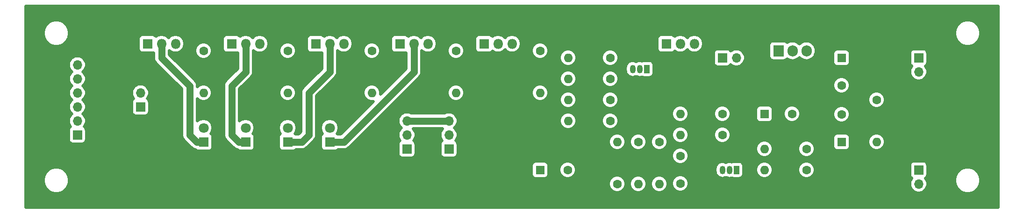
<source format=gbr>
%TF.GenerationSoftware,KiCad,Pcbnew,(5.1.10)-1*%
%TF.CreationDate,2021-09-28T13:49:37-04:00*%
%TF.ProjectId,LED Driver,4c454420-4472-4697-9665-722e6b696361,C*%
%TF.SameCoordinates,Original*%
%TF.FileFunction,Copper,L1,Top*%
%TF.FilePolarity,Positive*%
%FSLAX46Y46*%
G04 Gerber Fmt 4.6, Leading zero omitted, Abs format (unit mm)*
G04 Created by KiCad (PCBNEW (5.1.10)-1) date 2021-09-28 13:49:37*
%MOMM*%
%LPD*%
G01*
G04 APERTURE LIST*
%TA.AperFunction,ComponentPad*%
%ADD10R,1.800000X1.800000*%
%TD*%
%TA.AperFunction,ComponentPad*%
%ADD11C,1.800000*%
%TD*%
%TA.AperFunction,ComponentPad*%
%ADD12O,1.600000X1.600000*%
%TD*%
%TA.AperFunction,ComponentPad*%
%ADD13C,1.600000*%
%TD*%
%TA.AperFunction,ComponentPad*%
%ADD14O,1.800000X1.800000*%
%TD*%
%TA.AperFunction,ComponentPad*%
%ADD15R,1.050000X1.500000*%
%TD*%
%TA.AperFunction,ComponentPad*%
%ADD16O,1.050000X1.500000*%
%TD*%
%TA.AperFunction,ComponentPad*%
%ADD17R,1.905000X2.000000*%
%TD*%
%TA.AperFunction,ComponentPad*%
%ADD18O,1.905000X2.000000*%
%TD*%
%TA.AperFunction,ComponentPad*%
%ADD19O,1.700000X1.700000*%
%TD*%
%TA.AperFunction,ComponentPad*%
%ADD20R,1.700000X1.700000*%
%TD*%
%TA.AperFunction,ComponentPad*%
%ADD21R,1.600000X1.600000*%
%TD*%
%TA.AperFunction,Conductor*%
%ADD22C,1.270000*%
%TD*%
%TA.AperFunction,NonConductor*%
%ADD23C,0.508000*%
%TD*%
%TA.AperFunction,NonConductor*%
%ADD24C,0.100000*%
%TD*%
G04 APERTURE END LIST*
D10*
%TO.P,D4,1*%
%TO.N,Net-(D4-Pad1)*%
X78740000Y-101600000D03*
D11*
%TO.P,D4,2*%
%TO.N,Net-(D1-Pad2)*%
X78740000Y-99060000D03*
%TD*%
D12*
%TO.P,R17,2*%
%TO.N,Net-(J4-Pad2)*%
X78740000Y-92710000D03*
D13*
%TO.P,R17,1*%
%TO.N,Net-(Q8-Pad3)*%
X78740000Y-85090000D03*
%TD*%
D12*
%TO.P,R16,2*%
%TO.N,Net-(J4-Pad2)*%
X93980000Y-92710000D03*
D13*
%TO.P,R16,1*%
%TO.N,Net-(Q7-Pad3)*%
X93980000Y-85090000D03*
%TD*%
D12*
%TO.P,R15,2*%
%TO.N,Net-(J4-Pad2)*%
X109220000Y-92710000D03*
D13*
%TO.P,R15,1*%
%TO.N,Net-(Q6-Pad3)*%
X109220000Y-85090000D03*
%TD*%
%TO.P,R14,1*%
%TO.N,Net-(Q5-Pad3)*%
X124460000Y-85090000D03*
D12*
%TO.P,R14,2*%
%TO.N,Net-(J4-Pad2)*%
X124460000Y-92710000D03*
%TD*%
%TO.P,R12,2*%
%TO.N,Net-(J4-Pad2)*%
X139700000Y-92710000D03*
D13*
%TO.P,R12,1*%
%TO.N,Net-(Q4-Pad3)*%
X139700000Y-85090000D03*
%TD*%
D10*
%TO.P,Q8,1*%
%TO.N,Net-(Q4-Pad1)*%
X68580000Y-83820000D03*
D14*
%TO.P,Q8,2*%
%TO.N,Net-(D4-Pad1)*%
X71120000Y-83820000D03*
%TO.P,Q8,3*%
%TO.N,Net-(Q8-Pad3)*%
X73660000Y-83820000D03*
%TD*%
%TO.P,Q7,3*%
%TO.N,Net-(Q7-Pad3)*%
X88900000Y-83820000D03*
%TO.P,Q7,2*%
%TO.N,Net-(D3-Pad1)*%
X86360000Y-83820000D03*
D10*
%TO.P,Q7,1*%
%TO.N,Net-(Q4-Pad1)*%
X83820000Y-83820000D03*
%TD*%
D14*
%TO.P,Q6,3*%
%TO.N,Net-(Q6-Pad3)*%
X104140000Y-83820000D03*
%TO.P,Q6,2*%
%TO.N,Net-(D2-Pad1)*%
X101600000Y-83820000D03*
D10*
%TO.P,Q6,1*%
%TO.N,Net-(Q4-Pad1)*%
X99060000Y-83820000D03*
%TD*%
D14*
%TO.P,Q5,3*%
%TO.N,Net-(Q5-Pad3)*%
X119380000Y-83820000D03*
%TO.P,Q5,2*%
%TO.N,Net-(D1-Pad1)*%
X116840000Y-83820000D03*
D10*
%TO.P,Q5,1*%
%TO.N,Net-(Q4-Pad1)*%
X114300000Y-83820000D03*
%TD*%
D14*
%TO.P,Q4,3*%
%TO.N,Net-(Q4-Pad3)*%
X134620000Y-83820000D03*
%TO.P,Q4,2*%
%TO.N,Net-(Q4-Pad1)*%
X132080000Y-83820000D03*
D10*
%TO.P,Q4,1*%
X129540000Y-83820000D03*
%TD*%
D14*
%TO.P,Q3,3*%
%TO.N,Net-(Q3-Pad3)*%
X167640000Y-83820000D03*
%TO.P,Q3,2*%
%TO.N,Net-(D1-Pad2)*%
X165100000Y-83820000D03*
D10*
%TO.P,Q3,1*%
%TO.N,Net-(Q2-Pad1)*%
X162560000Y-83820000D03*
%TD*%
D15*
%TO.P,Q1,1*%
%TO.N,GND*%
X175260000Y-106680000D03*
D16*
%TO.P,Q1,3*%
%TO.N,Net-(Q1-Pad3)*%
X172720000Y-106680000D03*
%TO.P,Q1,2*%
%TO.N,Net-(Q1-Pad2)*%
X173990000Y-106680000D03*
%TD*%
D15*
%TO.P,Q2,1*%
%TO.N,Net-(Q2-Pad1)*%
X159004000Y-88392000D03*
D16*
%TO.P,Q2,3*%
%TO.N,Net-(D1-Pad2)*%
X156464000Y-88392000D03*
%TO.P,Q2,2*%
%TO.N,Net-(C5-Pad1)*%
X157734000Y-88392000D03*
%TD*%
D12*
%TO.P,R1,2*%
%TO.N,Net-(C2-Pad1)*%
X200660000Y-101600000D03*
D13*
%TO.P,R1,1*%
%TO.N,GND*%
X200660000Y-93980000D03*
%TD*%
%TO.P,R3,1*%
%TO.N,UNO_D10-MEGA_D12*%
X187960000Y-106680000D03*
D12*
%TO.P,R3,2*%
%TO.N,Net-(Q1-Pad2)*%
X180340000Y-106680000D03*
%TD*%
D13*
%TO.P,R4,1*%
%TO.N,Net-(Q1-Pad3)*%
X172720000Y-100330000D03*
D12*
%TO.P,R4,2*%
%TO.N,Net-(R4-Pad2)*%
X165100000Y-100330000D03*
%TD*%
%TO.P,R5,2*%
%TO.N,Net-(R4-Pad2)*%
X165100000Y-96520000D03*
D13*
%TO.P,R5,1*%
%TO.N,VR*%
X172720000Y-96520000D03*
%TD*%
D12*
%TO.P,R6,2*%
%TO.N,GND*%
X161290000Y-109220000D03*
D13*
%TO.P,R6,1*%
%TO.N,Net-(R4-Pad2)*%
X161290000Y-101600000D03*
%TD*%
%TO.P,R7,1*%
%TO.N,Net-(R4-Pad2)*%
X157480000Y-101600000D03*
D12*
%TO.P,R7,2*%
%TO.N,Net-(C4-Pad1)*%
X157480000Y-109220000D03*
%TD*%
%TO.P,R8,2*%
%TO.N,Net-(C5-Pad1)*%
X153670000Y-101600000D03*
D13*
%TO.P,R8,1*%
%TO.N,Net-(C4-Pad1)*%
X153670000Y-109220000D03*
%TD*%
%TO.P,R9,1*%
%TO.N,Net-(Q3-Pad3)*%
X152400000Y-97790000D03*
D12*
%TO.P,R9,2*%
%TO.N,Net-(Q4-Pad1)*%
X144780000Y-97790000D03*
%TD*%
D13*
%TO.P,R10,1*%
%TO.N,Net-(Q3-Pad3)*%
X152400000Y-86360000D03*
D12*
%TO.P,R10,2*%
%TO.N,Net-(Q4-Pad1)*%
X144780000Y-86360000D03*
%TD*%
D13*
%TO.P,R11,1*%
%TO.N,Net-(Q3-Pad3)*%
X152400000Y-90170000D03*
D12*
%TO.P,R11,2*%
%TO.N,Net-(Q4-Pad1)*%
X144780000Y-90170000D03*
%TD*%
%TO.P,R13,2*%
%TO.N,Net-(Q4-Pad1)*%
X144780000Y-93980000D03*
D13*
%TO.P,R13,1*%
%TO.N,Net-(Q3-Pad3)*%
X152400000Y-93980000D03*
%TD*%
D17*
%TO.P,U1,1*%
%TO.N,Net-(C2-Pad1)*%
X182880000Y-85090000D03*
D18*
%TO.P,U1,2*%
%TO.N,Net-(C3-Pad1)*%
X185420000Y-85090000D03*
%TO.P,U1,3*%
%TO.N,VIN*%
X187960000Y-85090000D03*
%TD*%
D13*
%TO.P,R2,1*%
%TO.N,Net-(C2-Pad1)*%
X187960000Y-102870000D03*
D12*
%TO.P,R2,2*%
%TO.N,Net-(C3-Pad1)*%
X180340000Y-102870000D03*
%TD*%
D19*
%TO.P,J1,6*%
%TO.N,Net-(D1-Pad2)*%
X55880000Y-87630000D03*
%TO.P,J1,5*%
%TO.N,Net-(D4-Pad1)*%
X55880000Y-90170000D03*
%TO.P,J1,4*%
%TO.N,Net-(D3-Pad1)*%
X55880000Y-92710000D03*
%TO.P,J1,3*%
%TO.N,Net-(D2-Pad1)*%
X55880000Y-95250000D03*
%TO.P,J1,2*%
%TO.N,Net-(D1-Pad1)*%
X55880000Y-97790000D03*
D20*
%TO.P,J1,1*%
%TO.N,Net-(D1-Pad2)*%
X55880000Y-100330000D03*
%TD*%
%TO.P,J4,1*%
%TO.N,Net-(D1-Pad2)*%
X67310000Y-95250000D03*
D19*
%TO.P,J4,2*%
%TO.N,Net-(J4-Pad2)*%
X67310000Y-92710000D03*
%TD*%
D20*
%TO.P,JP1A1,1*%
%TO.N,GND*%
X115570000Y-102870000D03*
D19*
%TO.P,JP1A1,2*%
%TO.N,Net-(D1-Pad2)*%
X115570000Y-100330000D03*
%TO.P,JP1A1,3*%
%TO.N,VR*%
X115570000Y-97790000D03*
%TD*%
D20*
%TO.P,JP1B1,1*%
%TO.N,GND*%
X123190000Y-102870000D03*
D19*
%TO.P,JP1B1,2*%
%TO.N,Net-(J4-Pad2)*%
X123190000Y-100330000D03*
%TO.P,JP1B1,3*%
%TO.N,VR*%
X123190000Y-97790000D03*
%TD*%
D20*
%TO.P,JP2,1*%
%TO.N,VR*%
X172720000Y-86360000D03*
D19*
%TO.P,JP2,2*%
%TO.N,Net-(C3-Pad1)*%
X175260000Y-86360000D03*
%TD*%
D20*
%TO.P,J3,1*%
%TO.N,VIN*%
X208280000Y-86360000D03*
D19*
%TO.P,J3,2*%
%TO.N,GND*%
X208280000Y-88900000D03*
%TD*%
D20*
%TO.P,J2,1*%
%TO.N,UNO_D10-MEGA_D12*%
X208280000Y-106680000D03*
D19*
%TO.P,J2,2*%
%TO.N,GND*%
X208280000Y-109220000D03*
%TD*%
D21*
%TO.P,C4,1*%
%TO.N,Net-(C4-Pad1)*%
X139700000Y-106680000D03*
D13*
%TO.P,C4,2*%
%TO.N,GND*%
X144700000Y-106680000D03*
%TD*%
D21*
%TO.P,C3,1*%
%TO.N,Net-(C3-Pad1)*%
X180340000Y-96520000D03*
D13*
%TO.P,C3,2*%
%TO.N,GND*%
X185340000Y-96520000D03*
%TD*%
D21*
%TO.P,C2,1*%
%TO.N,Net-(C2-Pad1)*%
X194310000Y-101600000D03*
D13*
%TO.P,C2,2*%
%TO.N,GND*%
X194310000Y-96600000D03*
%TD*%
D21*
%TO.P,C1,1*%
%TO.N,VIN*%
X194310000Y-86360000D03*
D13*
%TO.P,C1,2*%
%TO.N,GND*%
X194310000Y-91360000D03*
%TD*%
%TO.P,C5,1*%
%TO.N,Net-(C5-Pad1)*%
X165100000Y-104140000D03*
%TO.P,C5,2*%
%TO.N,GND*%
X165100000Y-109140000D03*
%TD*%
D10*
%TO.P,D1,1*%
%TO.N,Net-(D1-Pad1)*%
X101600000Y-101600000D03*
D11*
%TO.P,D1,2*%
%TO.N,Net-(D1-Pad2)*%
X101600000Y-99060000D03*
%TD*%
%TO.P,D2,2*%
%TO.N,Net-(D1-Pad2)*%
X93980000Y-99060000D03*
D10*
%TO.P,D2,1*%
%TO.N,Net-(D2-Pad1)*%
X93980000Y-101600000D03*
%TD*%
D11*
%TO.P,D3,2*%
%TO.N,Net-(D1-Pad2)*%
X86360000Y-99060000D03*
D10*
%TO.P,D3,1*%
%TO.N,Net-(D3-Pad1)*%
X86360000Y-101600000D03*
%TD*%
D22*
%TO.N,Net-(D1-Pad1)*%
X104140000Y-101600000D02*
X101600000Y-101600000D01*
X116840000Y-88900000D02*
X104140000Y-101600000D01*
X116840000Y-83820000D02*
X116840000Y-88900000D01*
%TO.N,Net-(D2-Pad1)*%
X96520000Y-101600000D02*
X93980000Y-101600000D01*
X97790000Y-100330000D02*
X96520000Y-101600000D01*
X97790000Y-92710000D02*
X97790000Y-100330000D01*
X101600000Y-88900000D02*
X97790000Y-92710000D01*
X101600000Y-83820000D02*
X101600000Y-88900000D01*
%TO.N,Net-(D3-Pad1)*%
X86360000Y-83820000D02*
X86360000Y-88900000D01*
X86360000Y-88900000D02*
X83820000Y-91440000D01*
X83820000Y-91440000D02*
X83820000Y-100330000D01*
X83820000Y-100330000D02*
X85090000Y-101600000D01*
X85090000Y-101600000D02*
X86360000Y-101600000D01*
%TO.N,Net-(D4-Pad1)*%
X71120000Y-83820000D02*
X71120000Y-86360000D01*
X71120000Y-86360000D02*
X76200000Y-91440000D01*
X76200000Y-91440000D02*
X76200000Y-100330000D01*
X76200000Y-100330000D02*
X77470000Y-101600000D01*
X77470000Y-101600000D02*
X78740000Y-101600000D01*
%TO.N,VR*%
X115570000Y-97790000D02*
X123190000Y-97790000D01*
%TD*%
D23*
X222708000Y-113488000D02*
X46532000Y-113488000D01*
X46532000Y-108352363D01*
X49708000Y-108352363D01*
X49708000Y-108817637D01*
X49798770Y-109273970D01*
X49976822Y-109703827D01*
X50235315Y-110090687D01*
X50564313Y-110419685D01*
X50951173Y-110678178D01*
X51381030Y-110856230D01*
X51837363Y-110947000D01*
X52302637Y-110947000D01*
X52758970Y-110856230D01*
X53188827Y-110678178D01*
X53575687Y-110419685D01*
X53904685Y-110090687D01*
X54163178Y-109703827D01*
X54341230Y-109273970D01*
X54382566Y-109066156D01*
X152108000Y-109066156D01*
X152108000Y-109373844D01*
X152168027Y-109675619D01*
X152285773Y-109959885D01*
X152456715Y-110215717D01*
X152674283Y-110433285D01*
X152930115Y-110604227D01*
X153214381Y-110721973D01*
X153516156Y-110782000D01*
X153823844Y-110782000D01*
X154125619Y-110721973D01*
X154409885Y-110604227D01*
X154665717Y-110433285D01*
X154883285Y-110215717D01*
X155054227Y-109959885D01*
X155171973Y-109675619D01*
X155232000Y-109373844D01*
X155232000Y-109066156D01*
X155918000Y-109066156D01*
X155918000Y-109373844D01*
X155978027Y-109675619D01*
X156095773Y-109959885D01*
X156266715Y-110215717D01*
X156484283Y-110433285D01*
X156740115Y-110604227D01*
X157024381Y-110721973D01*
X157326156Y-110782000D01*
X157633844Y-110782000D01*
X157935619Y-110721973D01*
X158219885Y-110604227D01*
X158475717Y-110433285D01*
X158693285Y-110215717D01*
X158864227Y-109959885D01*
X158981973Y-109675619D01*
X159042000Y-109373844D01*
X159042000Y-109066156D01*
X159728000Y-109066156D01*
X159728000Y-109373844D01*
X159788027Y-109675619D01*
X159905773Y-109959885D01*
X160076715Y-110215717D01*
X160294283Y-110433285D01*
X160550115Y-110604227D01*
X160834381Y-110721973D01*
X161136156Y-110782000D01*
X161443844Y-110782000D01*
X161745619Y-110721973D01*
X162029885Y-110604227D01*
X162285717Y-110433285D01*
X162503285Y-110215717D01*
X162674227Y-109959885D01*
X162791973Y-109675619D01*
X162852000Y-109373844D01*
X162852000Y-109066156D01*
X162836087Y-108986156D01*
X163538000Y-108986156D01*
X163538000Y-109293844D01*
X163598027Y-109595619D01*
X163715773Y-109879885D01*
X163886715Y-110135717D01*
X164104283Y-110353285D01*
X164360115Y-110524227D01*
X164644381Y-110641973D01*
X164946156Y-110702000D01*
X165253844Y-110702000D01*
X165555619Y-110641973D01*
X165839885Y-110524227D01*
X166095717Y-110353285D01*
X166313285Y-110135717D01*
X166484227Y-109879885D01*
X166601973Y-109595619D01*
X166662000Y-109293844D01*
X166662000Y-108986156D01*
X166601973Y-108684381D01*
X166484227Y-108400115D01*
X166313285Y-108144283D01*
X166095717Y-107926715D01*
X165839885Y-107755773D01*
X165555619Y-107638027D01*
X165253844Y-107578000D01*
X164946156Y-107578000D01*
X164644381Y-107638027D01*
X164360115Y-107755773D01*
X164104283Y-107926715D01*
X163886715Y-108144283D01*
X163715773Y-108400115D01*
X163598027Y-108684381D01*
X163538000Y-108986156D01*
X162836087Y-108986156D01*
X162791973Y-108764381D01*
X162674227Y-108480115D01*
X162503285Y-108224283D01*
X162285717Y-108006715D01*
X162029885Y-107835773D01*
X161745619Y-107718027D01*
X161443844Y-107658000D01*
X161136156Y-107658000D01*
X160834381Y-107718027D01*
X160550115Y-107835773D01*
X160294283Y-108006715D01*
X160076715Y-108224283D01*
X159905773Y-108480115D01*
X159788027Y-108764381D01*
X159728000Y-109066156D01*
X159042000Y-109066156D01*
X158981973Y-108764381D01*
X158864227Y-108480115D01*
X158693285Y-108224283D01*
X158475717Y-108006715D01*
X158219885Y-107835773D01*
X157935619Y-107718027D01*
X157633844Y-107658000D01*
X157326156Y-107658000D01*
X157024381Y-107718027D01*
X156740115Y-107835773D01*
X156484283Y-108006715D01*
X156266715Y-108224283D01*
X156095773Y-108480115D01*
X155978027Y-108764381D01*
X155918000Y-109066156D01*
X155232000Y-109066156D01*
X155171973Y-108764381D01*
X155054227Y-108480115D01*
X154883285Y-108224283D01*
X154665717Y-108006715D01*
X154409885Y-107835773D01*
X154125619Y-107718027D01*
X153823844Y-107658000D01*
X153516156Y-107658000D01*
X153214381Y-107718027D01*
X152930115Y-107835773D01*
X152674283Y-108006715D01*
X152456715Y-108224283D01*
X152285773Y-108480115D01*
X152168027Y-108764381D01*
X152108000Y-109066156D01*
X54382566Y-109066156D01*
X54432000Y-108817637D01*
X54432000Y-108352363D01*
X54341230Y-107896030D01*
X54163178Y-107466173D01*
X53904685Y-107079313D01*
X53575687Y-106750315D01*
X53188827Y-106491822D01*
X52758970Y-106313770D01*
X52302637Y-106223000D01*
X51837363Y-106223000D01*
X51381030Y-106313770D01*
X50951173Y-106491822D01*
X50564313Y-106750315D01*
X50235315Y-107079313D01*
X49976822Y-107466173D01*
X49798770Y-107896030D01*
X49708000Y-108352363D01*
X46532000Y-108352363D01*
X46532000Y-105880000D01*
X138134314Y-105880000D01*
X138134314Y-107480000D01*
X138149026Y-107629378D01*
X138192598Y-107773015D01*
X138263355Y-107905392D01*
X138358578Y-108021422D01*
X138474608Y-108116645D01*
X138606985Y-108187402D01*
X138750622Y-108230974D01*
X138900000Y-108245686D01*
X140500000Y-108245686D01*
X140649378Y-108230974D01*
X140793015Y-108187402D01*
X140925392Y-108116645D01*
X141041422Y-108021422D01*
X141136645Y-107905392D01*
X141207402Y-107773015D01*
X141250974Y-107629378D01*
X141265686Y-107480000D01*
X141265686Y-106526156D01*
X143138000Y-106526156D01*
X143138000Y-106833844D01*
X143198027Y-107135619D01*
X143315773Y-107419885D01*
X143486715Y-107675717D01*
X143704283Y-107893285D01*
X143960115Y-108064227D01*
X144244381Y-108181973D01*
X144546156Y-108242000D01*
X144853844Y-108242000D01*
X145155619Y-108181973D01*
X145439885Y-108064227D01*
X145695717Y-107893285D01*
X145913285Y-107675717D01*
X146084227Y-107419885D01*
X146201973Y-107135619D01*
X146262000Y-106833844D01*
X146262000Y-106526156D01*
X146235271Y-106391776D01*
X171433000Y-106391776D01*
X171433000Y-106968223D01*
X171451622Y-107157295D01*
X171525214Y-107399896D01*
X171644721Y-107623477D01*
X171805550Y-107819450D01*
X172001522Y-107980279D01*
X172225103Y-108099786D01*
X172467704Y-108173378D01*
X172720000Y-108198227D01*
X172972295Y-108173378D01*
X173214896Y-108099786D01*
X173355000Y-108024899D01*
X173495103Y-108099786D01*
X173737704Y-108173378D01*
X173990000Y-108198227D01*
X174242295Y-108173378D01*
X174412625Y-108121709D01*
X174441985Y-108137402D01*
X174585622Y-108180974D01*
X174735000Y-108195686D01*
X175785000Y-108195686D01*
X175934378Y-108180974D01*
X176078015Y-108137402D01*
X176210392Y-108066645D01*
X176326422Y-107971422D01*
X176421645Y-107855392D01*
X176492402Y-107723015D01*
X176535974Y-107579378D01*
X176550686Y-107430000D01*
X176550686Y-106526156D01*
X178778000Y-106526156D01*
X178778000Y-106833844D01*
X178838027Y-107135619D01*
X178955773Y-107419885D01*
X179126715Y-107675717D01*
X179344283Y-107893285D01*
X179600115Y-108064227D01*
X179884381Y-108181973D01*
X180186156Y-108242000D01*
X180493844Y-108242000D01*
X180795619Y-108181973D01*
X181079885Y-108064227D01*
X181335717Y-107893285D01*
X181553285Y-107675717D01*
X181724227Y-107419885D01*
X181841973Y-107135619D01*
X181902000Y-106833844D01*
X181902000Y-106526156D01*
X186398000Y-106526156D01*
X186398000Y-106833844D01*
X186458027Y-107135619D01*
X186575773Y-107419885D01*
X186746715Y-107675717D01*
X186964283Y-107893285D01*
X187220115Y-108064227D01*
X187504381Y-108181973D01*
X187806156Y-108242000D01*
X188113844Y-108242000D01*
X188415619Y-108181973D01*
X188699885Y-108064227D01*
X188955717Y-107893285D01*
X189173285Y-107675717D01*
X189344227Y-107419885D01*
X189461973Y-107135619D01*
X189522000Y-106833844D01*
X189522000Y-106526156D01*
X189461973Y-106224381D01*
X189344227Y-105940115D01*
X189270651Y-105830000D01*
X206664314Y-105830000D01*
X206664314Y-107530000D01*
X206679026Y-107679378D01*
X206722598Y-107823015D01*
X206793355Y-107955392D01*
X206888578Y-108071422D01*
X207004608Y-108166645D01*
X207036563Y-108183725D01*
X207027878Y-108192410D01*
X206851464Y-108456432D01*
X206729948Y-108749797D01*
X206668000Y-109061232D01*
X206668000Y-109378768D01*
X206729948Y-109690203D01*
X206851464Y-109983568D01*
X207027878Y-110247590D01*
X207252410Y-110472122D01*
X207516432Y-110648536D01*
X207809797Y-110770052D01*
X208121232Y-110832000D01*
X208438768Y-110832000D01*
X208750203Y-110770052D01*
X209043568Y-110648536D01*
X209307590Y-110472122D01*
X209532122Y-110247590D01*
X209708536Y-109983568D01*
X209830052Y-109690203D01*
X209892000Y-109378768D01*
X209892000Y-109061232D01*
X209830052Y-108749797D01*
X209708536Y-108456432D01*
X209639000Y-108352363D01*
X214808000Y-108352363D01*
X214808000Y-108817637D01*
X214898770Y-109273970D01*
X215076822Y-109703827D01*
X215335315Y-110090687D01*
X215664313Y-110419685D01*
X216051173Y-110678178D01*
X216481030Y-110856230D01*
X216937363Y-110947000D01*
X217402637Y-110947000D01*
X217858970Y-110856230D01*
X218288827Y-110678178D01*
X218675687Y-110419685D01*
X219004685Y-110090687D01*
X219263178Y-109703827D01*
X219441230Y-109273970D01*
X219532000Y-108817637D01*
X219532000Y-108352363D01*
X219441230Y-107896030D01*
X219263178Y-107466173D01*
X219004685Y-107079313D01*
X218675687Y-106750315D01*
X218288827Y-106491822D01*
X217858970Y-106313770D01*
X217402637Y-106223000D01*
X216937363Y-106223000D01*
X216481030Y-106313770D01*
X216051173Y-106491822D01*
X215664313Y-106750315D01*
X215335315Y-107079313D01*
X215076822Y-107466173D01*
X214898770Y-107896030D01*
X214808000Y-108352363D01*
X209639000Y-108352363D01*
X209532122Y-108192410D01*
X209523437Y-108183725D01*
X209555392Y-108166645D01*
X209671422Y-108071422D01*
X209766645Y-107955392D01*
X209837402Y-107823015D01*
X209880974Y-107679378D01*
X209895686Y-107530000D01*
X209895686Y-105830000D01*
X209880974Y-105680622D01*
X209837402Y-105536985D01*
X209766645Y-105404608D01*
X209671422Y-105288578D01*
X209555392Y-105193355D01*
X209423015Y-105122598D01*
X209279378Y-105079026D01*
X209130000Y-105064314D01*
X207430000Y-105064314D01*
X207280622Y-105079026D01*
X207136985Y-105122598D01*
X207004608Y-105193355D01*
X206888578Y-105288578D01*
X206793355Y-105404608D01*
X206722598Y-105536985D01*
X206679026Y-105680622D01*
X206664314Y-105830000D01*
X189270651Y-105830000D01*
X189173285Y-105684283D01*
X188955717Y-105466715D01*
X188699885Y-105295773D01*
X188415619Y-105178027D01*
X188113844Y-105118000D01*
X187806156Y-105118000D01*
X187504381Y-105178027D01*
X187220115Y-105295773D01*
X186964283Y-105466715D01*
X186746715Y-105684283D01*
X186575773Y-105940115D01*
X186458027Y-106224381D01*
X186398000Y-106526156D01*
X181902000Y-106526156D01*
X181841973Y-106224381D01*
X181724227Y-105940115D01*
X181553285Y-105684283D01*
X181335717Y-105466715D01*
X181079885Y-105295773D01*
X180795619Y-105178027D01*
X180493844Y-105118000D01*
X180186156Y-105118000D01*
X179884381Y-105178027D01*
X179600115Y-105295773D01*
X179344283Y-105466715D01*
X179126715Y-105684283D01*
X178955773Y-105940115D01*
X178838027Y-106224381D01*
X178778000Y-106526156D01*
X176550686Y-106526156D01*
X176550686Y-105930000D01*
X176535974Y-105780622D01*
X176492402Y-105636985D01*
X176421645Y-105504608D01*
X176326422Y-105388578D01*
X176210392Y-105293355D01*
X176078015Y-105222598D01*
X175934378Y-105179026D01*
X175785000Y-105164314D01*
X174735000Y-105164314D01*
X174585622Y-105179026D01*
X174441985Y-105222598D01*
X174412626Y-105238291D01*
X174242296Y-105186622D01*
X173990000Y-105161773D01*
X173737705Y-105186622D01*
X173495104Y-105260214D01*
X173355001Y-105335101D01*
X173214897Y-105260214D01*
X172972296Y-105186622D01*
X172720000Y-105161773D01*
X172467705Y-105186622D01*
X172225104Y-105260214D01*
X172001523Y-105379721D01*
X171805551Y-105540550D01*
X171644721Y-105736522D01*
X171525214Y-105960103D01*
X171451622Y-106202704D01*
X171433000Y-106391776D01*
X146235271Y-106391776D01*
X146201973Y-106224381D01*
X146084227Y-105940115D01*
X145913285Y-105684283D01*
X145695717Y-105466715D01*
X145439885Y-105295773D01*
X145155619Y-105178027D01*
X144853844Y-105118000D01*
X144546156Y-105118000D01*
X144244381Y-105178027D01*
X143960115Y-105295773D01*
X143704283Y-105466715D01*
X143486715Y-105684283D01*
X143315773Y-105940115D01*
X143198027Y-106224381D01*
X143138000Y-106526156D01*
X141265686Y-106526156D01*
X141265686Y-105880000D01*
X141250974Y-105730622D01*
X141207402Y-105586985D01*
X141136645Y-105454608D01*
X141041422Y-105338578D01*
X140925392Y-105243355D01*
X140793015Y-105172598D01*
X140649378Y-105129026D01*
X140500000Y-105114314D01*
X138900000Y-105114314D01*
X138750622Y-105129026D01*
X138606985Y-105172598D01*
X138474608Y-105243355D01*
X138358578Y-105338578D01*
X138263355Y-105454608D01*
X138192598Y-105586985D01*
X138149026Y-105730622D01*
X138134314Y-105880000D01*
X46532000Y-105880000D01*
X46532000Y-99480000D01*
X54264314Y-99480000D01*
X54264314Y-101180000D01*
X54279026Y-101329378D01*
X54322598Y-101473015D01*
X54393355Y-101605392D01*
X54488578Y-101721422D01*
X54604608Y-101816645D01*
X54736985Y-101887402D01*
X54880622Y-101930974D01*
X55030000Y-101945686D01*
X56730000Y-101945686D01*
X56879378Y-101930974D01*
X57023015Y-101887402D01*
X57155392Y-101816645D01*
X57271422Y-101721422D01*
X57366645Y-101605392D01*
X57437402Y-101473015D01*
X57480974Y-101329378D01*
X57495686Y-101180000D01*
X57495686Y-99480000D01*
X57480974Y-99330622D01*
X57437402Y-99186985D01*
X57366645Y-99054608D01*
X57271422Y-98938578D01*
X57155392Y-98843355D01*
X57123437Y-98826275D01*
X57132122Y-98817590D01*
X57308536Y-98553568D01*
X57430052Y-98260203D01*
X57492000Y-97948768D01*
X57492000Y-97631232D01*
X57430052Y-97319797D01*
X57308536Y-97026432D01*
X57132122Y-96762410D01*
X56907590Y-96537878D01*
X56880834Y-96520000D01*
X56907590Y-96502122D01*
X57132122Y-96277590D01*
X57308536Y-96013568D01*
X57430052Y-95720203D01*
X57492000Y-95408768D01*
X57492000Y-95091232D01*
X57430052Y-94779797D01*
X57308536Y-94486432D01*
X57250784Y-94400000D01*
X65694314Y-94400000D01*
X65694314Y-96100000D01*
X65709026Y-96249378D01*
X65752598Y-96393015D01*
X65823355Y-96525392D01*
X65918578Y-96641422D01*
X66034608Y-96736645D01*
X66166985Y-96807402D01*
X66310622Y-96850974D01*
X66460000Y-96865686D01*
X68160000Y-96865686D01*
X68309378Y-96850974D01*
X68453015Y-96807402D01*
X68585392Y-96736645D01*
X68701422Y-96641422D01*
X68796645Y-96525392D01*
X68867402Y-96393015D01*
X68910974Y-96249378D01*
X68925686Y-96100000D01*
X68925686Y-94400000D01*
X68910974Y-94250622D01*
X68867402Y-94106985D01*
X68796645Y-93974608D01*
X68701422Y-93858578D01*
X68585392Y-93763355D01*
X68553437Y-93746275D01*
X68562122Y-93737590D01*
X68738536Y-93473568D01*
X68860052Y-93180203D01*
X68922000Y-92868768D01*
X68922000Y-92551232D01*
X68860052Y-92239797D01*
X68738536Y-91946432D01*
X68562122Y-91682410D01*
X68337590Y-91457878D01*
X68073568Y-91281464D01*
X67780203Y-91159948D01*
X67468768Y-91098000D01*
X67151232Y-91098000D01*
X66839797Y-91159948D01*
X66546432Y-91281464D01*
X66282410Y-91457878D01*
X66057878Y-91682410D01*
X65881464Y-91946432D01*
X65759948Y-92239797D01*
X65698000Y-92551232D01*
X65698000Y-92868768D01*
X65759948Y-93180203D01*
X65881464Y-93473568D01*
X66057878Y-93737590D01*
X66066563Y-93746275D01*
X66034608Y-93763355D01*
X65918578Y-93858578D01*
X65823355Y-93974608D01*
X65752598Y-94106985D01*
X65709026Y-94250622D01*
X65694314Y-94400000D01*
X57250784Y-94400000D01*
X57132122Y-94222410D01*
X56907590Y-93997878D01*
X56880834Y-93980000D01*
X56907590Y-93962122D01*
X57132122Y-93737590D01*
X57308536Y-93473568D01*
X57430052Y-93180203D01*
X57492000Y-92868768D01*
X57492000Y-92551232D01*
X57430052Y-92239797D01*
X57308536Y-91946432D01*
X57132122Y-91682410D01*
X56907590Y-91457878D01*
X56880834Y-91440000D01*
X56907590Y-91422122D01*
X57132122Y-91197590D01*
X57308536Y-90933568D01*
X57430052Y-90640203D01*
X57492000Y-90328768D01*
X57492000Y-90011232D01*
X57430052Y-89699797D01*
X57308536Y-89406432D01*
X57132122Y-89142410D01*
X56907590Y-88917878D01*
X56880834Y-88900000D01*
X56907590Y-88882122D01*
X57132122Y-88657590D01*
X57308536Y-88393568D01*
X57430052Y-88100203D01*
X57492000Y-87788768D01*
X57492000Y-87471232D01*
X57430052Y-87159797D01*
X57308536Y-86866432D01*
X57132122Y-86602410D01*
X56907590Y-86377878D01*
X56643568Y-86201464D01*
X56350203Y-86079948D01*
X56038768Y-86018000D01*
X55721232Y-86018000D01*
X55409797Y-86079948D01*
X55116432Y-86201464D01*
X54852410Y-86377878D01*
X54627878Y-86602410D01*
X54451464Y-86866432D01*
X54329948Y-87159797D01*
X54268000Y-87471232D01*
X54268000Y-87788768D01*
X54329948Y-88100203D01*
X54451464Y-88393568D01*
X54627878Y-88657590D01*
X54852410Y-88882122D01*
X54879166Y-88900000D01*
X54852410Y-88917878D01*
X54627878Y-89142410D01*
X54451464Y-89406432D01*
X54329948Y-89699797D01*
X54268000Y-90011232D01*
X54268000Y-90328768D01*
X54329948Y-90640203D01*
X54451464Y-90933568D01*
X54627878Y-91197590D01*
X54852410Y-91422122D01*
X54879166Y-91440000D01*
X54852410Y-91457878D01*
X54627878Y-91682410D01*
X54451464Y-91946432D01*
X54329948Y-92239797D01*
X54268000Y-92551232D01*
X54268000Y-92868768D01*
X54329948Y-93180203D01*
X54451464Y-93473568D01*
X54627878Y-93737590D01*
X54852410Y-93962122D01*
X54879166Y-93980000D01*
X54852410Y-93997878D01*
X54627878Y-94222410D01*
X54451464Y-94486432D01*
X54329948Y-94779797D01*
X54268000Y-95091232D01*
X54268000Y-95408768D01*
X54329948Y-95720203D01*
X54451464Y-96013568D01*
X54627878Y-96277590D01*
X54852410Y-96502122D01*
X54879166Y-96520000D01*
X54852410Y-96537878D01*
X54627878Y-96762410D01*
X54451464Y-97026432D01*
X54329948Y-97319797D01*
X54268000Y-97631232D01*
X54268000Y-97948768D01*
X54329948Y-98260203D01*
X54451464Y-98553568D01*
X54627878Y-98817590D01*
X54636563Y-98826275D01*
X54604608Y-98843355D01*
X54488578Y-98938578D01*
X54393355Y-99054608D01*
X54322598Y-99186985D01*
X54279026Y-99330622D01*
X54264314Y-99480000D01*
X46532000Y-99480000D01*
X46532000Y-81682363D01*
X49708000Y-81682363D01*
X49708000Y-82147637D01*
X49798770Y-82603970D01*
X49976822Y-83033827D01*
X50235315Y-83420687D01*
X50564313Y-83749685D01*
X50951173Y-84008178D01*
X51381030Y-84186230D01*
X51837363Y-84277000D01*
X52302637Y-84277000D01*
X52758970Y-84186230D01*
X53188827Y-84008178D01*
X53575687Y-83749685D01*
X53904685Y-83420687D01*
X54163178Y-83033827D01*
X54210326Y-82920000D01*
X66914314Y-82920000D01*
X66914314Y-84720000D01*
X66929026Y-84869378D01*
X66972598Y-85013015D01*
X67043355Y-85145392D01*
X67138578Y-85261422D01*
X67254608Y-85356645D01*
X67386985Y-85427402D01*
X67530622Y-85470974D01*
X67680000Y-85485686D01*
X69480000Y-85485686D01*
X69629378Y-85470974D01*
X69723001Y-85442574D01*
X69723001Y-86291366D01*
X69716241Y-86360000D01*
X69743214Y-86633859D01*
X69810505Y-86855686D01*
X69823097Y-86897195D01*
X69952818Y-87139887D01*
X70127393Y-87352608D01*
X70180704Y-87396359D01*
X74803000Y-92018656D01*
X74803001Y-100261365D01*
X74796241Y-100330000D01*
X74823214Y-100603859D01*
X74882775Y-100800203D01*
X74903097Y-100867195D01*
X75032818Y-101109887D01*
X75207393Y-101322608D01*
X75260704Y-101366359D01*
X76433645Y-102539301D01*
X76477392Y-102592608D01*
X76690113Y-102767183D01*
X76932805Y-102896904D01*
X77196140Y-102976786D01*
X77249876Y-102982079D01*
X77298578Y-103041422D01*
X77414608Y-103136645D01*
X77546985Y-103207402D01*
X77690622Y-103250974D01*
X77840000Y-103265686D01*
X79640000Y-103265686D01*
X79789378Y-103250974D01*
X79933015Y-103207402D01*
X80065392Y-103136645D01*
X80181422Y-103041422D01*
X80276645Y-102925392D01*
X80347402Y-102793015D01*
X80390974Y-102649378D01*
X80405686Y-102500000D01*
X80405686Y-100700000D01*
X80390974Y-100550622D01*
X80347402Y-100406985D01*
X80276645Y-100274608D01*
X80181422Y-100158578D01*
X80067367Y-100064976D01*
X80212846Y-99847252D01*
X80338131Y-99544788D01*
X80402000Y-99223693D01*
X80402000Y-98896307D01*
X80338131Y-98575212D01*
X80212846Y-98272748D01*
X80030960Y-98000537D01*
X79799463Y-97769040D01*
X79527252Y-97587154D01*
X79224788Y-97461869D01*
X78903693Y-97398000D01*
X78576307Y-97398000D01*
X78255212Y-97461869D01*
X77952748Y-97587154D01*
X77680537Y-97769040D01*
X77597000Y-97852577D01*
X77597000Y-93776002D01*
X77744283Y-93923285D01*
X78000115Y-94094227D01*
X78284381Y-94211973D01*
X78586156Y-94272000D01*
X78893844Y-94272000D01*
X79195619Y-94211973D01*
X79479885Y-94094227D01*
X79735717Y-93923285D01*
X79953285Y-93705717D01*
X80124227Y-93449885D01*
X80241973Y-93165619D01*
X80302000Y-92863844D01*
X80302000Y-92556156D01*
X80241973Y-92254381D01*
X80124227Y-91970115D01*
X79953285Y-91714283D01*
X79735717Y-91496715D01*
X79479885Y-91325773D01*
X79195619Y-91208027D01*
X78893844Y-91148000D01*
X78586156Y-91148000D01*
X78284381Y-91208027D01*
X78000115Y-91325773D01*
X77744283Y-91496715D01*
X77597000Y-91643998D01*
X77597000Y-91508625D01*
X77603759Y-91440000D01*
X77576786Y-91166140D01*
X77556116Y-91098000D01*
X77496904Y-90902805D01*
X77367183Y-90660113D01*
X77192607Y-90447392D01*
X77139301Y-90403645D01*
X72517000Y-85781345D01*
X72517000Y-85027423D01*
X72600537Y-85110960D01*
X72872748Y-85292846D01*
X73175212Y-85418131D01*
X73496307Y-85482000D01*
X73823693Y-85482000D01*
X74144788Y-85418131D01*
X74447252Y-85292846D01*
X74719463Y-85110960D01*
X74894267Y-84936156D01*
X77178000Y-84936156D01*
X77178000Y-85243844D01*
X77238027Y-85545619D01*
X77355773Y-85829885D01*
X77526715Y-86085717D01*
X77744283Y-86303285D01*
X78000115Y-86474227D01*
X78284381Y-86591973D01*
X78586156Y-86652000D01*
X78893844Y-86652000D01*
X79195619Y-86591973D01*
X79479885Y-86474227D01*
X79735717Y-86303285D01*
X79953285Y-86085717D01*
X80124227Y-85829885D01*
X80241973Y-85545619D01*
X80302000Y-85243844D01*
X80302000Y-84936156D01*
X80241973Y-84634381D01*
X80124227Y-84350115D01*
X79953285Y-84094283D01*
X79735717Y-83876715D01*
X79479885Y-83705773D01*
X79195619Y-83588027D01*
X78893844Y-83528000D01*
X78586156Y-83528000D01*
X78284381Y-83588027D01*
X78000115Y-83705773D01*
X77744283Y-83876715D01*
X77526715Y-84094283D01*
X77355773Y-84350115D01*
X77238027Y-84634381D01*
X77178000Y-84936156D01*
X74894267Y-84936156D01*
X74950960Y-84879463D01*
X75132846Y-84607252D01*
X75258131Y-84304788D01*
X75322000Y-83983693D01*
X75322000Y-83656307D01*
X75258131Y-83335212D01*
X75132846Y-83032748D01*
X75057511Y-82920000D01*
X82154314Y-82920000D01*
X82154314Y-84720000D01*
X82169026Y-84869378D01*
X82212598Y-85013015D01*
X82283355Y-85145392D01*
X82378578Y-85261422D01*
X82494608Y-85356645D01*
X82626985Y-85427402D01*
X82770622Y-85470974D01*
X82920000Y-85485686D01*
X84720000Y-85485686D01*
X84869378Y-85470974D01*
X84963000Y-85442574D01*
X84963001Y-88321342D01*
X82880704Y-90403641D01*
X82827392Y-90447393D01*
X82652817Y-90660114D01*
X82523096Y-90902806D01*
X82448717Y-91148000D01*
X82443214Y-91166141D01*
X82416241Y-91440000D01*
X82423000Y-91508625D01*
X82423001Y-100261365D01*
X82416241Y-100330000D01*
X82443214Y-100603859D01*
X82502775Y-100800203D01*
X82523097Y-100867195D01*
X82652818Y-101109887D01*
X82827393Y-101322608D01*
X82880704Y-101366359D01*
X84053645Y-102539301D01*
X84097392Y-102592608D01*
X84310113Y-102767183D01*
X84552805Y-102896904D01*
X84816140Y-102976786D01*
X84869876Y-102982079D01*
X84918578Y-103041422D01*
X85034608Y-103136645D01*
X85166985Y-103207402D01*
X85310622Y-103250974D01*
X85460000Y-103265686D01*
X87260000Y-103265686D01*
X87409378Y-103250974D01*
X87553015Y-103207402D01*
X87685392Y-103136645D01*
X87801422Y-103041422D01*
X87896645Y-102925392D01*
X87967402Y-102793015D01*
X88010974Y-102649378D01*
X88025686Y-102500000D01*
X88025686Y-100700000D01*
X92314314Y-100700000D01*
X92314314Y-102500000D01*
X92329026Y-102649378D01*
X92372598Y-102793015D01*
X92443355Y-102925392D01*
X92538578Y-103041422D01*
X92654608Y-103136645D01*
X92786985Y-103207402D01*
X92930622Y-103250974D01*
X93080000Y-103265686D01*
X94880000Y-103265686D01*
X95029378Y-103250974D01*
X95173015Y-103207402D01*
X95305392Y-103136645D01*
X95421422Y-103041422D01*
X95457878Y-102997000D01*
X96451375Y-102997000D01*
X96520000Y-103003759D01*
X96588625Y-102997000D01*
X96793860Y-102976786D01*
X97057195Y-102896904D01*
X97299887Y-102767183D01*
X97512608Y-102592608D01*
X97556363Y-102539292D01*
X98729301Y-101366355D01*
X98782608Y-101322608D01*
X98957183Y-101109887D01*
X99086904Y-100867195D01*
X99137622Y-100700000D01*
X99934314Y-100700000D01*
X99934314Y-102500000D01*
X99949026Y-102649378D01*
X99992598Y-102793015D01*
X100063355Y-102925392D01*
X100158578Y-103041422D01*
X100274608Y-103136645D01*
X100406985Y-103207402D01*
X100550622Y-103250974D01*
X100700000Y-103265686D01*
X102500000Y-103265686D01*
X102649378Y-103250974D01*
X102793015Y-103207402D01*
X102925392Y-103136645D01*
X103041422Y-103041422D01*
X103077878Y-102997000D01*
X104071375Y-102997000D01*
X104140000Y-103003759D01*
X104208625Y-102997000D01*
X104413860Y-102976786D01*
X104677195Y-102896904D01*
X104919887Y-102767183D01*
X105132608Y-102592608D01*
X105176364Y-102539291D01*
X105695655Y-102020000D01*
X113954314Y-102020000D01*
X113954314Y-103720000D01*
X113969026Y-103869378D01*
X114012598Y-104013015D01*
X114083355Y-104145392D01*
X114178578Y-104261422D01*
X114294608Y-104356645D01*
X114426985Y-104427402D01*
X114570622Y-104470974D01*
X114720000Y-104485686D01*
X116420000Y-104485686D01*
X116569378Y-104470974D01*
X116713015Y-104427402D01*
X116845392Y-104356645D01*
X116961422Y-104261422D01*
X117056645Y-104145392D01*
X117127402Y-104013015D01*
X117170974Y-103869378D01*
X117185686Y-103720000D01*
X117185686Y-102020000D01*
X117170974Y-101870622D01*
X117127402Y-101726985D01*
X117056645Y-101594608D01*
X116961422Y-101478578D01*
X116845392Y-101383355D01*
X116813437Y-101366275D01*
X116822122Y-101357590D01*
X116998536Y-101093568D01*
X117120052Y-100800203D01*
X117182000Y-100488768D01*
X117182000Y-100171232D01*
X117120052Y-99859797D01*
X116998536Y-99566432D01*
X116822122Y-99302410D01*
X116706712Y-99187000D01*
X122053288Y-99187000D01*
X121937878Y-99302410D01*
X121761464Y-99566432D01*
X121639948Y-99859797D01*
X121578000Y-100171232D01*
X121578000Y-100488768D01*
X121639948Y-100800203D01*
X121761464Y-101093568D01*
X121937878Y-101357590D01*
X121946563Y-101366275D01*
X121914608Y-101383355D01*
X121798578Y-101478578D01*
X121703355Y-101594608D01*
X121632598Y-101726985D01*
X121589026Y-101870622D01*
X121574314Y-102020000D01*
X121574314Y-103720000D01*
X121589026Y-103869378D01*
X121632598Y-104013015D01*
X121703355Y-104145392D01*
X121798578Y-104261422D01*
X121914608Y-104356645D01*
X122046985Y-104427402D01*
X122190622Y-104470974D01*
X122340000Y-104485686D01*
X124040000Y-104485686D01*
X124189378Y-104470974D01*
X124333015Y-104427402D01*
X124465392Y-104356645D01*
X124581422Y-104261422D01*
X124676645Y-104145392D01*
X124747402Y-104013015D01*
X124755549Y-103986156D01*
X163538000Y-103986156D01*
X163538000Y-104293844D01*
X163598027Y-104595619D01*
X163715773Y-104879885D01*
X163886715Y-105135717D01*
X164104283Y-105353285D01*
X164360115Y-105524227D01*
X164644381Y-105641973D01*
X164946156Y-105702000D01*
X165253844Y-105702000D01*
X165555619Y-105641973D01*
X165839885Y-105524227D01*
X166095717Y-105353285D01*
X166313285Y-105135717D01*
X166484227Y-104879885D01*
X166601973Y-104595619D01*
X166662000Y-104293844D01*
X166662000Y-103986156D01*
X166601973Y-103684381D01*
X166484227Y-103400115D01*
X166313285Y-103144283D01*
X166095717Y-102926715D01*
X165839885Y-102755773D01*
X165744241Y-102716156D01*
X178778000Y-102716156D01*
X178778000Y-103023844D01*
X178838027Y-103325619D01*
X178955773Y-103609885D01*
X179126715Y-103865717D01*
X179344283Y-104083285D01*
X179600115Y-104254227D01*
X179884381Y-104371973D01*
X180186156Y-104432000D01*
X180493844Y-104432000D01*
X180795619Y-104371973D01*
X181079885Y-104254227D01*
X181335717Y-104083285D01*
X181553285Y-103865717D01*
X181724227Y-103609885D01*
X181841973Y-103325619D01*
X181902000Y-103023844D01*
X181902000Y-102716156D01*
X186398000Y-102716156D01*
X186398000Y-103023844D01*
X186458027Y-103325619D01*
X186575773Y-103609885D01*
X186746715Y-103865717D01*
X186964283Y-104083285D01*
X187220115Y-104254227D01*
X187504381Y-104371973D01*
X187806156Y-104432000D01*
X188113844Y-104432000D01*
X188415619Y-104371973D01*
X188699885Y-104254227D01*
X188955717Y-104083285D01*
X189173285Y-103865717D01*
X189344227Y-103609885D01*
X189461973Y-103325619D01*
X189522000Y-103023844D01*
X189522000Y-102716156D01*
X189461973Y-102414381D01*
X189344227Y-102130115D01*
X189173285Y-101874283D01*
X188955717Y-101656715D01*
X188699885Y-101485773D01*
X188415619Y-101368027D01*
X188113844Y-101308000D01*
X187806156Y-101308000D01*
X187504381Y-101368027D01*
X187220115Y-101485773D01*
X186964283Y-101656715D01*
X186746715Y-101874283D01*
X186575773Y-102130115D01*
X186458027Y-102414381D01*
X186398000Y-102716156D01*
X181902000Y-102716156D01*
X181841973Y-102414381D01*
X181724227Y-102130115D01*
X181553285Y-101874283D01*
X181335717Y-101656715D01*
X181079885Y-101485773D01*
X180795619Y-101368027D01*
X180493844Y-101308000D01*
X180186156Y-101308000D01*
X179884381Y-101368027D01*
X179600115Y-101485773D01*
X179344283Y-101656715D01*
X179126715Y-101874283D01*
X178955773Y-102130115D01*
X178838027Y-102414381D01*
X178778000Y-102716156D01*
X165744241Y-102716156D01*
X165555619Y-102638027D01*
X165253844Y-102578000D01*
X164946156Y-102578000D01*
X164644381Y-102638027D01*
X164360115Y-102755773D01*
X164104283Y-102926715D01*
X163886715Y-103144283D01*
X163715773Y-103400115D01*
X163598027Y-103684381D01*
X163538000Y-103986156D01*
X124755549Y-103986156D01*
X124790974Y-103869378D01*
X124805686Y-103720000D01*
X124805686Y-102020000D01*
X124790974Y-101870622D01*
X124747402Y-101726985D01*
X124676645Y-101594608D01*
X124581422Y-101478578D01*
X124541916Y-101446156D01*
X152108000Y-101446156D01*
X152108000Y-101753844D01*
X152168027Y-102055619D01*
X152285773Y-102339885D01*
X152456715Y-102595717D01*
X152674283Y-102813285D01*
X152930115Y-102984227D01*
X153214381Y-103101973D01*
X153516156Y-103162000D01*
X153823844Y-103162000D01*
X154125619Y-103101973D01*
X154409885Y-102984227D01*
X154665717Y-102813285D01*
X154883285Y-102595717D01*
X155054227Y-102339885D01*
X155171973Y-102055619D01*
X155232000Y-101753844D01*
X155232000Y-101446156D01*
X155918000Y-101446156D01*
X155918000Y-101753844D01*
X155978027Y-102055619D01*
X156095773Y-102339885D01*
X156266715Y-102595717D01*
X156484283Y-102813285D01*
X156740115Y-102984227D01*
X157024381Y-103101973D01*
X157326156Y-103162000D01*
X157633844Y-103162000D01*
X157935619Y-103101973D01*
X158219885Y-102984227D01*
X158475717Y-102813285D01*
X158693285Y-102595717D01*
X158864227Y-102339885D01*
X158981973Y-102055619D01*
X159042000Y-101753844D01*
X159042000Y-101446156D01*
X159728000Y-101446156D01*
X159728000Y-101753844D01*
X159788027Y-102055619D01*
X159905773Y-102339885D01*
X160076715Y-102595717D01*
X160294283Y-102813285D01*
X160550115Y-102984227D01*
X160834381Y-103101973D01*
X161136156Y-103162000D01*
X161443844Y-103162000D01*
X161745619Y-103101973D01*
X162029885Y-102984227D01*
X162285717Y-102813285D01*
X162503285Y-102595717D01*
X162674227Y-102339885D01*
X162791973Y-102055619D01*
X162852000Y-101753844D01*
X162852000Y-101446156D01*
X162791973Y-101144381D01*
X162674227Y-100860115D01*
X162503285Y-100604283D01*
X162285717Y-100386715D01*
X162029885Y-100215773D01*
X161934241Y-100176156D01*
X163538000Y-100176156D01*
X163538000Y-100483844D01*
X163598027Y-100785619D01*
X163715773Y-101069885D01*
X163886715Y-101325717D01*
X164104283Y-101543285D01*
X164360115Y-101714227D01*
X164644381Y-101831973D01*
X164946156Y-101892000D01*
X165253844Y-101892000D01*
X165555619Y-101831973D01*
X165839885Y-101714227D01*
X166095717Y-101543285D01*
X166313285Y-101325717D01*
X166484227Y-101069885D01*
X166601973Y-100785619D01*
X166662000Y-100483844D01*
X166662000Y-100176156D01*
X171158000Y-100176156D01*
X171158000Y-100483844D01*
X171218027Y-100785619D01*
X171335773Y-101069885D01*
X171506715Y-101325717D01*
X171724283Y-101543285D01*
X171980115Y-101714227D01*
X172264381Y-101831973D01*
X172566156Y-101892000D01*
X172873844Y-101892000D01*
X173175619Y-101831973D01*
X173459885Y-101714227D01*
X173715717Y-101543285D01*
X173933285Y-101325717D01*
X174104227Y-101069885D01*
X174216016Y-100800000D01*
X192744314Y-100800000D01*
X192744314Y-102400000D01*
X192759026Y-102549378D01*
X192802598Y-102693015D01*
X192873355Y-102825392D01*
X192968578Y-102941422D01*
X193084608Y-103036645D01*
X193216985Y-103107402D01*
X193360622Y-103150974D01*
X193510000Y-103165686D01*
X195110000Y-103165686D01*
X195259378Y-103150974D01*
X195403015Y-103107402D01*
X195535392Y-103036645D01*
X195651422Y-102941422D01*
X195746645Y-102825392D01*
X195817402Y-102693015D01*
X195860974Y-102549378D01*
X195875686Y-102400000D01*
X195875686Y-101446156D01*
X199098000Y-101446156D01*
X199098000Y-101753844D01*
X199158027Y-102055619D01*
X199275773Y-102339885D01*
X199446715Y-102595717D01*
X199664283Y-102813285D01*
X199920115Y-102984227D01*
X200204381Y-103101973D01*
X200506156Y-103162000D01*
X200813844Y-103162000D01*
X201115619Y-103101973D01*
X201399885Y-102984227D01*
X201655717Y-102813285D01*
X201873285Y-102595717D01*
X202044227Y-102339885D01*
X202161973Y-102055619D01*
X202222000Y-101753844D01*
X202222000Y-101446156D01*
X202161973Y-101144381D01*
X202044227Y-100860115D01*
X201873285Y-100604283D01*
X201655717Y-100386715D01*
X201399885Y-100215773D01*
X201115619Y-100098027D01*
X200813844Y-100038000D01*
X200506156Y-100038000D01*
X200204381Y-100098027D01*
X199920115Y-100215773D01*
X199664283Y-100386715D01*
X199446715Y-100604283D01*
X199275773Y-100860115D01*
X199158027Y-101144381D01*
X199098000Y-101446156D01*
X195875686Y-101446156D01*
X195875686Y-100800000D01*
X195860974Y-100650622D01*
X195817402Y-100506985D01*
X195746645Y-100374608D01*
X195651422Y-100258578D01*
X195535392Y-100163355D01*
X195403015Y-100092598D01*
X195259378Y-100049026D01*
X195110000Y-100034314D01*
X193510000Y-100034314D01*
X193360622Y-100049026D01*
X193216985Y-100092598D01*
X193084608Y-100163355D01*
X192968578Y-100258578D01*
X192873355Y-100374608D01*
X192802598Y-100506985D01*
X192759026Y-100650622D01*
X192744314Y-100800000D01*
X174216016Y-100800000D01*
X174221973Y-100785619D01*
X174282000Y-100483844D01*
X174282000Y-100176156D01*
X174221973Y-99874381D01*
X174104227Y-99590115D01*
X173933285Y-99334283D01*
X173715717Y-99116715D01*
X173459885Y-98945773D01*
X173175619Y-98828027D01*
X172873844Y-98768000D01*
X172566156Y-98768000D01*
X172264381Y-98828027D01*
X171980115Y-98945773D01*
X171724283Y-99116715D01*
X171506715Y-99334283D01*
X171335773Y-99590115D01*
X171218027Y-99874381D01*
X171158000Y-100176156D01*
X166662000Y-100176156D01*
X166601973Y-99874381D01*
X166484227Y-99590115D01*
X166313285Y-99334283D01*
X166095717Y-99116715D01*
X165839885Y-98945773D01*
X165555619Y-98828027D01*
X165253844Y-98768000D01*
X164946156Y-98768000D01*
X164644381Y-98828027D01*
X164360115Y-98945773D01*
X164104283Y-99116715D01*
X163886715Y-99334283D01*
X163715773Y-99590115D01*
X163598027Y-99874381D01*
X163538000Y-100176156D01*
X161934241Y-100176156D01*
X161745619Y-100098027D01*
X161443844Y-100038000D01*
X161136156Y-100038000D01*
X160834381Y-100098027D01*
X160550115Y-100215773D01*
X160294283Y-100386715D01*
X160076715Y-100604283D01*
X159905773Y-100860115D01*
X159788027Y-101144381D01*
X159728000Y-101446156D01*
X159042000Y-101446156D01*
X158981973Y-101144381D01*
X158864227Y-100860115D01*
X158693285Y-100604283D01*
X158475717Y-100386715D01*
X158219885Y-100215773D01*
X157935619Y-100098027D01*
X157633844Y-100038000D01*
X157326156Y-100038000D01*
X157024381Y-100098027D01*
X156740115Y-100215773D01*
X156484283Y-100386715D01*
X156266715Y-100604283D01*
X156095773Y-100860115D01*
X155978027Y-101144381D01*
X155918000Y-101446156D01*
X155232000Y-101446156D01*
X155171973Y-101144381D01*
X155054227Y-100860115D01*
X154883285Y-100604283D01*
X154665717Y-100386715D01*
X154409885Y-100215773D01*
X154125619Y-100098027D01*
X153823844Y-100038000D01*
X153516156Y-100038000D01*
X153214381Y-100098027D01*
X152930115Y-100215773D01*
X152674283Y-100386715D01*
X152456715Y-100604283D01*
X152285773Y-100860115D01*
X152168027Y-101144381D01*
X152108000Y-101446156D01*
X124541916Y-101446156D01*
X124465392Y-101383355D01*
X124433437Y-101366275D01*
X124442122Y-101357590D01*
X124618536Y-101093568D01*
X124740052Y-100800203D01*
X124802000Y-100488768D01*
X124802000Y-100171232D01*
X124740052Y-99859797D01*
X124618536Y-99566432D01*
X124442122Y-99302410D01*
X124217590Y-99077878D01*
X124190834Y-99060000D01*
X124217590Y-99042122D01*
X124442122Y-98817590D01*
X124618536Y-98553568D01*
X124740052Y-98260203D01*
X124802000Y-97948768D01*
X124802000Y-97636156D01*
X143218000Y-97636156D01*
X143218000Y-97943844D01*
X143278027Y-98245619D01*
X143395773Y-98529885D01*
X143566715Y-98785717D01*
X143784283Y-99003285D01*
X144040115Y-99174227D01*
X144324381Y-99291973D01*
X144626156Y-99352000D01*
X144933844Y-99352000D01*
X145235619Y-99291973D01*
X145519885Y-99174227D01*
X145775717Y-99003285D01*
X145993285Y-98785717D01*
X146164227Y-98529885D01*
X146281973Y-98245619D01*
X146342000Y-97943844D01*
X146342000Y-97636156D01*
X150838000Y-97636156D01*
X150838000Y-97943844D01*
X150898027Y-98245619D01*
X151015773Y-98529885D01*
X151186715Y-98785717D01*
X151404283Y-99003285D01*
X151660115Y-99174227D01*
X151944381Y-99291973D01*
X152246156Y-99352000D01*
X152553844Y-99352000D01*
X152855619Y-99291973D01*
X153139885Y-99174227D01*
X153395717Y-99003285D01*
X153613285Y-98785717D01*
X153784227Y-98529885D01*
X153901973Y-98245619D01*
X153962000Y-97943844D01*
X153962000Y-97636156D01*
X153901973Y-97334381D01*
X153784227Y-97050115D01*
X153613285Y-96794283D01*
X153395717Y-96576715D01*
X153139885Y-96405773D01*
X153044241Y-96366156D01*
X163538000Y-96366156D01*
X163538000Y-96673844D01*
X163598027Y-96975619D01*
X163715773Y-97259885D01*
X163886715Y-97515717D01*
X164104283Y-97733285D01*
X164360115Y-97904227D01*
X164644381Y-98021973D01*
X164946156Y-98082000D01*
X165253844Y-98082000D01*
X165555619Y-98021973D01*
X165839885Y-97904227D01*
X166095717Y-97733285D01*
X166313285Y-97515717D01*
X166484227Y-97259885D01*
X166601973Y-96975619D01*
X166662000Y-96673844D01*
X166662000Y-96366156D01*
X171158000Y-96366156D01*
X171158000Y-96673844D01*
X171218027Y-96975619D01*
X171335773Y-97259885D01*
X171506715Y-97515717D01*
X171724283Y-97733285D01*
X171980115Y-97904227D01*
X172264381Y-98021973D01*
X172566156Y-98082000D01*
X172873844Y-98082000D01*
X173175619Y-98021973D01*
X173459885Y-97904227D01*
X173715717Y-97733285D01*
X173933285Y-97515717D01*
X174104227Y-97259885D01*
X174221973Y-96975619D01*
X174282000Y-96673844D01*
X174282000Y-96366156D01*
X174221973Y-96064381D01*
X174104227Y-95780115D01*
X174064060Y-95720000D01*
X178774314Y-95720000D01*
X178774314Y-97320000D01*
X178789026Y-97469378D01*
X178832598Y-97613015D01*
X178903355Y-97745392D01*
X178998578Y-97861422D01*
X179114608Y-97956645D01*
X179246985Y-98027402D01*
X179390622Y-98070974D01*
X179540000Y-98085686D01*
X181140000Y-98085686D01*
X181289378Y-98070974D01*
X181433015Y-98027402D01*
X181565392Y-97956645D01*
X181681422Y-97861422D01*
X181776645Y-97745392D01*
X181847402Y-97613015D01*
X181890974Y-97469378D01*
X181905686Y-97320000D01*
X181905686Y-96366156D01*
X183778000Y-96366156D01*
X183778000Y-96673844D01*
X183838027Y-96975619D01*
X183955773Y-97259885D01*
X184126715Y-97515717D01*
X184344283Y-97733285D01*
X184600115Y-97904227D01*
X184884381Y-98021973D01*
X185186156Y-98082000D01*
X185493844Y-98082000D01*
X185795619Y-98021973D01*
X186079885Y-97904227D01*
X186335717Y-97733285D01*
X186553285Y-97515717D01*
X186724227Y-97259885D01*
X186841973Y-96975619D01*
X186902000Y-96673844D01*
X186902000Y-96446156D01*
X192748000Y-96446156D01*
X192748000Y-96753844D01*
X192808027Y-97055619D01*
X192925773Y-97339885D01*
X193096715Y-97595717D01*
X193314283Y-97813285D01*
X193570115Y-97984227D01*
X193854381Y-98101973D01*
X194156156Y-98162000D01*
X194463844Y-98162000D01*
X194765619Y-98101973D01*
X195049885Y-97984227D01*
X195305717Y-97813285D01*
X195523285Y-97595717D01*
X195694227Y-97339885D01*
X195811973Y-97055619D01*
X195872000Y-96753844D01*
X195872000Y-96446156D01*
X195811973Y-96144381D01*
X195694227Y-95860115D01*
X195523285Y-95604283D01*
X195305717Y-95386715D01*
X195049885Y-95215773D01*
X194765619Y-95098027D01*
X194463844Y-95038000D01*
X194156156Y-95038000D01*
X193854381Y-95098027D01*
X193570115Y-95215773D01*
X193314283Y-95386715D01*
X193096715Y-95604283D01*
X192925773Y-95860115D01*
X192808027Y-96144381D01*
X192748000Y-96446156D01*
X186902000Y-96446156D01*
X186902000Y-96366156D01*
X186841973Y-96064381D01*
X186724227Y-95780115D01*
X186553285Y-95524283D01*
X186335717Y-95306715D01*
X186079885Y-95135773D01*
X185795619Y-95018027D01*
X185493844Y-94958000D01*
X185186156Y-94958000D01*
X184884381Y-95018027D01*
X184600115Y-95135773D01*
X184344283Y-95306715D01*
X184126715Y-95524283D01*
X183955773Y-95780115D01*
X183838027Y-96064381D01*
X183778000Y-96366156D01*
X181905686Y-96366156D01*
X181905686Y-95720000D01*
X181890974Y-95570622D01*
X181847402Y-95426985D01*
X181776645Y-95294608D01*
X181681422Y-95178578D01*
X181565392Y-95083355D01*
X181433015Y-95012598D01*
X181289378Y-94969026D01*
X181140000Y-94954314D01*
X179540000Y-94954314D01*
X179390622Y-94969026D01*
X179246985Y-95012598D01*
X179114608Y-95083355D01*
X178998578Y-95178578D01*
X178903355Y-95294608D01*
X178832598Y-95426985D01*
X178789026Y-95570622D01*
X178774314Y-95720000D01*
X174064060Y-95720000D01*
X173933285Y-95524283D01*
X173715717Y-95306715D01*
X173459885Y-95135773D01*
X173175619Y-95018027D01*
X172873844Y-94958000D01*
X172566156Y-94958000D01*
X172264381Y-95018027D01*
X171980115Y-95135773D01*
X171724283Y-95306715D01*
X171506715Y-95524283D01*
X171335773Y-95780115D01*
X171218027Y-96064381D01*
X171158000Y-96366156D01*
X166662000Y-96366156D01*
X166601973Y-96064381D01*
X166484227Y-95780115D01*
X166313285Y-95524283D01*
X166095717Y-95306715D01*
X165839885Y-95135773D01*
X165555619Y-95018027D01*
X165253844Y-94958000D01*
X164946156Y-94958000D01*
X164644381Y-95018027D01*
X164360115Y-95135773D01*
X164104283Y-95306715D01*
X163886715Y-95524283D01*
X163715773Y-95780115D01*
X163598027Y-96064381D01*
X163538000Y-96366156D01*
X153044241Y-96366156D01*
X152855619Y-96288027D01*
X152553844Y-96228000D01*
X152246156Y-96228000D01*
X151944381Y-96288027D01*
X151660115Y-96405773D01*
X151404283Y-96576715D01*
X151186715Y-96794283D01*
X151015773Y-97050115D01*
X150898027Y-97334381D01*
X150838000Y-97636156D01*
X146342000Y-97636156D01*
X146281973Y-97334381D01*
X146164227Y-97050115D01*
X145993285Y-96794283D01*
X145775717Y-96576715D01*
X145519885Y-96405773D01*
X145235619Y-96288027D01*
X144933844Y-96228000D01*
X144626156Y-96228000D01*
X144324381Y-96288027D01*
X144040115Y-96405773D01*
X143784283Y-96576715D01*
X143566715Y-96794283D01*
X143395773Y-97050115D01*
X143278027Y-97334381D01*
X143218000Y-97636156D01*
X124802000Y-97636156D01*
X124802000Y-97631232D01*
X124740052Y-97319797D01*
X124618536Y-97026432D01*
X124442122Y-96762410D01*
X124217590Y-96537878D01*
X123953568Y-96361464D01*
X123660203Y-96239948D01*
X123348768Y-96178000D01*
X123031232Y-96178000D01*
X122719797Y-96239948D01*
X122426432Y-96361464D01*
X122379235Y-96393000D01*
X116380765Y-96393000D01*
X116333568Y-96361464D01*
X116040203Y-96239948D01*
X115728768Y-96178000D01*
X115411232Y-96178000D01*
X115099797Y-96239948D01*
X114806432Y-96361464D01*
X114542410Y-96537878D01*
X114317878Y-96762410D01*
X114141464Y-97026432D01*
X114019948Y-97319797D01*
X113958000Y-97631232D01*
X113958000Y-97948768D01*
X114019948Y-98260203D01*
X114141464Y-98553568D01*
X114317878Y-98817590D01*
X114542410Y-99042122D01*
X114569166Y-99060000D01*
X114542410Y-99077878D01*
X114317878Y-99302410D01*
X114141464Y-99566432D01*
X114019948Y-99859797D01*
X113958000Y-100171232D01*
X113958000Y-100488768D01*
X114019948Y-100800203D01*
X114141464Y-101093568D01*
X114317878Y-101357590D01*
X114326563Y-101366275D01*
X114294608Y-101383355D01*
X114178578Y-101478578D01*
X114083355Y-101594608D01*
X114012598Y-101726985D01*
X113969026Y-101870622D01*
X113954314Y-102020000D01*
X105695655Y-102020000D01*
X115159500Y-92556156D01*
X122898000Y-92556156D01*
X122898000Y-92863844D01*
X122958027Y-93165619D01*
X123075773Y-93449885D01*
X123246715Y-93705717D01*
X123464283Y-93923285D01*
X123720115Y-94094227D01*
X124004381Y-94211973D01*
X124306156Y-94272000D01*
X124613844Y-94272000D01*
X124915619Y-94211973D01*
X125199885Y-94094227D01*
X125455717Y-93923285D01*
X125673285Y-93705717D01*
X125844227Y-93449885D01*
X125961973Y-93165619D01*
X126022000Y-92863844D01*
X126022000Y-92556156D01*
X138138000Y-92556156D01*
X138138000Y-92863844D01*
X138198027Y-93165619D01*
X138315773Y-93449885D01*
X138486715Y-93705717D01*
X138704283Y-93923285D01*
X138960115Y-94094227D01*
X139244381Y-94211973D01*
X139546156Y-94272000D01*
X139853844Y-94272000D01*
X140155619Y-94211973D01*
X140439885Y-94094227D01*
X140695717Y-93923285D01*
X140792846Y-93826156D01*
X143218000Y-93826156D01*
X143218000Y-94133844D01*
X143278027Y-94435619D01*
X143395773Y-94719885D01*
X143566715Y-94975717D01*
X143784283Y-95193285D01*
X144040115Y-95364227D01*
X144324381Y-95481973D01*
X144626156Y-95542000D01*
X144933844Y-95542000D01*
X145235619Y-95481973D01*
X145519885Y-95364227D01*
X145775717Y-95193285D01*
X145993285Y-94975717D01*
X146164227Y-94719885D01*
X146281973Y-94435619D01*
X146342000Y-94133844D01*
X146342000Y-93826156D01*
X150838000Y-93826156D01*
X150838000Y-94133844D01*
X150898027Y-94435619D01*
X151015773Y-94719885D01*
X151186715Y-94975717D01*
X151404283Y-95193285D01*
X151660115Y-95364227D01*
X151944381Y-95481973D01*
X152246156Y-95542000D01*
X152553844Y-95542000D01*
X152855619Y-95481973D01*
X153139885Y-95364227D01*
X153395717Y-95193285D01*
X153613285Y-94975717D01*
X153784227Y-94719885D01*
X153901973Y-94435619D01*
X153962000Y-94133844D01*
X153962000Y-93826156D01*
X199098000Y-93826156D01*
X199098000Y-94133844D01*
X199158027Y-94435619D01*
X199275773Y-94719885D01*
X199446715Y-94975717D01*
X199664283Y-95193285D01*
X199920115Y-95364227D01*
X200204381Y-95481973D01*
X200506156Y-95542000D01*
X200813844Y-95542000D01*
X201115619Y-95481973D01*
X201399885Y-95364227D01*
X201655717Y-95193285D01*
X201873285Y-94975717D01*
X202044227Y-94719885D01*
X202161973Y-94435619D01*
X202222000Y-94133844D01*
X202222000Y-93826156D01*
X202161973Y-93524381D01*
X202044227Y-93240115D01*
X201873285Y-92984283D01*
X201655717Y-92766715D01*
X201399885Y-92595773D01*
X201115619Y-92478027D01*
X200813844Y-92418000D01*
X200506156Y-92418000D01*
X200204381Y-92478027D01*
X199920115Y-92595773D01*
X199664283Y-92766715D01*
X199446715Y-92984283D01*
X199275773Y-93240115D01*
X199158027Y-93524381D01*
X199098000Y-93826156D01*
X153962000Y-93826156D01*
X153901973Y-93524381D01*
X153784227Y-93240115D01*
X153613285Y-92984283D01*
X153395717Y-92766715D01*
X153139885Y-92595773D01*
X152855619Y-92478027D01*
X152553844Y-92418000D01*
X152246156Y-92418000D01*
X151944381Y-92478027D01*
X151660115Y-92595773D01*
X151404283Y-92766715D01*
X151186715Y-92984283D01*
X151015773Y-93240115D01*
X150898027Y-93524381D01*
X150838000Y-93826156D01*
X146342000Y-93826156D01*
X146281973Y-93524381D01*
X146164227Y-93240115D01*
X145993285Y-92984283D01*
X145775717Y-92766715D01*
X145519885Y-92595773D01*
X145235619Y-92478027D01*
X144933844Y-92418000D01*
X144626156Y-92418000D01*
X144324381Y-92478027D01*
X144040115Y-92595773D01*
X143784283Y-92766715D01*
X143566715Y-92984283D01*
X143395773Y-93240115D01*
X143278027Y-93524381D01*
X143218000Y-93826156D01*
X140792846Y-93826156D01*
X140913285Y-93705717D01*
X141084227Y-93449885D01*
X141201973Y-93165619D01*
X141262000Y-92863844D01*
X141262000Y-92556156D01*
X141201973Y-92254381D01*
X141084227Y-91970115D01*
X140913285Y-91714283D01*
X140695717Y-91496715D01*
X140439885Y-91325773D01*
X140155619Y-91208027D01*
X139853844Y-91148000D01*
X139546156Y-91148000D01*
X139244381Y-91208027D01*
X138960115Y-91325773D01*
X138704283Y-91496715D01*
X138486715Y-91714283D01*
X138315773Y-91970115D01*
X138198027Y-92254381D01*
X138138000Y-92556156D01*
X126022000Y-92556156D01*
X125961973Y-92254381D01*
X125844227Y-91970115D01*
X125673285Y-91714283D01*
X125455717Y-91496715D01*
X125199885Y-91325773D01*
X124915619Y-91208027D01*
X124613844Y-91148000D01*
X124306156Y-91148000D01*
X124004381Y-91208027D01*
X123720115Y-91325773D01*
X123464283Y-91496715D01*
X123246715Y-91714283D01*
X123075773Y-91970115D01*
X122958027Y-92254381D01*
X122898000Y-92556156D01*
X115159500Y-92556156D01*
X117699500Y-90016156D01*
X143218000Y-90016156D01*
X143218000Y-90323844D01*
X143278027Y-90625619D01*
X143395773Y-90909885D01*
X143566715Y-91165717D01*
X143784283Y-91383285D01*
X144040115Y-91554227D01*
X144324381Y-91671973D01*
X144626156Y-91732000D01*
X144933844Y-91732000D01*
X145235619Y-91671973D01*
X145519885Y-91554227D01*
X145775717Y-91383285D01*
X145993285Y-91165717D01*
X146164227Y-90909885D01*
X146281973Y-90625619D01*
X146342000Y-90323844D01*
X146342000Y-90016156D01*
X150838000Y-90016156D01*
X150838000Y-90323844D01*
X150898027Y-90625619D01*
X151015773Y-90909885D01*
X151186715Y-91165717D01*
X151404283Y-91383285D01*
X151660115Y-91554227D01*
X151944381Y-91671973D01*
X152246156Y-91732000D01*
X152553844Y-91732000D01*
X152855619Y-91671973D01*
X153139885Y-91554227D01*
X153395717Y-91383285D01*
X153572846Y-91206156D01*
X192748000Y-91206156D01*
X192748000Y-91513844D01*
X192808027Y-91815619D01*
X192925773Y-92099885D01*
X193096715Y-92355717D01*
X193314283Y-92573285D01*
X193570115Y-92744227D01*
X193854381Y-92861973D01*
X194156156Y-92922000D01*
X194463844Y-92922000D01*
X194765619Y-92861973D01*
X195049885Y-92744227D01*
X195305717Y-92573285D01*
X195523285Y-92355717D01*
X195694227Y-92099885D01*
X195811973Y-91815619D01*
X195872000Y-91513844D01*
X195872000Y-91206156D01*
X195811973Y-90904381D01*
X195694227Y-90620115D01*
X195523285Y-90364283D01*
X195305717Y-90146715D01*
X195049885Y-89975773D01*
X194765619Y-89858027D01*
X194463844Y-89798000D01*
X194156156Y-89798000D01*
X193854381Y-89858027D01*
X193570115Y-89975773D01*
X193314283Y-90146715D01*
X193096715Y-90364283D01*
X192925773Y-90620115D01*
X192808027Y-90904381D01*
X192748000Y-91206156D01*
X153572846Y-91206156D01*
X153613285Y-91165717D01*
X153784227Y-90909885D01*
X153901973Y-90625619D01*
X153962000Y-90323844D01*
X153962000Y-90016156D01*
X153901973Y-89714381D01*
X153784227Y-89430115D01*
X153613285Y-89174283D01*
X153395717Y-88956715D01*
X153139885Y-88785773D01*
X152855619Y-88668027D01*
X152553844Y-88608000D01*
X152246156Y-88608000D01*
X151944381Y-88668027D01*
X151660115Y-88785773D01*
X151404283Y-88956715D01*
X151186715Y-89174283D01*
X151015773Y-89430115D01*
X150898027Y-89714381D01*
X150838000Y-90016156D01*
X146342000Y-90016156D01*
X146281973Y-89714381D01*
X146164227Y-89430115D01*
X145993285Y-89174283D01*
X145775717Y-88956715D01*
X145519885Y-88785773D01*
X145235619Y-88668027D01*
X144933844Y-88608000D01*
X144626156Y-88608000D01*
X144324381Y-88668027D01*
X144040115Y-88785773D01*
X143784283Y-88956715D01*
X143566715Y-89174283D01*
X143395773Y-89430115D01*
X143278027Y-89714381D01*
X143218000Y-90016156D01*
X117699500Y-90016156D01*
X117779302Y-89936355D01*
X117832608Y-89892608D01*
X118007183Y-89679887D01*
X118136904Y-89437195D01*
X118216786Y-89173860D01*
X118228122Y-89058768D01*
X118243759Y-88900001D01*
X118237000Y-88831376D01*
X118237000Y-88103776D01*
X155177000Y-88103776D01*
X155177000Y-88680223D01*
X155195622Y-88869295D01*
X155269214Y-89111896D01*
X155388721Y-89335477D01*
X155549550Y-89531450D01*
X155745522Y-89692279D01*
X155969103Y-89811786D01*
X156211704Y-89885378D01*
X156464000Y-89910227D01*
X156716295Y-89885378D01*
X156958896Y-89811786D01*
X157099000Y-89736899D01*
X157239103Y-89811786D01*
X157481704Y-89885378D01*
X157734000Y-89910227D01*
X157986295Y-89885378D01*
X158156625Y-89833709D01*
X158185985Y-89849402D01*
X158329622Y-89892974D01*
X158479000Y-89907686D01*
X159529000Y-89907686D01*
X159678378Y-89892974D01*
X159822015Y-89849402D01*
X159954392Y-89778645D01*
X160070422Y-89683422D01*
X160165645Y-89567392D01*
X160236402Y-89435015D01*
X160279974Y-89291378D01*
X160294686Y-89142000D01*
X160294686Y-87642000D01*
X160279974Y-87492622D01*
X160236402Y-87348985D01*
X160165645Y-87216608D01*
X160070422Y-87100578D01*
X159954392Y-87005355D01*
X159822015Y-86934598D01*
X159678378Y-86891026D01*
X159529000Y-86876314D01*
X158479000Y-86876314D01*
X158329622Y-86891026D01*
X158185985Y-86934598D01*
X158156626Y-86950291D01*
X157986296Y-86898622D01*
X157734000Y-86873773D01*
X157481705Y-86898622D01*
X157239104Y-86972214D01*
X157099000Y-87047101D01*
X156958897Y-86972214D01*
X156716296Y-86898622D01*
X156464000Y-86873773D01*
X156211705Y-86898622D01*
X155969104Y-86972214D01*
X155745523Y-87091721D01*
X155549551Y-87252550D01*
X155388721Y-87448522D01*
X155269214Y-87672103D01*
X155195622Y-87914704D01*
X155177000Y-88103776D01*
X118237000Y-88103776D01*
X118237000Y-85027423D01*
X118320537Y-85110960D01*
X118592748Y-85292846D01*
X118895212Y-85418131D01*
X119216307Y-85482000D01*
X119543693Y-85482000D01*
X119864788Y-85418131D01*
X120167252Y-85292846D01*
X120439463Y-85110960D01*
X120614267Y-84936156D01*
X122898000Y-84936156D01*
X122898000Y-85243844D01*
X122958027Y-85545619D01*
X123075773Y-85829885D01*
X123246715Y-86085717D01*
X123464283Y-86303285D01*
X123720115Y-86474227D01*
X124004381Y-86591973D01*
X124306156Y-86652000D01*
X124613844Y-86652000D01*
X124915619Y-86591973D01*
X125199885Y-86474227D01*
X125455717Y-86303285D01*
X125673285Y-86085717D01*
X125844227Y-85829885D01*
X125961973Y-85545619D01*
X126022000Y-85243844D01*
X126022000Y-84936156D01*
X125961973Y-84634381D01*
X125844227Y-84350115D01*
X125673285Y-84094283D01*
X125455717Y-83876715D01*
X125199885Y-83705773D01*
X124915619Y-83588027D01*
X124613844Y-83528000D01*
X124306156Y-83528000D01*
X124004381Y-83588027D01*
X123720115Y-83705773D01*
X123464283Y-83876715D01*
X123246715Y-84094283D01*
X123075773Y-84350115D01*
X122958027Y-84634381D01*
X122898000Y-84936156D01*
X120614267Y-84936156D01*
X120670960Y-84879463D01*
X120852846Y-84607252D01*
X120978131Y-84304788D01*
X121042000Y-83983693D01*
X121042000Y-83656307D01*
X120978131Y-83335212D01*
X120852846Y-83032748D01*
X120777511Y-82920000D01*
X127874314Y-82920000D01*
X127874314Y-84720000D01*
X127889026Y-84869378D01*
X127932598Y-85013015D01*
X128003355Y-85145392D01*
X128098578Y-85261422D01*
X128214608Y-85356645D01*
X128346985Y-85427402D01*
X128490622Y-85470974D01*
X128640000Y-85485686D01*
X130440000Y-85485686D01*
X130589378Y-85470974D01*
X130733015Y-85427402D01*
X130865392Y-85356645D01*
X130981422Y-85261422D01*
X131075024Y-85147367D01*
X131292748Y-85292846D01*
X131595212Y-85418131D01*
X131916307Y-85482000D01*
X132243693Y-85482000D01*
X132564788Y-85418131D01*
X132867252Y-85292846D01*
X133139463Y-85110960D01*
X133350000Y-84900423D01*
X133560537Y-85110960D01*
X133832748Y-85292846D01*
X134135212Y-85418131D01*
X134456307Y-85482000D01*
X134783693Y-85482000D01*
X135104788Y-85418131D01*
X135407252Y-85292846D01*
X135679463Y-85110960D01*
X135854267Y-84936156D01*
X138138000Y-84936156D01*
X138138000Y-85243844D01*
X138198027Y-85545619D01*
X138315773Y-85829885D01*
X138486715Y-86085717D01*
X138704283Y-86303285D01*
X138960115Y-86474227D01*
X139244381Y-86591973D01*
X139546156Y-86652000D01*
X139853844Y-86652000D01*
X140155619Y-86591973D01*
X140439885Y-86474227D01*
X140695717Y-86303285D01*
X140792846Y-86206156D01*
X143218000Y-86206156D01*
X143218000Y-86513844D01*
X143278027Y-86815619D01*
X143395773Y-87099885D01*
X143566715Y-87355717D01*
X143784283Y-87573285D01*
X144040115Y-87744227D01*
X144324381Y-87861973D01*
X144626156Y-87922000D01*
X144933844Y-87922000D01*
X145235619Y-87861973D01*
X145519885Y-87744227D01*
X145775717Y-87573285D01*
X145993285Y-87355717D01*
X146164227Y-87099885D01*
X146281973Y-86815619D01*
X146342000Y-86513844D01*
X146342000Y-86206156D01*
X150838000Y-86206156D01*
X150838000Y-86513844D01*
X150898027Y-86815619D01*
X151015773Y-87099885D01*
X151186715Y-87355717D01*
X151404283Y-87573285D01*
X151660115Y-87744227D01*
X151944381Y-87861973D01*
X152246156Y-87922000D01*
X152553844Y-87922000D01*
X152855619Y-87861973D01*
X153139885Y-87744227D01*
X153395717Y-87573285D01*
X153613285Y-87355717D01*
X153784227Y-87099885D01*
X153901973Y-86815619D01*
X153962000Y-86513844D01*
X153962000Y-86206156D01*
X153901973Y-85904381D01*
X153784227Y-85620115D01*
X153710651Y-85510000D01*
X171104314Y-85510000D01*
X171104314Y-87210000D01*
X171119026Y-87359378D01*
X171162598Y-87503015D01*
X171233355Y-87635392D01*
X171328578Y-87751422D01*
X171444608Y-87846645D01*
X171576985Y-87917402D01*
X171720622Y-87960974D01*
X171870000Y-87975686D01*
X173570000Y-87975686D01*
X173719378Y-87960974D01*
X173863015Y-87917402D01*
X173995392Y-87846645D01*
X174111422Y-87751422D01*
X174206645Y-87635392D01*
X174223725Y-87603437D01*
X174232410Y-87612122D01*
X174496432Y-87788536D01*
X174789797Y-87910052D01*
X175101232Y-87972000D01*
X175418768Y-87972000D01*
X175730203Y-87910052D01*
X176023568Y-87788536D01*
X176287590Y-87612122D01*
X176512122Y-87387590D01*
X176688536Y-87123568D01*
X176810052Y-86830203D01*
X176872000Y-86518768D01*
X176872000Y-86201232D01*
X176810052Y-85889797D01*
X176688536Y-85596432D01*
X176512122Y-85332410D01*
X176287590Y-85107878D01*
X176023568Y-84931464D01*
X175730203Y-84809948D01*
X175418768Y-84748000D01*
X175101232Y-84748000D01*
X174789797Y-84809948D01*
X174496432Y-84931464D01*
X174232410Y-85107878D01*
X174223725Y-85116563D01*
X174206645Y-85084608D01*
X174111422Y-84968578D01*
X173995392Y-84873355D01*
X173863015Y-84802598D01*
X173719378Y-84759026D01*
X173570000Y-84744314D01*
X171870000Y-84744314D01*
X171720622Y-84759026D01*
X171576985Y-84802598D01*
X171444608Y-84873355D01*
X171328578Y-84968578D01*
X171233355Y-85084608D01*
X171162598Y-85216985D01*
X171119026Y-85360622D01*
X171104314Y-85510000D01*
X153710651Y-85510000D01*
X153613285Y-85364283D01*
X153395717Y-85146715D01*
X153139885Y-84975773D01*
X152855619Y-84858027D01*
X152553844Y-84798000D01*
X152246156Y-84798000D01*
X151944381Y-84858027D01*
X151660115Y-84975773D01*
X151404283Y-85146715D01*
X151186715Y-85364283D01*
X151015773Y-85620115D01*
X150898027Y-85904381D01*
X150838000Y-86206156D01*
X146342000Y-86206156D01*
X146281973Y-85904381D01*
X146164227Y-85620115D01*
X145993285Y-85364283D01*
X145775717Y-85146715D01*
X145519885Y-84975773D01*
X145235619Y-84858027D01*
X144933844Y-84798000D01*
X144626156Y-84798000D01*
X144324381Y-84858027D01*
X144040115Y-84975773D01*
X143784283Y-85146715D01*
X143566715Y-85364283D01*
X143395773Y-85620115D01*
X143278027Y-85904381D01*
X143218000Y-86206156D01*
X140792846Y-86206156D01*
X140913285Y-86085717D01*
X141084227Y-85829885D01*
X141201973Y-85545619D01*
X141262000Y-85243844D01*
X141262000Y-84936156D01*
X141201973Y-84634381D01*
X141084227Y-84350115D01*
X140913285Y-84094283D01*
X140695717Y-83876715D01*
X140439885Y-83705773D01*
X140155619Y-83588027D01*
X139853844Y-83528000D01*
X139546156Y-83528000D01*
X139244381Y-83588027D01*
X138960115Y-83705773D01*
X138704283Y-83876715D01*
X138486715Y-84094283D01*
X138315773Y-84350115D01*
X138198027Y-84634381D01*
X138138000Y-84936156D01*
X135854267Y-84936156D01*
X135910960Y-84879463D01*
X136092846Y-84607252D01*
X136218131Y-84304788D01*
X136282000Y-83983693D01*
X136282000Y-83656307D01*
X136218131Y-83335212D01*
X136092846Y-83032748D01*
X136017511Y-82920000D01*
X160894314Y-82920000D01*
X160894314Y-84720000D01*
X160909026Y-84869378D01*
X160952598Y-85013015D01*
X161023355Y-85145392D01*
X161118578Y-85261422D01*
X161234608Y-85356645D01*
X161366985Y-85427402D01*
X161510622Y-85470974D01*
X161660000Y-85485686D01*
X163460000Y-85485686D01*
X163609378Y-85470974D01*
X163753015Y-85427402D01*
X163885392Y-85356645D01*
X164001422Y-85261422D01*
X164095024Y-85147367D01*
X164312748Y-85292846D01*
X164615212Y-85418131D01*
X164936307Y-85482000D01*
X165263693Y-85482000D01*
X165584788Y-85418131D01*
X165887252Y-85292846D01*
X166159463Y-85110960D01*
X166370000Y-84900423D01*
X166580537Y-85110960D01*
X166852748Y-85292846D01*
X167155212Y-85418131D01*
X167476307Y-85482000D01*
X167803693Y-85482000D01*
X168124788Y-85418131D01*
X168427252Y-85292846D01*
X168699463Y-85110960D01*
X168930960Y-84879463D01*
X169112846Y-84607252D01*
X169238131Y-84304788D01*
X169280854Y-84090000D01*
X181161814Y-84090000D01*
X181161814Y-86090000D01*
X181176526Y-86239378D01*
X181220098Y-86383015D01*
X181290855Y-86515392D01*
X181386078Y-86631422D01*
X181502108Y-86726645D01*
X181634485Y-86797402D01*
X181778122Y-86840974D01*
X181927500Y-86855686D01*
X183832500Y-86855686D01*
X183981878Y-86840974D01*
X184125515Y-86797402D01*
X184257892Y-86726645D01*
X184373922Y-86631422D01*
X184439863Y-86551073D01*
X184462867Y-86569952D01*
X184760716Y-86729155D01*
X185083900Y-86827192D01*
X185420000Y-86860295D01*
X185756101Y-86827192D01*
X186079285Y-86729155D01*
X186377134Y-86569952D01*
X186638200Y-86355700D01*
X186690000Y-86292582D01*
X186741800Y-86355700D01*
X187002867Y-86569952D01*
X187300716Y-86729155D01*
X187623900Y-86827192D01*
X187960000Y-86860295D01*
X188296101Y-86827192D01*
X188619285Y-86729155D01*
X188917134Y-86569952D01*
X189178200Y-86355700D01*
X189392452Y-86094634D01*
X189551655Y-85796784D01*
X189623482Y-85560000D01*
X192744314Y-85560000D01*
X192744314Y-87160000D01*
X192759026Y-87309378D01*
X192802598Y-87453015D01*
X192873355Y-87585392D01*
X192968578Y-87701422D01*
X193084608Y-87796645D01*
X193216985Y-87867402D01*
X193360622Y-87910974D01*
X193510000Y-87925686D01*
X195110000Y-87925686D01*
X195259378Y-87910974D01*
X195403015Y-87867402D01*
X195535392Y-87796645D01*
X195651422Y-87701422D01*
X195746645Y-87585392D01*
X195817402Y-87453015D01*
X195860974Y-87309378D01*
X195875686Y-87160000D01*
X195875686Y-85560000D01*
X195870762Y-85510000D01*
X206664314Y-85510000D01*
X206664314Y-87210000D01*
X206679026Y-87359378D01*
X206722598Y-87503015D01*
X206793355Y-87635392D01*
X206888578Y-87751422D01*
X207004608Y-87846645D01*
X207036563Y-87863725D01*
X207027878Y-87872410D01*
X206851464Y-88136432D01*
X206729948Y-88429797D01*
X206668000Y-88741232D01*
X206668000Y-89058768D01*
X206729948Y-89370203D01*
X206851464Y-89663568D01*
X207027878Y-89927590D01*
X207252410Y-90152122D01*
X207516432Y-90328536D01*
X207809797Y-90450052D01*
X208121232Y-90512000D01*
X208438768Y-90512000D01*
X208750203Y-90450052D01*
X209043568Y-90328536D01*
X209307590Y-90152122D01*
X209532122Y-89927590D01*
X209708536Y-89663568D01*
X209830052Y-89370203D01*
X209892000Y-89058768D01*
X209892000Y-88741232D01*
X209830052Y-88429797D01*
X209708536Y-88136432D01*
X209532122Y-87872410D01*
X209523437Y-87863725D01*
X209555392Y-87846645D01*
X209671422Y-87751422D01*
X209766645Y-87635392D01*
X209837402Y-87503015D01*
X209880974Y-87359378D01*
X209895686Y-87210000D01*
X209895686Y-85510000D01*
X209880974Y-85360622D01*
X209837402Y-85216985D01*
X209766645Y-85084608D01*
X209671422Y-84968578D01*
X209555392Y-84873355D01*
X209423015Y-84802598D01*
X209279378Y-84759026D01*
X209130000Y-84744314D01*
X207430000Y-84744314D01*
X207280622Y-84759026D01*
X207136985Y-84802598D01*
X207004608Y-84873355D01*
X206888578Y-84968578D01*
X206793355Y-85084608D01*
X206722598Y-85216985D01*
X206679026Y-85360622D01*
X206664314Y-85510000D01*
X195870762Y-85510000D01*
X195860974Y-85410622D01*
X195817402Y-85266985D01*
X195746645Y-85134608D01*
X195651422Y-85018578D01*
X195535392Y-84923355D01*
X195403015Y-84852598D01*
X195259378Y-84809026D01*
X195110000Y-84794314D01*
X193510000Y-84794314D01*
X193360622Y-84809026D01*
X193216985Y-84852598D01*
X193084608Y-84923355D01*
X192968578Y-85018578D01*
X192873355Y-85134608D01*
X192802598Y-85266985D01*
X192759026Y-85410622D01*
X192744314Y-85560000D01*
X189623482Y-85560000D01*
X189649692Y-85473600D01*
X189674500Y-85221720D01*
X189674500Y-84958279D01*
X189649692Y-84706399D01*
X189551655Y-84383215D01*
X189392452Y-84085366D01*
X189178200Y-83824300D01*
X188917133Y-83610048D01*
X188619284Y-83450845D01*
X188296100Y-83352808D01*
X187960000Y-83319705D01*
X187623899Y-83352808D01*
X187300715Y-83450845D01*
X187002866Y-83610048D01*
X186741800Y-83824300D01*
X186690000Y-83887418D01*
X186638200Y-83824300D01*
X186377133Y-83610048D01*
X186079284Y-83450845D01*
X185756100Y-83352808D01*
X185420000Y-83319705D01*
X185083899Y-83352808D01*
X184760715Y-83450845D01*
X184462866Y-83610048D01*
X184439862Y-83628927D01*
X184373922Y-83548578D01*
X184257892Y-83453355D01*
X184125515Y-83382598D01*
X183981878Y-83339026D01*
X183832500Y-83324314D01*
X181927500Y-83324314D01*
X181778122Y-83339026D01*
X181634485Y-83382598D01*
X181502108Y-83453355D01*
X181386078Y-83548578D01*
X181290855Y-83664608D01*
X181220098Y-83796985D01*
X181176526Y-83940622D01*
X181161814Y-84090000D01*
X169280854Y-84090000D01*
X169302000Y-83983693D01*
X169302000Y-83656307D01*
X169238131Y-83335212D01*
X169112846Y-83032748D01*
X168930960Y-82760537D01*
X168699463Y-82529040D01*
X168427252Y-82347154D01*
X168124788Y-82221869D01*
X167803693Y-82158000D01*
X167476307Y-82158000D01*
X167155212Y-82221869D01*
X166852748Y-82347154D01*
X166580537Y-82529040D01*
X166370000Y-82739577D01*
X166159463Y-82529040D01*
X165887252Y-82347154D01*
X165584788Y-82221869D01*
X165263693Y-82158000D01*
X164936307Y-82158000D01*
X164615212Y-82221869D01*
X164312748Y-82347154D01*
X164095024Y-82492633D01*
X164001422Y-82378578D01*
X163885392Y-82283355D01*
X163753015Y-82212598D01*
X163609378Y-82169026D01*
X163460000Y-82154314D01*
X161660000Y-82154314D01*
X161510622Y-82169026D01*
X161366985Y-82212598D01*
X161234608Y-82283355D01*
X161118578Y-82378578D01*
X161023355Y-82494608D01*
X160952598Y-82626985D01*
X160909026Y-82770622D01*
X160894314Y-82920000D01*
X136017511Y-82920000D01*
X135910960Y-82760537D01*
X135679463Y-82529040D01*
X135407252Y-82347154D01*
X135104788Y-82221869D01*
X134783693Y-82158000D01*
X134456307Y-82158000D01*
X134135212Y-82221869D01*
X133832748Y-82347154D01*
X133560537Y-82529040D01*
X133350000Y-82739577D01*
X133139463Y-82529040D01*
X132867252Y-82347154D01*
X132564788Y-82221869D01*
X132243693Y-82158000D01*
X131916307Y-82158000D01*
X131595212Y-82221869D01*
X131292748Y-82347154D01*
X131075024Y-82492633D01*
X130981422Y-82378578D01*
X130865392Y-82283355D01*
X130733015Y-82212598D01*
X130589378Y-82169026D01*
X130440000Y-82154314D01*
X128640000Y-82154314D01*
X128490622Y-82169026D01*
X128346985Y-82212598D01*
X128214608Y-82283355D01*
X128098578Y-82378578D01*
X128003355Y-82494608D01*
X127932598Y-82626985D01*
X127889026Y-82770622D01*
X127874314Y-82920000D01*
X120777511Y-82920000D01*
X120670960Y-82760537D01*
X120439463Y-82529040D01*
X120167252Y-82347154D01*
X119864788Y-82221869D01*
X119543693Y-82158000D01*
X119216307Y-82158000D01*
X118895212Y-82221869D01*
X118592748Y-82347154D01*
X118320537Y-82529040D01*
X118110000Y-82739577D01*
X117899463Y-82529040D01*
X117627252Y-82347154D01*
X117324788Y-82221869D01*
X117003693Y-82158000D01*
X116676307Y-82158000D01*
X116355212Y-82221869D01*
X116052748Y-82347154D01*
X115835024Y-82492633D01*
X115741422Y-82378578D01*
X115625392Y-82283355D01*
X115493015Y-82212598D01*
X115349378Y-82169026D01*
X115200000Y-82154314D01*
X113400000Y-82154314D01*
X113250622Y-82169026D01*
X113106985Y-82212598D01*
X112974608Y-82283355D01*
X112858578Y-82378578D01*
X112763355Y-82494608D01*
X112692598Y-82626985D01*
X112649026Y-82770622D01*
X112634314Y-82920000D01*
X112634314Y-84720000D01*
X112649026Y-84869378D01*
X112692598Y-85013015D01*
X112763355Y-85145392D01*
X112858578Y-85261422D01*
X112974608Y-85356645D01*
X113106985Y-85427402D01*
X113250622Y-85470974D01*
X113400000Y-85485686D01*
X115200000Y-85485686D01*
X115349378Y-85470974D01*
X115443000Y-85442574D01*
X115443001Y-88321342D01*
X110752576Y-93011768D01*
X110782000Y-92863844D01*
X110782000Y-92556156D01*
X110721973Y-92254381D01*
X110604227Y-91970115D01*
X110433285Y-91714283D01*
X110215717Y-91496715D01*
X109959885Y-91325773D01*
X109675619Y-91208027D01*
X109373844Y-91148000D01*
X109066156Y-91148000D01*
X108764381Y-91208027D01*
X108480115Y-91325773D01*
X108224283Y-91496715D01*
X108006715Y-91714283D01*
X107835773Y-91970115D01*
X107718027Y-92254381D01*
X107658000Y-92556156D01*
X107658000Y-92863844D01*
X107718027Y-93165619D01*
X107835773Y-93449885D01*
X108006715Y-93705717D01*
X108224283Y-93923285D01*
X108480115Y-94094227D01*
X108764381Y-94211973D01*
X109066156Y-94272000D01*
X109373844Y-94272000D01*
X109521768Y-94242576D01*
X103561345Y-100203000D01*
X103077878Y-100203000D01*
X103041422Y-100158578D01*
X102927367Y-100064976D01*
X103072846Y-99847252D01*
X103198131Y-99544788D01*
X103262000Y-99223693D01*
X103262000Y-98896307D01*
X103198131Y-98575212D01*
X103072846Y-98272748D01*
X102890960Y-98000537D01*
X102659463Y-97769040D01*
X102387252Y-97587154D01*
X102084788Y-97461869D01*
X101763693Y-97398000D01*
X101436307Y-97398000D01*
X101115212Y-97461869D01*
X100812748Y-97587154D01*
X100540537Y-97769040D01*
X100309040Y-98000537D01*
X100127154Y-98272748D01*
X100001869Y-98575212D01*
X99938000Y-98896307D01*
X99938000Y-99223693D01*
X100001869Y-99544788D01*
X100127154Y-99847252D01*
X100272633Y-100064976D01*
X100158578Y-100158578D01*
X100063355Y-100274608D01*
X99992598Y-100406985D01*
X99949026Y-100550622D01*
X99934314Y-100700000D01*
X99137622Y-100700000D01*
X99166786Y-100603860D01*
X99187000Y-100398625D01*
X99193759Y-100330001D01*
X99187000Y-100261376D01*
X99187000Y-93288655D01*
X102539297Y-89936359D01*
X102592608Y-89892608D01*
X102767183Y-89679887D01*
X102846524Y-89531450D01*
X102896904Y-89437196D01*
X102976786Y-89173860D01*
X103003759Y-88900000D01*
X102997000Y-88831375D01*
X102997000Y-85027423D01*
X103080537Y-85110960D01*
X103352748Y-85292846D01*
X103655212Y-85418131D01*
X103976307Y-85482000D01*
X104303693Y-85482000D01*
X104624788Y-85418131D01*
X104927252Y-85292846D01*
X105199463Y-85110960D01*
X105374267Y-84936156D01*
X107658000Y-84936156D01*
X107658000Y-85243844D01*
X107718027Y-85545619D01*
X107835773Y-85829885D01*
X108006715Y-86085717D01*
X108224283Y-86303285D01*
X108480115Y-86474227D01*
X108764381Y-86591973D01*
X109066156Y-86652000D01*
X109373844Y-86652000D01*
X109675619Y-86591973D01*
X109959885Y-86474227D01*
X110215717Y-86303285D01*
X110433285Y-86085717D01*
X110604227Y-85829885D01*
X110721973Y-85545619D01*
X110782000Y-85243844D01*
X110782000Y-84936156D01*
X110721973Y-84634381D01*
X110604227Y-84350115D01*
X110433285Y-84094283D01*
X110215717Y-83876715D01*
X109959885Y-83705773D01*
X109675619Y-83588027D01*
X109373844Y-83528000D01*
X109066156Y-83528000D01*
X108764381Y-83588027D01*
X108480115Y-83705773D01*
X108224283Y-83876715D01*
X108006715Y-84094283D01*
X107835773Y-84350115D01*
X107718027Y-84634381D01*
X107658000Y-84936156D01*
X105374267Y-84936156D01*
X105430960Y-84879463D01*
X105612846Y-84607252D01*
X105738131Y-84304788D01*
X105802000Y-83983693D01*
X105802000Y-83656307D01*
X105738131Y-83335212D01*
X105612846Y-83032748D01*
X105430960Y-82760537D01*
X105199463Y-82529040D01*
X104927252Y-82347154D01*
X104624788Y-82221869D01*
X104303693Y-82158000D01*
X103976307Y-82158000D01*
X103655212Y-82221869D01*
X103352748Y-82347154D01*
X103080537Y-82529040D01*
X102870000Y-82739577D01*
X102659463Y-82529040D01*
X102387252Y-82347154D01*
X102084788Y-82221869D01*
X101763693Y-82158000D01*
X101436307Y-82158000D01*
X101115212Y-82221869D01*
X100812748Y-82347154D01*
X100595024Y-82492633D01*
X100501422Y-82378578D01*
X100385392Y-82283355D01*
X100253015Y-82212598D01*
X100109378Y-82169026D01*
X99960000Y-82154314D01*
X98160000Y-82154314D01*
X98010622Y-82169026D01*
X97866985Y-82212598D01*
X97734608Y-82283355D01*
X97618578Y-82378578D01*
X97523355Y-82494608D01*
X97452598Y-82626985D01*
X97409026Y-82770622D01*
X97394314Y-82920000D01*
X97394314Y-84720000D01*
X97409026Y-84869378D01*
X97452598Y-85013015D01*
X97523355Y-85145392D01*
X97618578Y-85261422D01*
X97734608Y-85356645D01*
X97866985Y-85427402D01*
X98010622Y-85470974D01*
X98160000Y-85485686D01*
X99960000Y-85485686D01*
X100109378Y-85470974D01*
X100203000Y-85442574D01*
X100203001Y-88321343D01*
X96850705Y-91673640D01*
X96797392Y-91717393D01*
X96622817Y-91930114D01*
X96493096Y-92172806D01*
X96418717Y-92418000D01*
X96413214Y-92436141D01*
X96386241Y-92710000D01*
X96393000Y-92778625D01*
X96393001Y-99751343D01*
X95941344Y-100203000D01*
X95457878Y-100203000D01*
X95421422Y-100158578D01*
X95307367Y-100064976D01*
X95452846Y-99847252D01*
X95578131Y-99544788D01*
X95642000Y-99223693D01*
X95642000Y-98896307D01*
X95578131Y-98575212D01*
X95452846Y-98272748D01*
X95270960Y-98000537D01*
X95039463Y-97769040D01*
X94767252Y-97587154D01*
X94464788Y-97461869D01*
X94143693Y-97398000D01*
X93816307Y-97398000D01*
X93495212Y-97461869D01*
X93192748Y-97587154D01*
X92920537Y-97769040D01*
X92689040Y-98000537D01*
X92507154Y-98272748D01*
X92381869Y-98575212D01*
X92318000Y-98896307D01*
X92318000Y-99223693D01*
X92381869Y-99544788D01*
X92507154Y-99847252D01*
X92652633Y-100064976D01*
X92538578Y-100158578D01*
X92443355Y-100274608D01*
X92372598Y-100406985D01*
X92329026Y-100550622D01*
X92314314Y-100700000D01*
X88025686Y-100700000D01*
X88010974Y-100550622D01*
X87967402Y-100406985D01*
X87896645Y-100274608D01*
X87801422Y-100158578D01*
X87687367Y-100064976D01*
X87832846Y-99847252D01*
X87958131Y-99544788D01*
X88022000Y-99223693D01*
X88022000Y-98896307D01*
X87958131Y-98575212D01*
X87832846Y-98272748D01*
X87650960Y-98000537D01*
X87419463Y-97769040D01*
X87147252Y-97587154D01*
X86844788Y-97461869D01*
X86523693Y-97398000D01*
X86196307Y-97398000D01*
X85875212Y-97461869D01*
X85572748Y-97587154D01*
X85300537Y-97769040D01*
X85217000Y-97852577D01*
X85217000Y-92556156D01*
X92418000Y-92556156D01*
X92418000Y-92863844D01*
X92478027Y-93165619D01*
X92595773Y-93449885D01*
X92766715Y-93705717D01*
X92984283Y-93923285D01*
X93240115Y-94094227D01*
X93524381Y-94211973D01*
X93826156Y-94272000D01*
X94133844Y-94272000D01*
X94435619Y-94211973D01*
X94719885Y-94094227D01*
X94975717Y-93923285D01*
X95193285Y-93705717D01*
X95364227Y-93449885D01*
X95481973Y-93165619D01*
X95542000Y-92863844D01*
X95542000Y-92556156D01*
X95481973Y-92254381D01*
X95364227Y-91970115D01*
X95193285Y-91714283D01*
X94975717Y-91496715D01*
X94719885Y-91325773D01*
X94435619Y-91208027D01*
X94133844Y-91148000D01*
X93826156Y-91148000D01*
X93524381Y-91208027D01*
X93240115Y-91325773D01*
X92984283Y-91496715D01*
X92766715Y-91714283D01*
X92595773Y-91970115D01*
X92478027Y-92254381D01*
X92418000Y-92556156D01*
X85217000Y-92556156D01*
X85217000Y-92018655D01*
X87299302Y-89936355D01*
X87352608Y-89892608D01*
X87527183Y-89679887D01*
X87656904Y-89437195D01*
X87736786Y-89173860D01*
X87748122Y-89058768D01*
X87763759Y-88900001D01*
X87757000Y-88831376D01*
X87757000Y-85027423D01*
X87840537Y-85110960D01*
X88112748Y-85292846D01*
X88415212Y-85418131D01*
X88736307Y-85482000D01*
X89063693Y-85482000D01*
X89384788Y-85418131D01*
X89687252Y-85292846D01*
X89959463Y-85110960D01*
X90134267Y-84936156D01*
X92418000Y-84936156D01*
X92418000Y-85243844D01*
X92478027Y-85545619D01*
X92595773Y-85829885D01*
X92766715Y-86085717D01*
X92984283Y-86303285D01*
X93240115Y-86474227D01*
X93524381Y-86591973D01*
X93826156Y-86652000D01*
X94133844Y-86652000D01*
X94435619Y-86591973D01*
X94719885Y-86474227D01*
X94975717Y-86303285D01*
X95193285Y-86085717D01*
X95364227Y-85829885D01*
X95481973Y-85545619D01*
X95542000Y-85243844D01*
X95542000Y-84936156D01*
X95481973Y-84634381D01*
X95364227Y-84350115D01*
X95193285Y-84094283D01*
X94975717Y-83876715D01*
X94719885Y-83705773D01*
X94435619Y-83588027D01*
X94133844Y-83528000D01*
X93826156Y-83528000D01*
X93524381Y-83588027D01*
X93240115Y-83705773D01*
X92984283Y-83876715D01*
X92766715Y-84094283D01*
X92595773Y-84350115D01*
X92478027Y-84634381D01*
X92418000Y-84936156D01*
X90134267Y-84936156D01*
X90190960Y-84879463D01*
X90372846Y-84607252D01*
X90498131Y-84304788D01*
X90562000Y-83983693D01*
X90562000Y-83656307D01*
X90498131Y-83335212D01*
X90372846Y-83032748D01*
X90190960Y-82760537D01*
X89959463Y-82529040D01*
X89687252Y-82347154D01*
X89384788Y-82221869D01*
X89063693Y-82158000D01*
X88736307Y-82158000D01*
X88415212Y-82221869D01*
X88112748Y-82347154D01*
X87840537Y-82529040D01*
X87630000Y-82739577D01*
X87419463Y-82529040D01*
X87147252Y-82347154D01*
X86844788Y-82221869D01*
X86523693Y-82158000D01*
X86196307Y-82158000D01*
X85875212Y-82221869D01*
X85572748Y-82347154D01*
X85355024Y-82492633D01*
X85261422Y-82378578D01*
X85145392Y-82283355D01*
X85013015Y-82212598D01*
X84869378Y-82169026D01*
X84720000Y-82154314D01*
X82920000Y-82154314D01*
X82770622Y-82169026D01*
X82626985Y-82212598D01*
X82494608Y-82283355D01*
X82378578Y-82378578D01*
X82283355Y-82494608D01*
X82212598Y-82626985D01*
X82169026Y-82770622D01*
X82154314Y-82920000D01*
X75057511Y-82920000D01*
X74950960Y-82760537D01*
X74719463Y-82529040D01*
X74447252Y-82347154D01*
X74144788Y-82221869D01*
X73823693Y-82158000D01*
X73496307Y-82158000D01*
X73175212Y-82221869D01*
X72872748Y-82347154D01*
X72600537Y-82529040D01*
X72390000Y-82739577D01*
X72179463Y-82529040D01*
X71907252Y-82347154D01*
X71604788Y-82221869D01*
X71283693Y-82158000D01*
X70956307Y-82158000D01*
X70635212Y-82221869D01*
X70332748Y-82347154D01*
X70115024Y-82492633D01*
X70021422Y-82378578D01*
X69905392Y-82283355D01*
X69773015Y-82212598D01*
X69629378Y-82169026D01*
X69480000Y-82154314D01*
X67680000Y-82154314D01*
X67530622Y-82169026D01*
X67386985Y-82212598D01*
X67254608Y-82283355D01*
X67138578Y-82378578D01*
X67043355Y-82494608D01*
X66972598Y-82626985D01*
X66929026Y-82770622D01*
X66914314Y-82920000D01*
X54210326Y-82920000D01*
X54341230Y-82603970D01*
X54432000Y-82147637D01*
X54432000Y-81682363D01*
X214808000Y-81682363D01*
X214808000Y-82147637D01*
X214898770Y-82603970D01*
X215076822Y-83033827D01*
X215335315Y-83420687D01*
X215664313Y-83749685D01*
X216051173Y-84008178D01*
X216481030Y-84186230D01*
X216937363Y-84277000D01*
X217402637Y-84277000D01*
X217858970Y-84186230D01*
X218288827Y-84008178D01*
X218675687Y-83749685D01*
X219004685Y-83420687D01*
X219263178Y-83033827D01*
X219441230Y-82603970D01*
X219532000Y-82147637D01*
X219532000Y-81682363D01*
X219441230Y-81226030D01*
X219263178Y-80796173D01*
X219004685Y-80409313D01*
X218675687Y-80080315D01*
X218288827Y-79821822D01*
X217858970Y-79643770D01*
X217402637Y-79553000D01*
X216937363Y-79553000D01*
X216481030Y-79643770D01*
X216051173Y-79821822D01*
X215664313Y-80080315D01*
X215335315Y-80409313D01*
X215076822Y-80796173D01*
X214898770Y-81226030D01*
X214808000Y-81682363D01*
X54432000Y-81682363D01*
X54341230Y-81226030D01*
X54163178Y-80796173D01*
X53904685Y-80409313D01*
X53575687Y-80080315D01*
X53188827Y-79821822D01*
X52758970Y-79643770D01*
X52302637Y-79553000D01*
X51837363Y-79553000D01*
X51381030Y-79643770D01*
X50951173Y-79821822D01*
X50564313Y-80080315D01*
X50235315Y-80409313D01*
X49976822Y-80796173D01*
X49798770Y-81226030D01*
X49708000Y-81682363D01*
X46532000Y-81682363D01*
X46532000Y-77012000D01*
X222708001Y-77012000D01*
X222708000Y-113488000D01*
%TA.AperFunction,NonConductor*%
D24*
G36*
X222708000Y-113488000D02*
G01*
X46532000Y-113488000D01*
X46532000Y-108352363D01*
X49708000Y-108352363D01*
X49708000Y-108817637D01*
X49798770Y-109273970D01*
X49976822Y-109703827D01*
X50235315Y-110090687D01*
X50564313Y-110419685D01*
X50951173Y-110678178D01*
X51381030Y-110856230D01*
X51837363Y-110947000D01*
X52302637Y-110947000D01*
X52758970Y-110856230D01*
X53188827Y-110678178D01*
X53575687Y-110419685D01*
X53904685Y-110090687D01*
X54163178Y-109703827D01*
X54341230Y-109273970D01*
X54382566Y-109066156D01*
X152108000Y-109066156D01*
X152108000Y-109373844D01*
X152168027Y-109675619D01*
X152285773Y-109959885D01*
X152456715Y-110215717D01*
X152674283Y-110433285D01*
X152930115Y-110604227D01*
X153214381Y-110721973D01*
X153516156Y-110782000D01*
X153823844Y-110782000D01*
X154125619Y-110721973D01*
X154409885Y-110604227D01*
X154665717Y-110433285D01*
X154883285Y-110215717D01*
X155054227Y-109959885D01*
X155171973Y-109675619D01*
X155232000Y-109373844D01*
X155232000Y-109066156D01*
X155918000Y-109066156D01*
X155918000Y-109373844D01*
X155978027Y-109675619D01*
X156095773Y-109959885D01*
X156266715Y-110215717D01*
X156484283Y-110433285D01*
X156740115Y-110604227D01*
X157024381Y-110721973D01*
X157326156Y-110782000D01*
X157633844Y-110782000D01*
X157935619Y-110721973D01*
X158219885Y-110604227D01*
X158475717Y-110433285D01*
X158693285Y-110215717D01*
X158864227Y-109959885D01*
X158981973Y-109675619D01*
X159042000Y-109373844D01*
X159042000Y-109066156D01*
X159728000Y-109066156D01*
X159728000Y-109373844D01*
X159788027Y-109675619D01*
X159905773Y-109959885D01*
X160076715Y-110215717D01*
X160294283Y-110433285D01*
X160550115Y-110604227D01*
X160834381Y-110721973D01*
X161136156Y-110782000D01*
X161443844Y-110782000D01*
X161745619Y-110721973D01*
X162029885Y-110604227D01*
X162285717Y-110433285D01*
X162503285Y-110215717D01*
X162674227Y-109959885D01*
X162791973Y-109675619D01*
X162852000Y-109373844D01*
X162852000Y-109066156D01*
X162836087Y-108986156D01*
X163538000Y-108986156D01*
X163538000Y-109293844D01*
X163598027Y-109595619D01*
X163715773Y-109879885D01*
X163886715Y-110135717D01*
X164104283Y-110353285D01*
X164360115Y-110524227D01*
X164644381Y-110641973D01*
X164946156Y-110702000D01*
X165253844Y-110702000D01*
X165555619Y-110641973D01*
X165839885Y-110524227D01*
X166095717Y-110353285D01*
X166313285Y-110135717D01*
X166484227Y-109879885D01*
X166601973Y-109595619D01*
X166662000Y-109293844D01*
X166662000Y-108986156D01*
X166601973Y-108684381D01*
X166484227Y-108400115D01*
X166313285Y-108144283D01*
X166095717Y-107926715D01*
X165839885Y-107755773D01*
X165555619Y-107638027D01*
X165253844Y-107578000D01*
X164946156Y-107578000D01*
X164644381Y-107638027D01*
X164360115Y-107755773D01*
X164104283Y-107926715D01*
X163886715Y-108144283D01*
X163715773Y-108400115D01*
X163598027Y-108684381D01*
X163538000Y-108986156D01*
X162836087Y-108986156D01*
X162791973Y-108764381D01*
X162674227Y-108480115D01*
X162503285Y-108224283D01*
X162285717Y-108006715D01*
X162029885Y-107835773D01*
X161745619Y-107718027D01*
X161443844Y-107658000D01*
X161136156Y-107658000D01*
X160834381Y-107718027D01*
X160550115Y-107835773D01*
X160294283Y-108006715D01*
X160076715Y-108224283D01*
X159905773Y-108480115D01*
X159788027Y-108764381D01*
X159728000Y-109066156D01*
X159042000Y-109066156D01*
X158981973Y-108764381D01*
X158864227Y-108480115D01*
X158693285Y-108224283D01*
X158475717Y-108006715D01*
X158219885Y-107835773D01*
X157935619Y-107718027D01*
X157633844Y-107658000D01*
X157326156Y-107658000D01*
X157024381Y-107718027D01*
X156740115Y-107835773D01*
X156484283Y-108006715D01*
X156266715Y-108224283D01*
X156095773Y-108480115D01*
X155978027Y-108764381D01*
X155918000Y-109066156D01*
X155232000Y-109066156D01*
X155171973Y-108764381D01*
X155054227Y-108480115D01*
X154883285Y-108224283D01*
X154665717Y-108006715D01*
X154409885Y-107835773D01*
X154125619Y-107718027D01*
X153823844Y-107658000D01*
X153516156Y-107658000D01*
X153214381Y-107718027D01*
X152930115Y-107835773D01*
X152674283Y-108006715D01*
X152456715Y-108224283D01*
X152285773Y-108480115D01*
X152168027Y-108764381D01*
X152108000Y-109066156D01*
X54382566Y-109066156D01*
X54432000Y-108817637D01*
X54432000Y-108352363D01*
X54341230Y-107896030D01*
X54163178Y-107466173D01*
X53904685Y-107079313D01*
X53575687Y-106750315D01*
X53188827Y-106491822D01*
X52758970Y-106313770D01*
X52302637Y-106223000D01*
X51837363Y-106223000D01*
X51381030Y-106313770D01*
X50951173Y-106491822D01*
X50564313Y-106750315D01*
X50235315Y-107079313D01*
X49976822Y-107466173D01*
X49798770Y-107896030D01*
X49708000Y-108352363D01*
X46532000Y-108352363D01*
X46532000Y-105880000D01*
X138134314Y-105880000D01*
X138134314Y-107480000D01*
X138149026Y-107629378D01*
X138192598Y-107773015D01*
X138263355Y-107905392D01*
X138358578Y-108021422D01*
X138474608Y-108116645D01*
X138606985Y-108187402D01*
X138750622Y-108230974D01*
X138900000Y-108245686D01*
X140500000Y-108245686D01*
X140649378Y-108230974D01*
X140793015Y-108187402D01*
X140925392Y-108116645D01*
X141041422Y-108021422D01*
X141136645Y-107905392D01*
X141207402Y-107773015D01*
X141250974Y-107629378D01*
X141265686Y-107480000D01*
X141265686Y-106526156D01*
X143138000Y-106526156D01*
X143138000Y-106833844D01*
X143198027Y-107135619D01*
X143315773Y-107419885D01*
X143486715Y-107675717D01*
X143704283Y-107893285D01*
X143960115Y-108064227D01*
X144244381Y-108181973D01*
X144546156Y-108242000D01*
X144853844Y-108242000D01*
X145155619Y-108181973D01*
X145439885Y-108064227D01*
X145695717Y-107893285D01*
X145913285Y-107675717D01*
X146084227Y-107419885D01*
X146201973Y-107135619D01*
X146262000Y-106833844D01*
X146262000Y-106526156D01*
X146235271Y-106391776D01*
X171433000Y-106391776D01*
X171433000Y-106968223D01*
X171451622Y-107157295D01*
X171525214Y-107399896D01*
X171644721Y-107623477D01*
X171805550Y-107819450D01*
X172001522Y-107980279D01*
X172225103Y-108099786D01*
X172467704Y-108173378D01*
X172720000Y-108198227D01*
X172972295Y-108173378D01*
X173214896Y-108099786D01*
X173355000Y-108024899D01*
X173495103Y-108099786D01*
X173737704Y-108173378D01*
X173990000Y-108198227D01*
X174242295Y-108173378D01*
X174412625Y-108121709D01*
X174441985Y-108137402D01*
X174585622Y-108180974D01*
X174735000Y-108195686D01*
X175785000Y-108195686D01*
X175934378Y-108180974D01*
X176078015Y-108137402D01*
X176210392Y-108066645D01*
X176326422Y-107971422D01*
X176421645Y-107855392D01*
X176492402Y-107723015D01*
X176535974Y-107579378D01*
X176550686Y-107430000D01*
X176550686Y-106526156D01*
X178778000Y-106526156D01*
X178778000Y-106833844D01*
X178838027Y-107135619D01*
X178955773Y-107419885D01*
X179126715Y-107675717D01*
X179344283Y-107893285D01*
X179600115Y-108064227D01*
X179884381Y-108181973D01*
X180186156Y-108242000D01*
X180493844Y-108242000D01*
X180795619Y-108181973D01*
X181079885Y-108064227D01*
X181335717Y-107893285D01*
X181553285Y-107675717D01*
X181724227Y-107419885D01*
X181841973Y-107135619D01*
X181902000Y-106833844D01*
X181902000Y-106526156D01*
X186398000Y-106526156D01*
X186398000Y-106833844D01*
X186458027Y-107135619D01*
X186575773Y-107419885D01*
X186746715Y-107675717D01*
X186964283Y-107893285D01*
X187220115Y-108064227D01*
X187504381Y-108181973D01*
X187806156Y-108242000D01*
X188113844Y-108242000D01*
X188415619Y-108181973D01*
X188699885Y-108064227D01*
X188955717Y-107893285D01*
X189173285Y-107675717D01*
X189344227Y-107419885D01*
X189461973Y-107135619D01*
X189522000Y-106833844D01*
X189522000Y-106526156D01*
X189461973Y-106224381D01*
X189344227Y-105940115D01*
X189270651Y-105830000D01*
X206664314Y-105830000D01*
X206664314Y-107530000D01*
X206679026Y-107679378D01*
X206722598Y-107823015D01*
X206793355Y-107955392D01*
X206888578Y-108071422D01*
X207004608Y-108166645D01*
X207036563Y-108183725D01*
X207027878Y-108192410D01*
X206851464Y-108456432D01*
X206729948Y-108749797D01*
X206668000Y-109061232D01*
X206668000Y-109378768D01*
X206729948Y-109690203D01*
X206851464Y-109983568D01*
X207027878Y-110247590D01*
X207252410Y-110472122D01*
X207516432Y-110648536D01*
X207809797Y-110770052D01*
X208121232Y-110832000D01*
X208438768Y-110832000D01*
X208750203Y-110770052D01*
X209043568Y-110648536D01*
X209307590Y-110472122D01*
X209532122Y-110247590D01*
X209708536Y-109983568D01*
X209830052Y-109690203D01*
X209892000Y-109378768D01*
X209892000Y-109061232D01*
X209830052Y-108749797D01*
X209708536Y-108456432D01*
X209639000Y-108352363D01*
X214808000Y-108352363D01*
X214808000Y-108817637D01*
X214898770Y-109273970D01*
X215076822Y-109703827D01*
X215335315Y-110090687D01*
X215664313Y-110419685D01*
X216051173Y-110678178D01*
X216481030Y-110856230D01*
X216937363Y-110947000D01*
X217402637Y-110947000D01*
X217858970Y-110856230D01*
X218288827Y-110678178D01*
X218675687Y-110419685D01*
X219004685Y-110090687D01*
X219263178Y-109703827D01*
X219441230Y-109273970D01*
X219532000Y-108817637D01*
X219532000Y-108352363D01*
X219441230Y-107896030D01*
X219263178Y-107466173D01*
X219004685Y-107079313D01*
X218675687Y-106750315D01*
X218288827Y-106491822D01*
X217858970Y-106313770D01*
X217402637Y-106223000D01*
X216937363Y-106223000D01*
X216481030Y-106313770D01*
X216051173Y-106491822D01*
X215664313Y-106750315D01*
X215335315Y-107079313D01*
X215076822Y-107466173D01*
X214898770Y-107896030D01*
X214808000Y-108352363D01*
X209639000Y-108352363D01*
X209532122Y-108192410D01*
X209523437Y-108183725D01*
X209555392Y-108166645D01*
X209671422Y-108071422D01*
X209766645Y-107955392D01*
X209837402Y-107823015D01*
X209880974Y-107679378D01*
X209895686Y-107530000D01*
X209895686Y-105830000D01*
X209880974Y-105680622D01*
X209837402Y-105536985D01*
X209766645Y-105404608D01*
X209671422Y-105288578D01*
X209555392Y-105193355D01*
X209423015Y-105122598D01*
X209279378Y-105079026D01*
X209130000Y-105064314D01*
X207430000Y-105064314D01*
X207280622Y-105079026D01*
X207136985Y-105122598D01*
X207004608Y-105193355D01*
X206888578Y-105288578D01*
X206793355Y-105404608D01*
X206722598Y-105536985D01*
X206679026Y-105680622D01*
X206664314Y-105830000D01*
X189270651Y-105830000D01*
X189173285Y-105684283D01*
X188955717Y-105466715D01*
X188699885Y-105295773D01*
X188415619Y-105178027D01*
X188113844Y-105118000D01*
X187806156Y-105118000D01*
X187504381Y-105178027D01*
X187220115Y-105295773D01*
X186964283Y-105466715D01*
X186746715Y-105684283D01*
X186575773Y-105940115D01*
X186458027Y-106224381D01*
X186398000Y-106526156D01*
X181902000Y-106526156D01*
X181841973Y-106224381D01*
X181724227Y-105940115D01*
X181553285Y-105684283D01*
X181335717Y-105466715D01*
X181079885Y-105295773D01*
X180795619Y-105178027D01*
X180493844Y-105118000D01*
X180186156Y-105118000D01*
X179884381Y-105178027D01*
X179600115Y-105295773D01*
X179344283Y-105466715D01*
X179126715Y-105684283D01*
X178955773Y-105940115D01*
X178838027Y-106224381D01*
X178778000Y-106526156D01*
X176550686Y-106526156D01*
X176550686Y-105930000D01*
X176535974Y-105780622D01*
X176492402Y-105636985D01*
X176421645Y-105504608D01*
X176326422Y-105388578D01*
X176210392Y-105293355D01*
X176078015Y-105222598D01*
X175934378Y-105179026D01*
X175785000Y-105164314D01*
X174735000Y-105164314D01*
X174585622Y-105179026D01*
X174441985Y-105222598D01*
X174412626Y-105238291D01*
X174242296Y-105186622D01*
X173990000Y-105161773D01*
X173737705Y-105186622D01*
X173495104Y-105260214D01*
X173355001Y-105335101D01*
X173214897Y-105260214D01*
X172972296Y-105186622D01*
X172720000Y-105161773D01*
X172467705Y-105186622D01*
X172225104Y-105260214D01*
X172001523Y-105379721D01*
X171805551Y-105540550D01*
X171644721Y-105736522D01*
X171525214Y-105960103D01*
X171451622Y-106202704D01*
X171433000Y-106391776D01*
X146235271Y-106391776D01*
X146201973Y-106224381D01*
X146084227Y-105940115D01*
X145913285Y-105684283D01*
X145695717Y-105466715D01*
X145439885Y-105295773D01*
X145155619Y-105178027D01*
X144853844Y-105118000D01*
X144546156Y-105118000D01*
X144244381Y-105178027D01*
X143960115Y-105295773D01*
X143704283Y-105466715D01*
X143486715Y-105684283D01*
X143315773Y-105940115D01*
X143198027Y-106224381D01*
X143138000Y-106526156D01*
X141265686Y-106526156D01*
X141265686Y-105880000D01*
X141250974Y-105730622D01*
X141207402Y-105586985D01*
X141136645Y-105454608D01*
X141041422Y-105338578D01*
X140925392Y-105243355D01*
X140793015Y-105172598D01*
X140649378Y-105129026D01*
X140500000Y-105114314D01*
X138900000Y-105114314D01*
X138750622Y-105129026D01*
X138606985Y-105172598D01*
X138474608Y-105243355D01*
X138358578Y-105338578D01*
X138263355Y-105454608D01*
X138192598Y-105586985D01*
X138149026Y-105730622D01*
X138134314Y-105880000D01*
X46532000Y-105880000D01*
X46532000Y-99480000D01*
X54264314Y-99480000D01*
X54264314Y-101180000D01*
X54279026Y-101329378D01*
X54322598Y-101473015D01*
X54393355Y-101605392D01*
X54488578Y-101721422D01*
X54604608Y-101816645D01*
X54736985Y-101887402D01*
X54880622Y-101930974D01*
X55030000Y-101945686D01*
X56730000Y-101945686D01*
X56879378Y-101930974D01*
X57023015Y-101887402D01*
X57155392Y-101816645D01*
X57271422Y-101721422D01*
X57366645Y-101605392D01*
X57437402Y-101473015D01*
X57480974Y-101329378D01*
X57495686Y-101180000D01*
X57495686Y-99480000D01*
X57480974Y-99330622D01*
X57437402Y-99186985D01*
X57366645Y-99054608D01*
X57271422Y-98938578D01*
X57155392Y-98843355D01*
X57123437Y-98826275D01*
X57132122Y-98817590D01*
X57308536Y-98553568D01*
X57430052Y-98260203D01*
X57492000Y-97948768D01*
X57492000Y-97631232D01*
X57430052Y-97319797D01*
X57308536Y-97026432D01*
X57132122Y-96762410D01*
X56907590Y-96537878D01*
X56880834Y-96520000D01*
X56907590Y-96502122D01*
X57132122Y-96277590D01*
X57308536Y-96013568D01*
X57430052Y-95720203D01*
X57492000Y-95408768D01*
X57492000Y-95091232D01*
X57430052Y-94779797D01*
X57308536Y-94486432D01*
X57250784Y-94400000D01*
X65694314Y-94400000D01*
X65694314Y-96100000D01*
X65709026Y-96249378D01*
X65752598Y-96393015D01*
X65823355Y-96525392D01*
X65918578Y-96641422D01*
X66034608Y-96736645D01*
X66166985Y-96807402D01*
X66310622Y-96850974D01*
X66460000Y-96865686D01*
X68160000Y-96865686D01*
X68309378Y-96850974D01*
X68453015Y-96807402D01*
X68585392Y-96736645D01*
X68701422Y-96641422D01*
X68796645Y-96525392D01*
X68867402Y-96393015D01*
X68910974Y-96249378D01*
X68925686Y-96100000D01*
X68925686Y-94400000D01*
X68910974Y-94250622D01*
X68867402Y-94106985D01*
X68796645Y-93974608D01*
X68701422Y-93858578D01*
X68585392Y-93763355D01*
X68553437Y-93746275D01*
X68562122Y-93737590D01*
X68738536Y-93473568D01*
X68860052Y-93180203D01*
X68922000Y-92868768D01*
X68922000Y-92551232D01*
X68860052Y-92239797D01*
X68738536Y-91946432D01*
X68562122Y-91682410D01*
X68337590Y-91457878D01*
X68073568Y-91281464D01*
X67780203Y-91159948D01*
X67468768Y-91098000D01*
X67151232Y-91098000D01*
X66839797Y-91159948D01*
X66546432Y-91281464D01*
X66282410Y-91457878D01*
X66057878Y-91682410D01*
X65881464Y-91946432D01*
X65759948Y-92239797D01*
X65698000Y-92551232D01*
X65698000Y-92868768D01*
X65759948Y-93180203D01*
X65881464Y-93473568D01*
X66057878Y-93737590D01*
X66066563Y-93746275D01*
X66034608Y-93763355D01*
X65918578Y-93858578D01*
X65823355Y-93974608D01*
X65752598Y-94106985D01*
X65709026Y-94250622D01*
X65694314Y-94400000D01*
X57250784Y-94400000D01*
X57132122Y-94222410D01*
X56907590Y-93997878D01*
X56880834Y-93980000D01*
X56907590Y-93962122D01*
X57132122Y-93737590D01*
X57308536Y-93473568D01*
X57430052Y-93180203D01*
X57492000Y-92868768D01*
X57492000Y-92551232D01*
X57430052Y-92239797D01*
X57308536Y-91946432D01*
X57132122Y-91682410D01*
X56907590Y-91457878D01*
X56880834Y-91440000D01*
X56907590Y-91422122D01*
X57132122Y-91197590D01*
X57308536Y-90933568D01*
X57430052Y-90640203D01*
X57492000Y-90328768D01*
X57492000Y-90011232D01*
X57430052Y-89699797D01*
X57308536Y-89406432D01*
X57132122Y-89142410D01*
X56907590Y-88917878D01*
X56880834Y-88900000D01*
X56907590Y-88882122D01*
X57132122Y-88657590D01*
X57308536Y-88393568D01*
X57430052Y-88100203D01*
X57492000Y-87788768D01*
X57492000Y-87471232D01*
X57430052Y-87159797D01*
X57308536Y-86866432D01*
X57132122Y-86602410D01*
X56907590Y-86377878D01*
X56643568Y-86201464D01*
X56350203Y-86079948D01*
X56038768Y-86018000D01*
X55721232Y-86018000D01*
X55409797Y-86079948D01*
X55116432Y-86201464D01*
X54852410Y-86377878D01*
X54627878Y-86602410D01*
X54451464Y-86866432D01*
X54329948Y-87159797D01*
X54268000Y-87471232D01*
X54268000Y-87788768D01*
X54329948Y-88100203D01*
X54451464Y-88393568D01*
X54627878Y-88657590D01*
X54852410Y-88882122D01*
X54879166Y-88900000D01*
X54852410Y-88917878D01*
X54627878Y-89142410D01*
X54451464Y-89406432D01*
X54329948Y-89699797D01*
X54268000Y-90011232D01*
X54268000Y-90328768D01*
X54329948Y-90640203D01*
X54451464Y-90933568D01*
X54627878Y-91197590D01*
X54852410Y-91422122D01*
X54879166Y-91440000D01*
X54852410Y-91457878D01*
X54627878Y-91682410D01*
X54451464Y-91946432D01*
X54329948Y-92239797D01*
X54268000Y-92551232D01*
X54268000Y-92868768D01*
X54329948Y-93180203D01*
X54451464Y-93473568D01*
X54627878Y-93737590D01*
X54852410Y-93962122D01*
X54879166Y-93980000D01*
X54852410Y-93997878D01*
X54627878Y-94222410D01*
X54451464Y-94486432D01*
X54329948Y-94779797D01*
X54268000Y-95091232D01*
X54268000Y-95408768D01*
X54329948Y-95720203D01*
X54451464Y-96013568D01*
X54627878Y-96277590D01*
X54852410Y-96502122D01*
X54879166Y-96520000D01*
X54852410Y-96537878D01*
X54627878Y-96762410D01*
X54451464Y-97026432D01*
X54329948Y-97319797D01*
X54268000Y-97631232D01*
X54268000Y-97948768D01*
X54329948Y-98260203D01*
X54451464Y-98553568D01*
X54627878Y-98817590D01*
X54636563Y-98826275D01*
X54604608Y-98843355D01*
X54488578Y-98938578D01*
X54393355Y-99054608D01*
X54322598Y-99186985D01*
X54279026Y-99330622D01*
X54264314Y-99480000D01*
X46532000Y-99480000D01*
X46532000Y-81682363D01*
X49708000Y-81682363D01*
X49708000Y-82147637D01*
X49798770Y-82603970D01*
X49976822Y-83033827D01*
X50235315Y-83420687D01*
X50564313Y-83749685D01*
X50951173Y-84008178D01*
X51381030Y-84186230D01*
X51837363Y-84277000D01*
X52302637Y-84277000D01*
X52758970Y-84186230D01*
X53188827Y-84008178D01*
X53575687Y-83749685D01*
X53904685Y-83420687D01*
X54163178Y-83033827D01*
X54210326Y-82920000D01*
X66914314Y-82920000D01*
X66914314Y-84720000D01*
X66929026Y-84869378D01*
X66972598Y-85013015D01*
X67043355Y-85145392D01*
X67138578Y-85261422D01*
X67254608Y-85356645D01*
X67386985Y-85427402D01*
X67530622Y-85470974D01*
X67680000Y-85485686D01*
X69480000Y-85485686D01*
X69629378Y-85470974D01*
X69723001Y-85442574D01*
X69723001Y-86291366D01*
X69716241Y-86360000D01*
X69743214Y-86633859D01*
X69810505Y-86855686D01*
X69823097Y-86897195D01*
X69952818Y-87139887D01*
X70127393Y-87352608D01*
X70180704Y-87396359D01*
X74803000Y-92018656D01*
X74803001Y-100261365D01*
X74796241Y-100330000D01*
X74823214Y-100603859D01*
X74882775Y-100800203D01*
X74903097Y-100867195D01*
X75032818Y-101109887D01*
X75207393Y-101322608D01*
X75260704Y-101366359D01*
X76433645Y-102539301D01*
X76477392Y-102592608D01*
X76690113Y-102767183D01*
X76932805Y-102896904D01*
X77196140Y-102976786D01*
X77249876Y-102982079D01*
X77298578Y-103041422D01*
X77414608Y-103136645D01*
X77546985Y-103207402D01*
X77690622Y-103250974D01*
X77840000Y-103265686D01*
X79640000Y-103265686D01*
X79789378Y-103250974D01*
X79933015Y-103207402D01*
X80065392Y-103136645D01*
X80181422Y-103041422D01*
X80276645Y-102925392D01*
X80347402Y-102793015D01*
X80390974Y-102649378D01*
X80405686Y-102500000D01*
X80405686Y-100700000D01*
X80390974Y-100550622D01*
X80347402Y-100406985D01*
X80276645Y-100274608D01*
X80181422Y-100158578D01*
X80067367Y-100064976D01*
X80212846Y-99847252D01*
X80338131Y-99544788D01*
X80402000Y-99223693D01*
X80402000Y-98896307D01*
X80338131Y-98575212D01*
X80212846Y-98272748D01*
X80030960Y-98000537D01*
X79799463Y-97769040D01*
X79527252Y-97587154D01*
X79224788Y-97461869D01*
X78903693Y-97398000D01*
X78576307Y-97398000D01*
X78255212Y-97461869D01*
X77952748Y-97587154D01*
X77680537Y-97769040D01*
X77597000Y-97852577D01*
X77597000Y-93776002D01*
X77744283Y-93923285D01*
X78000115Y-94094227D01*
X78284381Y-94211973D01*
X78586156Y-94272000D01*
X78893844Y-94272000D01*
X79195619Y-94211973D01*
X79479885Y-94094227D01*
X79735717Y-93923285D01*
X79953285Y-93705717D01*
X80124227Y-93449885D01*
X80241973Y-93165619D01*
X80302000Y-92863844D01*
X80302000Y-92556156D01*
X80241973Y-92254381D01*
X80124227Y-91970115D01*
X79953285Y-91714283D01*
X79735717Y-91496715D01*
X79479885Y-91325773D01*
X79195619Y-91208027D01*
X78893844Y-91148000D01*
X78586156Y-91148000D01*
X78284381Y-91208027D01*
X78000115Y-91325773D01*
X77744283Y-91496715D01*
X77597000Y-91643998D01*
X77597000Y-91508625D01*
X77603759Y-91440000D01*
X77576786Y-91166140D01*
X77556116Y-91098000D01*
X77496904Y-90902805D01*
X77367183Y-90660113D01*
X77192607Y-90447392D01*
X77139301Y-90403645D01*
X72517000Y-85781345D01*
X72517000Y-85027423D01*
X72600537Y-85110960D01*
X72872748Y-85292846D01*
X73175212Y-85418131D01*
X73496307Y-85482000D01*
X73823693Y-85482000D01*
X74144788Y-85418131D01*
X74447252Y-85292846D01*
X74719463Y-85110960D01*
X74894267Y-84936156D01*
X77178000Y-84936156D01*
X77178000Y-85243844D01*
X77238027Y-85545619D01*
X77355773Y-85829885D01*
X77526715Y-86085717D01*
X77744283Y-86303285D01*
X78000115Y-86474227D01*
X78284381Y-86591973D01*
X78586156Y-86652000D01*
X78893844Y-86652000D01*
X79195619Y-86591973D01*
X79479885Y-86474227D01*
X79735717Y-86303285D01*
X79953285Y-86085717D01*
X80124227Y-85829885D01*
X80241973Y-85545619D01*
X80302000Y-85243844D01*
X80302000Y-84936156D01*
X80241973Y-84634381D01*
X80124227Y-84350115D01*
X79953285Y-84094283D01*
X79735717Y-83876715D01*
X79479885Y-83705773D01*
X79195619Y-83588027D01*
X78893844Y-83528000D01*
X78586156Y-83528000D01*
X78284381Y-83588027D01*
X78000115Y-83705773D01*
X77744283Y-83876715D01*
X77526715Y-84094283D01*
X77355773Y-84350115D01*
X77238027Y-84634381D01*
X77178000Y-84936156D01*
X74894267Y-84936156D01*
X74950960Y-84879463D01*
X75132846Y-84607252D01*
X75258131Y-84304788D01*
X75322000Y-83983693D01*
X75322000Y-83656307D01*
X75258131Y-83335212D01*
X75132846Y-83032748D01*
X75057511Y-82920000D01*
X82154314Y-82920000D01*
X82154314Y-84720000D01*
X82169026Y-84869378D01*
X82212598Y-85013015D01*
X82283355Y-85145392D01*
X82378578Y-85261422D01*
X82494608Y-85356645D01*
X82626985Y-85427402D01*
X82770622Y-85470974D01*
X82920000Y-85485686D01*
X84720000Y-85485686D01*
X84869378Y-85470974D01*
X84963000Y-85442574D01*
X84963001Y-88321342D01*
X82880704Y-90403641D01*
X82827392Y-90447393D01*
X82652817Y-90660114D01*
X82523096Y-90902806D01*
X82448717Y-91148000D01*
X82443214Y-91166141D01*
X82416241Y-91440000D01*
X82423000Y-91508625D01*
X82423001Y-100261365D01*
X82416241Y-100330000D01*
X82443214Y-100603859D01*
X82502775Y-100800203D01*
X82523097Y-100867195D01*
X82652818Y-101109887D01*
X82827393Y-101322608D01*
X82880704Y-101366359D01*
X84053645Y-102539301D01*
X84097392Y-102592608D01*
X84310113Y-102767183D01*
X84552805Y-102896904D01*
X84816140Y-102976786D01*
X84869876Y-102982079D01*
X84918578Y-103041422D01*
X85034608Y-103136645D01*
X85166985Y-103207402D01*
X85310622Y-103250974D01*
X85460000Y-103265686D01*
X87260000Y-103265686D01*
X87409378Y-103250974D01*
X87553015Y-103207402D01*
X87685392Y-103136645D01*
X87801422Y-103041422D01*
X87896645Y-102925392D01*
X87967402Y-102793015D01*
X88010974Y-102649378D01*
X88025686Y-102500000D01*
X88025686Y-100700000D01*
X92314314Y-100700000D01*
X92314314Y-102500000D01*
X92329026Y-102649378D01*
X92372598Y-102793015D01*
X92443355Y-102925392D01*
X92538578Y-103041422D01*
X92654608Y-103136645D01*
X92786985Y-103207402D01*
X92930622Y-103250974D01*
X93080000Y-103265686D01*
X94880000Y-103265686D01*
X95029378Y-103250974D01*
X95173015Y-103207402D01*
X95305392Y-103136645D01*
X95421422Y-103041422D01*
X95457878Y-102997000D01*
X96451375Y-102997000D01*
X96520000Y-103003759D01*
X96588625Y-102997000D01*
X96793860Y-102976786D01*
X97057195Y-102896904D01*
X97299887Y-102767183D01*
X97512608Y-102592608D01*
X97556363Y-102539292D01*
X98729301Y-101366355D01*
X98782608Y-101322608D01*
X98957183Y-101109887D01*
X99086904Y-100867195D01*
X99137622Y-100700000D01*
X99934314Y-100700000D01*
X99934314Y-102500000D01*
X99949026Y-102649378D01*
X99992598Y-102793015D01*
X100063355Y-102925392D01*
X100158578Y-103041422D01*
X100274608Y-103136645D01*
X100406985Y-103207402D01*
X100550622Y-103250974D01*
X100700000Y-103265686D01*
X102500000Y-103265686D01*
X102649378Y-103250974D01*
X102793015Y-103207402D01*
X102925392Y-103136645D01*
X103041422Y-103041422D01*
X103077878Y-102997000D01*
X104071375Y-102997000D01*
X104140000Y-103003759D01*
X104208625Y-102997000D01*
X104413860Y-102976786D01*
X104677195Y-102896904D01*
X104919887Y-102767183D01*
X105132608Y-102592608D01*
X105176364Y-102539291D01*
X105695655Y-102020000D01*
X113954314Y-102020000D01*
X113954314Y-103720000D01*
X113969026Y-103869378D01*
X114012598Y-104013015D01*
X114083355Y-104145392D01*
X114178578Y-104261422D01*
X114294608Y-104356645D01*
X114426985Y-104427402D01*
X114570622Y-104470974D01*
X114720000Y-104485686D01*
X116420000Y-104485686D01*
X116569378Y-104470974D01*
X116713015Y-104427402D01*
X116845392Y-104356645D01*
X116961422Y-104261422D01*
X117056645Y-104145392D01*
X117127402Y-104013015D01*
X117170974Y-103869378D01*
X117185686Y-103720000D01*
X117185686Y-102020000D01*
X117170974Y-101870622D01*
X117127402Y-101726985D01*
X117056645Y-101594608D01*
X116961422Y-101478578D01*
X116845392Y-101383355D01*
X116813437Y-101366275D01*
X116822122Y-101357590D01*
X116998536Y-101093568D01*
X117120052Y-100800203D01*
X117182000Y-100488768D01*
X117182000Y-100171232D01*
X117120052Y-99859797D01*
X116998536Y-99566432D01*
X116822122Y-99302410D01*
X116706712Y-99187000D01*
X122053288Y-99187000D01*
X121937878Y-99302410D01*
X121761464Y-99566432D01*
X121639948Y-99859797D01*
X121578000Y-100171232D01*
X121578000Y-100488768D01*
X121639948Y-100800203D01*
X121761464Y-101093568D01*
X121937878Y-101357590D01*
X121946563Y-101366275D01*
X121914608Y-101383355D01*
X121798578Y-101478578D01*
X121703355Y-101594608D01*
X121632598Y-101726985D01*
X121589026Y-101870622D01*
X121574314Y-102020000D01*
X121574314Y-103720000D01*
X121589026Y-103869378D01*
X121632598Y-104013015D01*
X121703355Y-104145392D01*
X121798578Y-104261422D01*
X121914608Y-104356645D01*
X122046985Y-104427402D01*
X122190622Y-104470974D01*
X122340000Y-104485686D01*
X124040000Y-104485686D01*
X124189378Y-104470974D01*
X124333015Y-104427402D01*
X124465392Y-104356645D01*
X124581422Y-104261422D01*
X124676645Y-104145392D01*
X124747402Y-104013015D01*
X124755549Y-103986156D01*
X163538000Y-103986156D01*
X163538000Y-104293844D01*
X163598027Y-104595619D01*
X163715773Y-104879885D01*
X163886715Y-105135717D01*
X164104283Y-105353285D01*
X164360115Y-105524227D01*
X164644381Y-105641973D01*
X164946156Y-105702000D01*
X165253844Y-105702000D01*
X165555619Y-105641973D01*
X165839885Y-105524227D01*
X166095717Y-105353285D01*
X166313285Y-105135717D01*
X166484227Y-104879885D01*
X166601973Y-104595619D01*
X166662000Y-104293844D01*
X166662000Y-103986156D01*
X166601973Y-103684381D01*
X166484227Y-103400115D01*
X166313285Y-103144283D01*
X166095717Y-102926715D01*
X165839885Y-102755773D01*
X165744241Y-102716156D01*
X178778000Y-102716156D01*
X178778000Y-103023844D01*
X178838027Y-103325619D01*
X178955773Y-103609885D01*
X179126715Y-103865717D01*
X179344283Y-104083285D01*
X179600115Y-104254227D01*
X179884381Y-104371973D01*
X180186156Y-104432000D01*
X180493844Y-104432000D01*
X180795619Y-104371973D01*
X181079885Y-104254227D01*
X181335717Y-104083285D01*
X181553285Y-103865717D01*
X181724227Y-103609885D01*
X181841973Y-103325619D01*
X181902000Y-103023844D01*
X181902000Y-102716156D01*
X186398000Y-102716156D01*
X186398000Y-103023844D01*
X186458027Y-103325619D01*
X186575773Y-103609885D01*
X186746715Y-103865717D01*
X186964283Y-104083285D01*
X187220115Y-104254227D01*
X187504381Y-104371973D01*
X187806156Y-104432000D01*
X188113844Y-104432000D01*
X188415619Y-104371973D01*
X188699885Y-104254227D01*
X188955717Y-104083285D01*
X189173285Y-103865717D01*
X189344227Y-103609885D01*
X189461973Y-103325619D01*
X189522000Y-103023844D01*
X189522000Y-102716156D01*
X189461973Y-102414381D01*
X189344227Y-102130115D01*
X189173285Y-101874283D01*
X188955717Y-101656715D01*
X188699885Y-101485773D01*
X188415619Y-101368027D01*
X188113844Y-101308000D01*
X187806156Y-101308000D01*
X187504381Y-101368027D01*
X187220115Y-101485773D01*
X186964283Y-101656715D01*
X186746715Y-101874283D01*
X186575773Y-102130115D01*
X186458027Y-102414381D01*
X186398000Y-102716156D01*
X181902000Y-102716156D01*
X181841973Y-102414381D01*
X181724227Y-102130115D01*
X181553285Y-101874283D01*
X181335717Y-101656715D01*
X181079885Y-101485773D01*
X180795619Y-101368027D01*
X180493844Y-101308000D01*
X180186156Y-101308000D01*
X179884381Y-101368027D01*
X179600115Y-101485773D01*
X179344283Y-101656715D01*
X179126715Y-101874283D01*
X178955773Y-102130115D01*
X178838027Y-102414381D01*
X178778000Y-102716156D01*
X165744241Y-102716156D01*
X165555619Y-102638027D01*
X165253844Y-102578000D01*
X164946156Y-102578000D01*
X164644381Y-102638027D01*
X164360115Y-102755773D01*
X164104283Y-102926715D01*
X163886715Y-103144283D01*
X163715773Y-103400115D01*
X163598027Y-103684381D01*
X163538000Y-103986156D01*
X124755549Y-103986156D01*
X124790974Y-103869378D01*
X124805686Y-103720000D01*
X124805686Y-102020000D01*
X124790974Y-101870622D01*
X124747402Y-101726985D01*
X124676645Y-101594608D01*
X124581422Y-101478578D01*
X124541916Y-101446156D01*
X152108000Y-101446156D01*
X152108000Y-101753844D01*
X152168027Y-102055619D01*
X152285773Y-102339885D01*
X152456715Y-102595717D01*
X152674283Y-102813285D01*
X152930115Y-102984227D01*
X153214381Y-103101973D01*
X153516156Y-103162000D01*
X153823844Y-103162000D01*
X154125619Y-103101973D01*
X154409885Y-102984227D01*
X154665717Y-102813285D01*
X154883285Y-102595717D01*
X155054227Y-102339885D01*
X155171973Y-102055619D01*
X155232000Y-101753844D01*
X155232000Y-101446156D01*
X155918000Y-101446156D01*
X155918000Y-101753844D01*
X155978027Y-102055619D01*
X156095773Y-102339885D01*
X156266715Y-102595717D01*
X156484283Y-102813285D01*
X156740115Y-102984227D01*
X157024381Y-103101973D01*
X157326156Y-103162000D01*
X157633844Y-103162000D01*
X157935619Y-103101973D01*
X158219885Y-102984227D01*
X158475717Y-102813285D01*
X158693285Y-102595717D01*
X158864227Y-102339885D01*
X158981973Y-102055619D01*
X159042000Y-101753844D01*
X159042000Y-101446156D01*
X159728000Y-101446156D01*
X159728000Y-101753844D01*
X159788027Y-102055619D01*
X159905773Y-102339885D01*
X160076715Y-102595717D01*
X160294283Y-102813285D01*
X160550115Y-102984227D01*
X160834381Y-103101973D01*
X161136156Y-103162000D01*
X161443844Y-103162000D01*
X161745619Y-103101973D01*
X162029885Y-102984227D01*
X162285717Y-102813285D01*
X162503285Y-102595717D01*
X162674227Y-102339885D01*
X162791973Y-102055619D01*
X162852000Y-101753844D01*
X162852000Y-101446156D01*
X162791973Y-101144381D01*
X162674227Y-100860115D01*
X162503285Y-100604283D01*
X162285717Y-100386715D01*
X162029885Y-100215773D01*
X161934241Y-100176156D01*
X163538000Y-100176156D01*
X163538000Y-100483844D01*
X163598027Y-100785619D01*
X163715773Y-101069885D01*
X163886715Y-101325717D01*
X164104283Y-101543285D01*
X164360115Y-101714227D01*
X164644381Y-101831973D01*
X164946156Y-101892000D01*
X165253844Y-101892000D01*
X165555619Y-101831973D01*
X165839885Y-101714227D01*
X166095717Y-101543285D01*
X166313285Y-101325717D01*
X166484227Y-101069885D01*
X166601973Y-100785619D01*
X166662000Y-100483844D01*
X166662000Y-100176156D01*
X171158000Y-100176156D01*
X171158000Y-100483844D01*
X171218027Y-100785619D01*
X171335773Y-101069885D01*
X171506715Y-101325717D01*
X171724283Y-101543285D01*
X171980115Y-101714227D01*
X172264381Y-101831973D01*
X172566156Y-101892000D01*
X172873844Y-101892000D01*
X173175619Y-101831973D01*
X173459885Y-101714227D01*
X173715717Y-101543285D01*
X173933285Y-101325717D01*
X174104227Y-101069885D01*
X174216016Y-100800000D01*
X192744314Y-100800000D01*
X192744314Y-102400000D01*
X192759026Y-102549378D01*
X192802598Y-102693015D01*
X192873355Y-102825392D01*
X192968578Y-102941422D01*
X193084608Y-103036645D01*
X193216985Y-103107402D01*
X193360622Y-103150974D01*
X193510000Y-103165686D01*
X195110000Y-103165686D01*
X195259378Y-103150974D01*
X195403015Y-103107402D01*
X195535392Y-103036645D01*
X195651422Y-102941422D01*
X195746645Y-102825392D01*
X195817402Y-102693015D01*
X195860974Y-102549378D01*
X195875686Y-102400000D01*
X195875686Y-101446156D01*
X199098000Y-101446156D01*
X199098000Y-101753844D01*
X199158027Y-102055619D01*
X199275773Y-102339885D01*
X199446715Y-102595717D01*
X199664283Y-102813285D01*
X199920115Y-102984227D01*
X200204381Y-103101973D01*
X200506156Y-103162000D01*
X200813844Y-103162000D01*
X201115619Y-103101973D01*
X201399885Y-102984227D01*
X201655717Y-102813285D01*
X201873285Y-102595717D01*
X202044227Y-102339885D01*
X202161973Y-102055619D01*
X202222000Y-101753844D01*
X202222000Y-101446156D01*
X202161973Y-101144381D01*
X202044227Y-100860115D01*
X201873285Y-100604283D01*
X201655717Y-100386715D01*
X201399885Y-100215773D01*
X201115619Y-100098027D01*
X200813844Y-100038000D01*
X200506156Y-100038000D01*
X200204381Y-100098027D01*
X199920115Y-100215773D01*
X199664283Y-100386715D01*
X199446715Y-100604283D01*
X199275773Y-100860115D01*
X199158027Y-101144381D01*
X199098000Y-101446156D01*
X195875686Y-101446156D01*
X195875686Y-100800000D01*
X195860974Y-100650622D01*
X195817402Y-100506985D01*
X195746645Y-100374608D01*
X195651422Y-100258578D01*
X195535392Y-100163355D01*
X195403015Y-100092598D01*
X195259378Y-100049026D01*
X195110000Y-100034314D01*
X193510000Y-100034314D01*
X193360622Y-100049026D01*
X193216985Y-100092598D01*
X193084608Y-100163355D01*
X192968578Y-100258578D01*
X192873355Y-100374608D01*
X192802598Y-100506985D01*
X192759026Y-100650622D01*
X192744314Y-100800000D01*
X174216016Y-100800000D01*
X174221973Y-100785619D01*
X174282000Y-100483844D01*
X174282000Y-100176156D01*
X174221973Y-99874381D01*
X174104227Y-99590115D01*
X173933285Y-99334283D01*
X173715717Y-99116715D01*
X173459885Y-98945773D01*
X173175619Y-98828027D01*
X172873844Y-98768000D01*
X172566156Y-98768000D01*
X172264381Y-98828027D01*
X171980115Y-98945773D01*
X171724283Y-99116715D01*
X171506715Y-99334283D01*
X171335773Y-99590115D01*
X171218027Y-99874381D01*
X171158000Y-100176156D01*
X166662000Y-100176156D01*
X166601973Y-99874381D01*
X166484227Y-99590115D01*
X166313285Y-99334283D01*
X166095717Y-99116715D01*
X165839885Y-98945773D01*
X165555619Y-98828027D01*
X165253844Y-98768000D01*
X164946156Y-98768000D01*
X164644381Y-98828027D01*
X164360115Y-98945773D01*
X164104283Y-99116715D01*
X163886715Y-99334283D01*
X163715773Y-99590115D01*
X163598027Y-99874381D01*
X163538000Y-100176156D01*
X161934241Y-100176156D01*
X161745619Y-100098027D01*
X161443844Y-100038000D01*
X161136156Y-100038000D01*
X160834381Y-100098027D01*
X160550115Y-100215773D01*
X160294283Y-100386715D01*
X160076715Y-100604283D01*
X159905773Y-100860115D01*
X159788027Y-101144381D01*
X159728000Y-101446156D01*
X159042000Y-101446156D01*
X158981973Y-101144381D01*
X158864227Y-100860115D01*
X158693285Y-100604283D01*
X158475717Y-100386715D01*
X158219885Y-100215773D01*
X157935619Y-100098027D01*
X157633844Y-100038000D01*
X157326156Y-100038000D01*
X157024381Y-100098027D01*
X156740115Y-100215773D01*
X156484283Y-100386715D01*
X156266715Y-100604283D01*
X156095773Y-100860115D01*
X155978027Y-101144381D01*
X155918000Y-101446156D01*
X155232000Y-101446156D01*
X155171973Y-101144381D01*
X155054227Y-100860115D01*
X154883285Y-100604283D01*
X154665717Y-100386715D01*
X154409885Y-100215773D01*
X154125619Y-100098027D01*
X153823844Y-100038000D01*
X153516156Y-100038000D01*
X153214381Y-100098027D01*
X152930115Y-100215773D01*
X152674283Y-100386715D01*
X152456715Y-100604283D01*
X152285773Y-100860115D01*
X152168027Y-101144381D01*
X152108000Y-101446156D01*
X124541916Y-101446156D01*
X124465392Y-101383355D01*
X124433437Y-101366275D01*
X124442122Y-101357590D01*
X124618536Y-101093568D01*
X124740052Y-100800203D01*
X124802000Y-100488768D01*
X124802000Y-100171232D01*
X124740052Y-99859797D01*
X124618536Y-99566432D01*
X124442122Y-99302410D01*
X124217590Y-99077878D01*
X124190834Y-99060000D01*
X124217590Y-99042122D01*
X124442122Y-98817590D01*
X124618536Y-98553568D01*
X124740052Y-98260203D01*
X124802000Y-97948768D01*
X124802000Y-97636156D01*
X143218000Y-97636156D01*
X143218000Y-97943844D01*
X143278027Y-98245619D01*
X143395773Y-98529885D01*
X143566715Y-98785717D01*
X143784283Y-99003285D01*
X144040115Y-99174227D01*
X144324381Y-99291973D01*
X144626156Y-99352000D01*
X144933844Y-99352000D01*
X145235619Y-99291973D01*
X145519885Y-99174227D01*
X145775717Y-99003285D01*
X145993285Y-98785717D01*
X146164227Y-98529885D01*
X146281973Y-98245619D01*
X146342000Y-97943844D01*
X146342000Y-97636156D01*
X150838000Y-97636156D01*
X150838000Y-97943844D01*
X150898027Y-98245619D01*
X151015773Y-98529885D01*
X151186715Y-98785717D01*
X151404283Y-99003285D01*
X151660115Y-99174227D01*
X151944381Y-99291973D01*
X152246156Y-99352000D01*
X152553844Y-99352000D01*
X152855619Y-99291973D01*
X153139885Y-99174227D01*
X153395717Y-99003285D01*
X153613285Y-98785717D01*
X153784227Y-98529885D01*
X153901973Y-98245619D01*
X153962000Y-97943844D01*
X153962000Y-97636156D01*
X153901973Y-97334381D01*
X153784227Y-97050115D01*
X153613285Y-96794283D01*
X153395717Y-96576715D01*
X153139885Y-96405773D01*
X153044241Y-96366156D01*
X163538000Y-96366156D01*
X163538000Y-96673844D01*
X163598027Y-96975619D01*
X163715773Y-97259885D01*
X163886715Y-97515717D01*
X164104283Y-97733285D01*
X164360115Y-97904227D01*
X164644381Y-98021973D01*
X164946156Y-98082000D01*
X165253844Y-98082000D01*
X165555619Y-98021973D01*
X165839885Y-97904227D01*
X166095717Y-97733285D01*
X166313285Y-97515717D01*
X166484227Y-97259885D01*
X166601973Y-96975619D01*
X166662000Y-96673844D01*
X166662000Y-96366156D01*
X171158000Y-96366156D01*
X171158000Y-96673844D01*
X171218027Y-96975619D01*
X171335773Y-97259885D01*
X171506715Y-97515717D01*
X171724283Y-97733285D01*
X171980115Y-97904227D01*
X172264381Y-98021973D01*
X172566156Y-98082000D01*
X172873844Y-98082000D01*
X173175619Y-98021973D01*
X173459885Y-97904227D01*
X173715717Y-97733285D01*
X173933285Y-97515717D01*
X174104227Y-97259885D01*
X174221973Y-96975619D01*
X174282000Y-96673844D01*
X174282000Y-96366156D01*
X174221973Y-96064381D01*
X174104227Y-95780115D01*
X174064060Y-95720000D01*
X178774314Y-95720000D01*
X178774314Y-97320000D01*
X178789026Y-97469378D01*
X178832598Y-97613015D01*
X178903355Y-97745392D01*
X178998578Y-97861422D01*
X179114608Y-97956645D01*
X179246985Y-98027402D01*
X179390622Y-98070974D01*
X179540000Y-98085686D01*
X181140000Y-98085686D01*
X181289378Y-98070974D01*
X181433015Y-98027402D01*
X181565392Y-97956645D01*
X181681422Y-97861422D01*
X181776645Y-97745392D01*
X181847402Y-97613015D01*
X181890974Y-97469378D01*
X181905686Y-97320000D01*
X181905686Y-96366156D01*
X183778000Y-96366156D01*
X183778000Y-96673844D01*
X183838027Y-96975619D01*
X183955773Y-97259885D01*
X184126715Y-97515717D01*
X184344283Y-97733285D01*
X184600115Y-97904227D01*
X184884381Y-98021973D01*
X185186156Y-98082000D01*
X185493844Y-98082000D01*
X185795619Y-98021973D01*
X186079885Y-97904227D01*
X186335717Y-97733285D01*
X186553285Y-97515717D01*
X186724227Y-97259885D01*
X186841973Y-96975619D01*
X186902000Y-96673844D01*
X186902000Y-96446156D01*
X192748000Y-96446156D01*
X192748000Y-96753844D01*
X192808027Y-97055619D01*
X192925773Y-97339885D01*
X193096715Y-97595717D01*
X193314283Y-97813285D01*
X193570115Y-97984227D01*
X193854381Y-98101973D01*
X194156156Y-98162000D01*
X194463844Y-98162000D01*
X194765619Y-98101973D01*
X195049885Y-97984227D01*
X195305717Y-97813285D01*
X195523285Y-97595717D01*
X195694227Y-97339885D01*
X195811973Y-97055619D01*
X195872000Y-96753844D01*
X195872000Y-96446156D01*
X195811973Y-96144381D01*
X195694227Y-95860115D01*
X195523285Y-95604283D01*
X195305717Y-95386715D01*
X195049885Y-95215773D01*
X194765619Y-95098027D01*
X194463844Y-95038000D01*
X194156156Y-95038000D01*
X193854381Y-95098027D01*
X193570115Y-95215773D01*
X193314283Y-95386715D01*
X193096715Y-95604283D01*
X192925773Y-95860115D01*
X192808027Y-96144381D01*
X192748000Y-96446156D01*
X186902000Y-96446156D01*
X186902000Y-96366156D01*
X186841973Y-96064381D01*
X186724227Y-95780115D01*
X186553285Y-95524283D01*
X186335717Y-95306715D01*
X186079885Y-95135773D01*
X185795619Y-95018027D01*
X185493844Y-94958000D01*
X185186156Y-94958000D01*
X184884381Y-95018027D01*
X184600115Y-95135773D01*
X184344283Y-95306715D01*
X184126715Y-95524283D01*
X183955773Y-95780115D01*
X183838027Y-96064381D01*
X183778000Y-96366156D01*
X181905686Y-96366156D01*
X181905686Y-95720000D01*
X181890974Y-95570622D01*
X181847402Y-95426985D01*
X181776645Y-95294608D01*
X181681422Y-95178578D01*
X181565392Y-95083355D01*
X181433015Y-95012598D01*
X181289378Y-94969026D01*
X181140000Y-94954314D01*
X179540000Y-94954314D01*
X179390622Y-94969026D01*
X179246985Y-95012598D01*
X179114608Y-95083355D01*
X178998578Y-95178578D01*
X178903355Y-95294608D01*
X178832598Y-95426985D01*
X178789026Y-95570622D01*
X178774314Y-95720000D01*
X174064060Y-95720000D01*
X173933285Y-95524283D01*
X173715717Y-95306715D01*
X173459885Y-95135773D01*
X173175619Y-95018027D01*
X172873844Y-94958000D01*
X172566156Y-94958000D01*
X172264381Y-95018027D01*
X171980115Y-95135773D01*
X171724283Y-95306715D01*
X171506715Y-95524283D01*
X171335773Y-95780115D01*
X171218027Y-96064381D01*
X171158000Y-96366156D01*
X166662000Y-96366156D01*
X166601973Y-96064381D01*
X166484227Y-95780115D01*
X166313285Y-95524283D01*
X166095717Y-95306715D01*
X165839885Y-95135773D01*
X165555619Y-95018027D01*
X165253844Y-94958000D01*
X164946156Y-94958000D01*
X164644381Y-95018027D01*
X164360115Y-95135773D01*
X164104283Y-95306715D01*
X163886715Y-95524283D01*
X163715773Y-95780115D01*
X163598027Y-96064381D01*
X163538000Y-96366156D01*
X153044241Y-96366156D01*
X152855619Y-96288027D01*
X152553844Y-96228000D01*
X152246156Y-96228000D01*
X151944381Y-96288027D01*
X151660115Y-96405773D01*
X151404283Y-96576715D01*
X151186715Y-96794283D01*
X151015773Y-97050115D01*
X150898027Y-97334381D01*
X150838000Y-97636156D01*
X146342000Y-97636156D01*
X146281973Y-97334381D01*
X146164227Y-97050115D01*
X145993285Y-96794283D01*
X145775717Y-96576715D01*
X145519885Y-96405773D01*
X145235619Y-96288027D01*
X144933844Y-96228000D01*
X144626156Y-96228000D01*
X144324381Y-96288027D01*
X144040115Y-96405773D01*
X143784283Y-96576715D01*
X143566715Y-96794283D01*
X143395773Y-97050115D01*
X143278027Y-97334381D01*
X143218000Y-97636156D01*
X124802000Y-97636156D01*
X124802000Y-97631232D01*
X124740052Y-97319797D01*
X124618536Y-97026432D01*
X124442122Y-96762410D01*
X124217590Y-96537878D01*
X123953568Y-96361464D01*
X123660203Y-96239948D01*
X123348768Y-96178000D01*
X123031232Y-96178000D01*
X122719797Y-96239948D01*
X122426432Y-96361464D01*
X122379235Y-96393000D01*
X116380765Y-96393000D01*
X116333568Y-96361464D01*
X116040203Y-96239948D01*
X115728768Y-96178000D01*
X115411232Y-96178000D01*
X115099797Y-96239948D01*
X114806432Y-96361464D01*
X114542410Y-96537878D01*
X114317878Y-96762410D01*
X114141464Y-97026432D01*
X114019948Y-97319797D01*
X113958000Y-97631232D01*
X113958000Y-97948768D01*
X114019948Y-98260203D01*
X114141464Y-98553568D01*
X114317878Y-98817590D01*
X114542410Y-99042122D01*
X114569166Y-99060000D01*
X114542410Y-99077878D01*
X114317878Y-99302410D01*
X114141464Y-99566432D01*
X114019948Y-99859797D01*
X113958000Y-100171232D01*
X113958000Y-100488768D01*
X114019948Y-100800203D01*
X114141464Y-101093568D01*
X114317878Y-101357590D01*
X114326563Y-101366275D01*
X114294608Y-101383355D01*
X114178578Y-101478578D01*
X114083355Y-101594608D01*
X114012598Y-101726985D01*
X113969026Y-101870622D01*
X113954314Y-102020000D01*
X105695655Y-102020000D01*
X115159500Y-92556156D01*
X122898000Y-92556156D01*
X122898000Y-92863844D01*
X122958027Y-93165619D01*
X123075773Y-93449885D01*
X123246715Y-93705717D01*
X123464283Y-93923285D01*
X123720115Y-94094227D01*
X124004381Y-94211973D01*
X124306156Y-94272000D01*
X124613844Y-94272000D01*
X124915619Y-94211973D01*
X125199885Y-94094227D01*
X125455717Y-93923285D01*
X125673285Y-93705717D01*
X125844227Y-93449885D01*
X125961973Y-93165619D01*
X126022000Y-92863844D01*
X126022000Y-92556156D01*
X138138000Y-92556156D01*
X138138000Y-92863844D01*
X138198027Y-93165619D01*
X138315773Y-93449885D01*
X138486715Y-93705717D01*
X138704283Y-93923285D01*
X138960115Y-94094227D01*
X139244381Y-94211973D01*
X139546156Y-94272000D01*
X139853844Y-94272000D01*
X140155619Y-94211973D01*
X140439885Y-94094227D01*
X140695717Y-93923285D01*
X140792846Y-93826156D01*
X143218000Y-93826156D01*
X143218000Y-94133844D01*
X143278027Y-94435619D01*
X143395773Y-94719885D01*
X143566715Y-94975717D01*
X143784283Y-95193285D01*
X144040115Y-95364227D01*
X144324381Y-95481973D01*
X144626156Y-95542000D01*
X144933844Y-95542000D01*
X145235619Y-95481973D01*
X145519885Y-95364227D01*
X145775717Y-95193285D01*
X145993285Y-94975717D01*
X146164227Y-94719885D01*
X146281973Y-94435619D01*
X146342000Y-94133844D01*
X146342000Y-93826156D01*
X150838000Y-93826156D01*
X150838000Y-94133844D01*
X150898027Y-94435619D01*
X151015773Y-94719885D01*
X151186715Y-94975717D01*
X151404283Y-95193285D01*
X151660115Y-95364227D01*
X151944381Y-95481973D01*
X152246156Y-95542000D01*
X152553844Y-95542000D01*
X152855619Y-95481973D01*
X153139885Y-95364227D01*
X153395717Y-95193285D01*
X153613285Y-94975717D01*
X153784227Y-94719885D01*
X153901973Y-94435619D01*
X153962000Y-94133844D01*
X153962000Y-93826156D01*
X199098000Y-93826156D01*
X199098000Y-94133844D01*
X199158027Y-94435619D01*
X199275773Y-94719885D01*
X199446715Y-94975717D01*
X199664283Y-95193285D01*
X199920115Y-95364227D01*
X200204381Y-95481973D01*
X200506156Y-95542000D01*
X200813844Y-95542000D01*
X201115619Y-95481973D01*
X201399885Y-95364227D01*
X201655717Y-95193285D01*
X201873285Y-94975717D01*
X202044227Y-94719885D01*
X202161973Y-94435619D01*
X202222000Y-94133844D01*
X202222000Y-93826156D01*
X202161973Y-93524381D01*
X202044227Y-93240115D01*
X201873285Y-92984283D01*
X201655717Y-92766715D01*
X201399885Y-92595773D01*
X201115619Y-92478027D01*
X200813844Y-92418000D01*
X200506156Y-92418000D01*
X200204381Y-92478027D01*
X199920115Y-92595773D01*
X199664283Y-92766715D01*
X199446715Y-92984283D01*
X199275773Y-93240115D01*
X199158027Y-93524381D01*
X199098000Y-93826156D01*
X153962000Y-93826156D01*
X153901973Y-93524381D01*
X153784227Y-93240115D01*
X153613285Y-92984283D01*
X153395717Y-92766715D01*
X153139885Y-92595773D01*
X152855619Y-92478027D01*
X152553844Y-92418000D01*
X152246156Y-92418000D01*
X151944381Y-92478027D01*
X151660115Y-92595773D01*
X151404283Y-92766715D01*
X151186715Y-92984283D01*
X151015773Y-93240115D01*
X150898027Y-93524381D01*
X150838000Y-93826156D01*
X146342000Y-93826156D01*
X146281973Y-93524381D01*
X146164227Y-93240115D01*
X145993285Y-92984283D01*
X145775717Y-92766715D01*
X145519885Y-92595773D01*
X145235619Y-92478027D01*
X144933844Y-92418000D01*
X144626156Y-92418000D01*
X144324381Y-92478027D01*
X144040115Y-92595773D01*
X143784283Y-92766715D01*
X143566715Y-92984283D01*
X143395773Y-93240115D01*
X143278027Y-93524381D01*
X143218000Y-93826156D01*
X140792846Y-93826156D01*
X140913285Y-93705717D01*
X141084227Y-93449885D01*
X141201973Y-93165619D01*
X141262000Y-92863844D01*
X141262000Y-92556156D01*
X141201973Y-92254381D01*
X141084227Y-91970115D01*
X140913285Y-91714283D01*
X140695717Y-91496715D01*
X140439885Y-91325773D01*
X140155619Y-91208027D01*
X139853844Y-91148000D01*
X139546156Y-91148000D01*
X139244381Y-91208027D01*
X138960115Y-91325773D01*
X138704283Y-91496715D01*
X138486715Y-91714283D01*
X138315773Y-91970115D01*
X138198027Y-92254381D01*
X138138000Y-92556156D01*
X126022000Y-92556156D01*
X125961973Y-92254381D01*
X125844227Y-91970115D01*
X125673285Y-91714283D01*
X125455717Y-91496715D01*
X125199885Y-91325773D01*
X124915619Y-91208027D01*
X124613844Y-91148000D01*
X124306156Y-91148000D01*
X124004381Y-91208027D01*
X123720115Y-91325773D01*
X123464283Y-91496715D01*
X123246715Y-91714283D01*
X123075773Y-91970115D01*
X122958027Y-92254381D01*
X122898000Y-92556156D01*
X115159500Y-92556156D01*
X117699500Y-90016156D01*
X143218000Y-90016156D01*
X143218000Y-90323844D01*
X143278027Y-90625619D01*
X143395773Y-90909885D01*
X143566715Y-91165717D01*
X143784283Y-91383285D01*
X144040115Y-91554227D01*
X144324381Y-91671973D01*
X144626156Y-91732000D01*
X144933844Y-91732000D01*
X145235619Y-91671973D01*
X145519885Y-91554227D01*
X145775717Y-91383285D01*
X145993285Y-91165717D01*
X146164227Y-90909885D01*
X146281973Y-90625619D01*
X146342000Y-90323844D01*
X146342000Y-90016156D01*
X150838000Y-90016156D01*
X150838000Y-90323844D01*
X150898027Y-90625619D01*
X151015773Y-90909885D01*
X151186715Y-91165717D01*
X151404283Y-91383285D01*
X151660115Y-91554227D01*
X151944381Y-91671973D01*
X152246156Y-91732000D01*
X152553844Y-91732000D01*
X152855619Y-91671973D01*
X153139885Y-91554227D01*
X153395717Y-91383285D01*
X153572846Y-91206156D01*
X192748000Y-91206156D01*
X192748000Y-91513844D01*
X192808027Y-91815619D01*
X192925773Y-92099885D01*
X193096715Y-92355717D01*
X193314283Y-92573285D01*
X193570115Y-92744227D01*
X193854381Y-92861973D01*
X194156156Y-92922000D01*
X194463844Y-92922000D01*
X194765619Y-92861973D01*
X195049885Y-92744227D01*
X195305717Y-92573285D01*
X195523285Y-92355717D01*
X195694227Y-92099885D01*
X195811973Y-91815619D01*
X195872000Y-91513844D01*
X195872000Y-91206156D01*
X195811973Y-90904381D01*
X195694227Y-90620115D01*
X195523285Y-90364283D01*
X195305717Y-90146715D01*
X195049885Y-89975773D01*
X194765619Y-89858027D01*
X194463844Y-89798000D01*
X194156156Y-89798000D01*
X193854381Y-89858027D01*
X193570115Y-89975773D01*
X193314283Y-90146715D01*
X193096715Y-90364283D01*
X192925773Y-90620115D01*
X192808027Y-90904381D01*
X192748000Y-91206156D01*
X153572846Y-91206156D01*
X153613285Y-91165717D01*
X153784227Y-90909885D01*
X153901973Y-90625619D01*
X153962000Y-90323844D01*
X153962000Y-90016156D01*
X153901973Y-89714381D01*
X153784227Y-89430115D01*
X153613285Y-89174283D01*
X153395717Y-88956715D01*
X153139885Y-88785773D01*
X152855619Y-88668027D01*
X152553844Y-88608000D01*
X152246156Y-88608000D01*
X151944381Y-88668027D01*
X151660115Y-88785773D01*
X151404283Y-88956715D01*
X151186715Y-89174283D01*
X151015773Y-89430115D01*
X150898027Y-89714381D01*
X150838000Y-90016156D01*
X146342000Y-90016156D01*
X146281973Y-89714381D01*
X146164227Y-89430115D01*
X145993285Y-89174283D01*
X145775717Y-88956715D01*
X145519885Y-88785773D01*
X145235619Y-88668027D01*
X144933844Y-88608000D01*
X144626156Y-88608000D01*
X144324381Y-88668027D01*
X144040115Y-88785773D01*
X143784283Y-88956715D01*
X143566715Y-89174283D01*
X143395773Y-89430115D01*
X143278027Y-89714381D01*
X143218000Y-90016156D01*
X117699500Y-90016156D01*
X117779302Y-89936355D01*
X117832608Y-89892608D01*
X118007183Y-89679887D01*
X118136904Y-89437195D01*
X118216786Y-89173860D01*
X118228122Y-89058768D01*
X118243759Y-88900001D01*
X118237000Y-88831376D01*
X118237000Y-88103776D01*
X155177000Y-88103776D01*
X155177000Y-88680223D01*
X155195622Y-88869295D01*
X155269214Y-89111896D01*
X155388721Y-89335477D01*
X155549550Y-89531450D01*
X155745522Y-89692279D01*
X155969103Y-89811786D01*
X156211704Y-89885378D01*
X156464000Y-89910227D01*
X156716295Y-89885378D01*
X156958896Y-89811786D01*
X157099000Y-89736899D01*
X157239103Y-89811786D01*
X157481704Y-89885378D01*
X157734000Y-89910227D01*
X157986295Y-89885378D01*
X158156625Y-89833709D01*
X158185985Y-89849402D01*
X158329622Y-89892974D01*
X158479000Y-89907686D01*
X159529000Y-89907686D01*
X159678378Y-89892974D01*
X159822015Y-89849402D01*
X159954392Y-89778645D01*
X160070422Y-89683422D01*
X160165645Y-89567392D01*
X160236402Y-89435015D01*
X160279974Y-89291378D01*
X160294686Y-89142000D01*
X160294686Y-87642000D01*
X160279974Y-87492622D01*
X160236402Y-87348985D01*
X160165645Y-87216608D01*
X160070422Y-87100578D01*
X159954392Y-87005355D01*
X159822015Y-86934598D01*
X159678378Y-86891026D01*
X159529000Y-86876314D01*
X158479000Y-86876314D01*
X158329622Y-86891026D01*
X158185985Y-86934598D01*
X158156626Y-86950291D01*
X157986296Y-86898622D01*
X157734000Y-86873773D01*
X157481705Y-86898622D01*
X157239104Y-86972214D01*
X157099000Y-87047101D01*
X156958897Y-86972214D01*
X156716296Y-86898622D01*
X156464000Y-86873773D01*
X156211705Y-86898622D01*
X155969104Y-86972214D01*
X155745523Y-87091721D01*
X155549551Y-87252550D01*
X155388721Y-87448522D01*
X155269214Y-87672103D01*
X155195622Y-87914704D01*
X155177000Y-88103776D01*
X118237000Y-88103776D01*
X118237000Y-85027423D01*
X118320537Y-85110960D01*
X118592748Y-85292846D01*
X118895212Y-85418131D01*
X119216307Y-85482000D01*
X119543693Y-85482000D01*
X119864788Y-85418131D01*
X120167252Y-85292846D01*
X120439463Y-85110960D01*
X120614267Y-84936156D01*
X122898000Y-84936156D01*
X122898000Y-85243844D01*
X122958027Y-85545619D01*
X123075773Y-85829885D01*
X123246715Y-86085717D01*
X123464283Y-86303285D01*
X123720115Y-86474227D01*
X124004381Y-86591973D01*
X124306156Y-86652000D01*
X124613844Y-86652000D01*
X124915619Y-86591973D01*
X125199885Y-86474227D01*
X125455717Y-86303285D01*
X125673285Y-86085717D01*
X125844227Y-85829885D01*
X125961973Y-85545619D01*
X126022000Y-85243844D01*
X126022000Y-84936156D01*
X125961973Y-84634381D01*
X125844227Y-84350115D01*
X125673285Y-84094283D01*
X125455717Y-83876715D01*
X125199885Y-83705773D01*
X124915619Y-83588027D01*
X124613844Y-83528000D01*
X124306156Y-83528000D01*
X124004381Y-83588027D01*
X123720115Y-83705773D01*
X123464283Y-83876715D01*
X123246715Y-84094283D01*
X123075773Y-84350115D01*
X122958027Y-84634381D01*
X122898000Y-84936156D01*
X120614267Y-84936156D01*
X120670960Y-84879463D01*
X120852846Y-84607252D01*
X120978131Y-84304788D01*
X121042000Y-83983693D01*
X121042000Y-83656307D01*
X120978131Y-83335212D01*
X120852846Y-83032748D01*
X120777511Y-82920000D01*
X127874314Y-82920000D01*
X127874314Y-84720000D01*
X127889026Y-84869378D01*
X127932598Y-85013015D01*
X128003355Y-85145392D01*
X128098578Y-85261422D01*
X128214608Y-85356645D01*
X128346985Y-85427402D01*
X128490622Y-85470974D01*
X128640000Y-85485686D01*
X130440000Y-85485686D01*
X130589378Y-85470974D01*
X130733015Y-85427402D01*
X130865392Y-85356645D01*
X130981422Y-85261422D01*
X131075024Y-85147367D01*
X131292748Y-85292846D01*
X131595212Y-85418131D01*
X131916307Y-85482000D01*
X132243693Y-85482000D01*
X132564788Y-85418131D01*
X132867252Y-85292846D01*
X133139463Y-85110960D01*
X133350000Y-84900423D01*
X133560537Y-85110960D01*
X133832748Y-85292846D01*
X134135212Y-85418131D01*
X134456307Y-85482000D01*
X134783693Y-85482000D01*
X135104788Y-85418131D01*
X135407252Y-85292846D01*
X135679463Y-85110960D01*
X135854267Y-84936156D01*
X138138000Y-84936156D01*
X138138000Y-85243844D01*
X138198027Y-85545619D01*
X138315773Y-85829885D01*
X138486715Y-86085717D01*
X138704283Y-86303285D01*
X138960115Y-86474227D01*
X139244381Y-86591973D01*
X139546156Y-86652000D01*
X139853844Y-86652000D01*
X140155619Y-86591973D01*
X140439885Y-86474227D01*
X140695717Y-86303285D01*
X140792846Y-86206156D01*
X143218000Y-86206156D01*
X143218000Y-86513844D01*
X143278027Y-86815619D01*
X143395773Y-87099885D01*
X143566715Y-87355717D01*
X143784283Y-87573285D01*
X144040115Y-87744227D01*
X144324381Y-87861973D01*
X144626156Y-87922000D01*
X144933844Y-87922000D01*
X145235619Y-87861973D01*
X145519885Y-87744227D01*
X145775717Y-87573285D01*
X145993285Y-87355717D01*
X146164227Y-87099885D01*
X146281973Y-86815619D01*
X146342000Y-86513844D01*
X146342000Y-86206156D01*
X150838000Y-86206156D01*
X150838000Y-86513844D01*
X150898027Y-86815619D01*
X151015773Y-87099885D01*
X151186715Y-87355717D01*
X151404283Y-87573285D01*
X151660115Y-87744227D01*
X151944381Y-87861973D01*
X152246156Y-87922000D01*
X152553844Y-87922000D01*
X152855619Y-87861973D01*
X153139885Y-87744227D01*
X153395717Y-87573285D01*
X153613285Y-87355717D01*
X153784227Y-87099885D01*
X153901973Y-86815619D01*
X153962000Y-86513844D01*
X153962000Y-86206156D01*
X153901973Y-85904381D01*
X153784227Y-85620115D01*
X153710651Y-85510000D01*
X171104314Y-85510000D01*
X171104314Y-87210000D01*
X171119026Y-87359378D01*
X171162598Y-87503015D01*
X171233355Y-87635392D01*
X171328578Y-87751422D01*
X171444608Y-87846645D01*
X171576985Y-87917402D01*
X171720622Y-87960974D01*
X171870000Y-87975686D01*
X173570000Y-87975686D01*
X173719378Y-87960974D01*
X173863015Y-87917402D01*
X173995392Y-87846645D01*
X174111422Y-87751422D01*
X174206645Y-87635392D01*
X174223725Y-87603437D01*
X174232410Y-87612122D01*
X174496432Y-87788536D01*
X174789797Y-87910052D01*
X175101232Y-87972000D01*
X175418768Y-87972000D01*
X175730203Y-87910052D01*
X176023568Y-87788536D01*
X176287590Y-87612122D01*
X176512122Y-87387590D01*
X176688536Y-87123568D01*
X176810052Y-86830203D01*
X176872000Y-86518768D01*
X176872000Y-86201232D01*
X176810052Y-85889797D01*
X176688536Y-85596432D01*
X176512122Y-85332410D01*
X176287590Y-85107878D01*
X176023568Y-84931464D01*
X175730203Y-84809948D01*
X175418768Y-84748000D01*
X175101232Y-84748000D01*
X174789797Y-84809948D01*
X174496432Y-84931464D01*
X174232410Y-85107878D01*
X174223725Y-85116563D01*
X174206645Y-85084608D01*
X174111422Y-84968578D01*
X173995392Y-84873355D01*
X173863015Y-84802598D01*
X173719378Y-84759026D01*
X173570000Y-84744314D01*
X171870000Y-84744314D01*
X171720622Y-84759026D01*
X171576985Y-84802598D01*
X171444608Y-84873355D01*
X171328578Y-84968578D01*
X171233355Y-85084608D01*
X171162598Y-85216985D01*
X171119026Y-85360622D01*
X171104314Y-85510000D01*
X153710651Y-85510000D01*
X153613285Y-85364283D01*
X153395717Y-85146715D01*
X153139885Y-84975773D01*
X152855619Y-84858027D01*
X152553844Y-84798000D01*
X152246156Y-84798000D01*
X151944381Y-84858027D01*
X151660115Y-84975773D01*
X151404283Y-85146715D01*
X151186715Y-85364283D01*
X151015773Y-85620115D01*
X150898027Y-85904381D01*
X150838000Y-86206156D01*
X146342000Y-86206156D01*
X146281973Y-85904381D01*
X146164227Y-85620115D01*
X145993285Y-85364283D01*
X145775717Y-85146715D01*
X145519885Y-84975773D01*
X145235619Y-84858027D01*
X144933844Y-84798000D01*
X144626156Y-84798000D01*
X144324381Y-84858027D01*
X144040115Y-84975773D01*
X143784283Y-85146715D01*
X143566715Y-85364283D01*
X143395773Y-85620115D01*
X143278027Y-85904381D01*
X143218000Y-86206156D01*
X140792846Y-86206156D01*
X140913285Y-86085717D01*
X141084227Y-85829885D01*
X141201973Y-85545619D01*
X141262000Y-85243844D01*
X141262000Y-84936156D01*
X141201973Y-84634381D01*
X141084227Y-84350115D01*
X140913285Y-84094283D01*
X140695717Y-83876715D01*
X140439885Y-83705773D01*
X140155619Y-83588027D01*
X139853844Y-83528000D01*
X139546156Y-83528000D01*
X139244381Y-83588027D01*
X138960115Y-83705773D01*
X138704283Y-83876715D01*
X138486715Y-84094283D01*
X138315773Y-84350115D01*
X138198027Y-84634381D01*
X138138000Y-84936156D01*
X135854267Y-84936156D01*
X135910960Y-84879463D01*
X136092846Y-84607252D01*
X136218131Y-84304788D01*
X136282000Y-83983693D01*
X136282000Y-83656307D01*
X136218131Y-83335212D01*
X136092846Y-83032748D01*
X136017511Y-82920000D01*
X160894314Y-82920000D01*
X160894314Y-84720000D01*
X160909026Y-84869378D01*
X160952598Y-85013015D01*
X161023355Y-85145392D01*
X161118578Y-85261422D01*
X161234608Y-85356645D01*
X161366985Y-85427402D01*
X161510622Y-85470974D01*
X161660000Y-85485686D01*
X163460000Y-85485686D01*
X163609378Y-85470974D01*
X163753015Y-85427402D01*
X163885392Y-85356645D01*
X164001422Y-85261422D01*
X164095024Y-85147367D01*
X164312748Y-85292846D01*
X164615212Y-85418131D01*
X164936307Y-85482000D01*
X165263693Y-85482000D01*
X165584788Y-85418131D01*
X165887252Y-85292846D01*
X166159463Y-85110960D01*
X166370000Y-84900423D01*
X166580537Y-85110960D01*
X166852748Y-85292846D01*
X167155212Y-85418131D01*
X167476307Y-85482000D01*
X167803693Y-85482000D01*
X168124788Y-85418131D01*
X168427252Y-85292846D01*
X168699463Y-85110960D01*
X168930960Y-84879463D01*
X169112846Y-84607252D01*
X169238131Y-84304788D01*
X169280854Y-84090000D01*
X181161814Y-84090000D01*
X181161814Y-86090000D01*
X181176526Y-86239378D01*
X181220098Y-86383015D01*
X181290855Y-86515392D01*
X181386078Y-86631422D01*
X181502108Y-86726645D01*
X181634485Y-86797402D01*
X181778122Y-86840974D01*
X181927500Y-86855686D01*
X183832500Y-86855686D01*
X183981878Y-86840974D01*
X184125515Y-86797402D01*
X184257892Y-86726645D01*
X184373922Y-86631422D01*
X184439863Y-86551073D01*
X184462867Y-86569952D01*
X184760716Y-86729155D01*
X185083900Y-86827192D01*
X185420000Y-86860295D01*
X185756101Y-86827192D01*
X186079285Y-86729155D01*
X186377134Y-86569952D01*
X186638200Y-86355700D01*
X186690000Y-86292582D01*
X186741800Y-86355700D01*
X187002867Y-86569952D01*
X187300716Y-86729155D01*
X187623900Y-86827192D01*
X187960000Y-86860295D01*
X188296101Y-86827192D01*
X188619285Y-86729155D01*
X188917134Y-86569952D01*
X189178200Y-86355700D01*
X189392452Y-86094634D01*
X189551655Y-85796784D01*
X189623482Y-85560000D01*
X192744314Y-85560000D01*
X192744314Y-87160000D01*
X192759026Y-87309378D01*
X192802598Y-87453015D01*
X192873355Y-87585392D01*
X192968578Y-87701422D01*
X193084608Y-87796645D01*
X193216985Y-87867402D01*
X193360622Y-87910974D01*
X193510000Y-87925686D01*
X195110000Y-87925686D01*
X195259378Y-87910974D01*
X195403015Y-87867402D01*
X195535392Y-87796645D01*
X195651422Y-87701422D01*
X195746645Y-87585392D01*
X195817402Y-87453015D01*
X195860974Y-87309378D01*
X195875686Y-87160000D01*
X195875686Y-85560000D01*
X195870762Y-85510000D01*
X206664314Y-85510000D01*
X206664314Y-87210000D01*
X206679026Y-87359378D01*
X206722598Y-87503015D01*
X206793355Y-87635392D01*
X206888578Y-87751422D01*
X207004608Y-87846645D01*
X207036563Y-87863725D01*
X207027878Y-87872410D01*
X206851464Y-88136432D01*
X206729948Y-88429797D01*
X206668000Y-88741232D01*
X206668000Y-89058768D01*
X206729948Y-89370203D01*
X206851464Y-89663568D01*
X207027878Y-89927590D01*
X207252410Y-90152122D01*
X207516432Y-90328536D01*
X207809797Y-90450052D01*
X208121232Y-90512000D01*
X208438768Y-90512000D01*
X208750203Y-90450052D01*
X209043568Y-90328536D01*
X209307590Y-90152122D01*
X209532122Y-89927590D01*
X209708536Y-89663568D01*
X209830052Y-89370203D01*
X209892000Y-89058768D01*
X209892000Y-88741232D01*
X209830052Y-88429797D01*
X209708536Y-88136432D01*
X209532122Y-87872410D01*
X209523437Y-87863725D01*
X209555392Y-87846645D01*
X209671422Y-87751422D01*
X209766645Y-87635392D01*
X209837402Y-87503015D01*
X209880974Y-87359378D01*
X209895686Y-87210000D01*
X209895686Y-85510000D01*
X209880974Y-85360622D01*
X209837402Y-85216985D01*
X209766645Y-85084608D01*
X209671422Y-84968578D01*
X209555392Y-84873355D01*
X209423015Y-84802598D01*
X209279378Y-84759026D01*
X209130000Y-84744314D01*
X207430000Y-84744314D01*
X207280622Y-84759026D01*
X207136985Y-84802598D01*
X207004608Y-84873355D01*
X206888578Y-84968578D01*
X206793355Y-85084608D01*
X206722598Y-85216985D01*
X206679026Y-85360622D01*
X206664314Y-85510000D01*
X195870762Y-85510000D01*
X195860974Y-85410622D01*
X195817402Y-85266985D01*
X195746645Y-85134608D01*
X195651422Y-85018578D01*
X195535392Y-84923355D01*
X195403015Y-84852598D01*
X195259378Y-84809026D01*
X195110000Y-84794314D01*
X193510000Y-84794314D01*
X193360622Y-84809026D01*
X193216985Y-84852598D01*
X193084608Y-84923355D01*
X192968578Y-85018578D01*
X192873355Y-85134608D01*
X192802598Y-85266985D01*
X192759026Y-85410622D01*
X192744314Y-85560000D01*
X189623482Y-85560000D01*
X189649692Y-85473600D01*
X189674500Y-85221720D01*
X189674500Y-84958279D01*
X189649692Y-84706399D01*
X189551655Y-84383215D01*
X189392452Y-84085366D01*
X189178200Y-83824300D01*
X188917133Y-83610048D01*
X188619284Y-83450845D01*
X188296100Y-83352808D01*
X187960000Y-83319705D01*
X187623899Y-83352808D01*
X187300715Y-83450845D01*
X187002866Y-83610048D01*
X186741800Y-83824300D01*
X186690000Y-83887418D01*
X186638200Y-83824300D01*
X186377133Y-83610048D01*
X186079284Y-83450845D01*
X185756100Y-83352808D01*
X185420000Y-83319705D01*
X185083899Y-83352808D01*
X184760715Y-83450845D01*
X184462866Y-83610048D01*
X184439862Y-83628927D01*
X184373922Y-83548578D01*
X184257892Y-83453355D01*
X184125515Y-83382598D01*
X183981878Y-83339026D01*
X183832500Y-83324314D01*
X181927500Y-83324314D01*
X181778122Y-83339026D01*
X181634485Y-83382598D01*
X181502108Y-83453355D01*
X181386078Y-83548578D01*
X181290855Y-83664608D01*
X181220098Y-83796985D01*
X181176526Y-83940622D01*
X181161814Y-84090000D01*
X169280854Y-84090000D01*
X169302000Y-83983693D01*
X169302000Y-83656307D01*
X169238131Y-83335212D01*
X169112846Y-83032748D01*
X168930960Y-82760537D01*
X168699463Y-82529040D01*
X168427252Y-82347154D01*
X168124788Y-82221869D01*
X167803693Y-82158000D01*
X167476307Y-82158000D01*
X167155212Y-82221869D01*
X166852748Y-82347154D01*
X166580537Y-82529040D01*
X166370000Y-82739577D01*
X166159463Y-82529040D01*
X165887252Y-82347154D01*
X165584788Y-82221869D01*
X165263693Y-82158000D01*
X164936307Y-82158000D01*
X164615212Y-82221869D01*
X164312748Y-82347154D01*
X164095024Y-82492633D01*
X164001422Y-82378578D01*
X163885392Y-82283355D01*
X163753015Y-82212598D01*
X163609378Y-82169026D01*
X163460000Y-82154314D01*
X161660000Y-82154314D01*
X161510622Y-82169026D01*
X161366985Y-82212598D01*
X161234608Y-82283355D01*
X161118578Y-82378578D01*
X161023355Y-82494608D01*
X160952598Y-82626985D01*
X160909026Y-82770622D01*
X160894314Y-82920000D01*
X136017511Y-82920000D01*
X135910960Y-82760537D01*
X135679463Y-82529040D01*
X135407252Y-82347154D01*
X135104788Y-82221869D01*
X134783693Y-82158000D01*
X134456307Y-82158000D01*
X134135212Y-82221869D01*
X133832748Y-82347154D01*
X133560537Y-82529040D01*
X133350000Y-82739577D01*
X133139463Y-82529040D01*
X132867252Y-82347154D01*
X132564788Y-82221869D01*
X132243693Y-82158000D01*
X131916307Y-82158000D01*
X131595212Y-82221869D01*
X131292748Y-82347154D01*
X131075024Y-82492633D01*
X130981422Y-82378578D01*
X130865392Y-82283355D01*
X130733015Y-82212598D01*
X130589378Y-82169026D01*
X130440000Y-82154314D01*
X128640000Y-82154314D01*
X128490622Y-82169026D01*
X128346985Y-82212598D01*
X128214608Y-82283355D01*
X128098578Y-82378578D01*
X128003355Y-82494608D01*
X127932598Y-82626985D01*
X127889026Y-82770622D01*
X127874314Y-82920000D01*
X120777511Y-82920000D01*
X120670960Y-82760537D01*
X120439463Y-82529040D01*
X120167252Y-82347154D01*
X119864788Y-82221869D01*
X119543693Y-82158000D01*
X119216307Y-82158000D01*
X118895212Y-82221869D01*
X118592748Y-82347154D01*
X118320537Y-82529040D01*
X118110000Y-82739577D01*
X117899463Y-82529040D01*
X117627252Y-82347154D01*
X117324788Y-82221869D01*
X117003693Y-82158000D01*
X116676307Y-82158000D01*
X116355212Y-82221869D01*
X116052748Y-82347154D01*
X115835024Y-82492633D01*
X115741422Y-82378578D01*
X115625392Y-82283355D01*
X115493015Y-82212598D01*
X115349378Y-82169026D01*
X115200000Y-82154314D01*
X113400000Y-82154314D01*
X113250622Y-82169026D01*
X113106985Y-82212598D01*
X112974608Y-82283355D01*
X112858578Y-82378578D01*
X112763355Y-82494608D01*
X112692598Y-82626985D01*
X112649026Y-82770622D01*
X112634314Y-82920000D01*
X112634314Y-84720000D01*
X112649026Y-84869378D01*
X112692598Y-85013015D01*
X112763355Y-85145392D01*
X112858578Y-85261422D01*
X112974608Y-85356645D01*
X113106985Y-85427402D01*
X113250622Y-85470974D01*
X113400000Y-85485686D01*
X115200000Y-85485686D01*
X115349378Y-85470974D01*
X115443000Y-85442574D01*
X115443001Y-88321342D01*
X110752576Y-93011768D01*
X110782000Y-92863844D01*
X110782000Y-92556156D01*
X110721973Y-92254381D01*
X110604227Y-91970115D01*
X110433285Y-91714283D01*
X110215717Y-91496715D01*
X109959885Y-91325773D01*
X109675619Y-91208027D01*
X109373844Y-91148000D01*
X109066156Y-91148000D01*
X108764381Y-91208027D01*
X108480115Y-91325773D01*
X108224283Y-91496715D01*
X108006715Y-91714283D01*
X107835773Y-91970115D01*
X107718027Y-92254381D01*
X107658000Y-92556156D01*
X107658000Y-92863844D01*
X107718027Y-93165619D01*
X107835773Y-93449885D01*
X108006715Y-93705717D01*
X108224283Y-93923285D01*
X108480115Y-94094227D01*
X108764381Y-94211973D01*
X109066156Y-94272000D01*
X109373844Y-94272000D01*
X109521768Y-94242576D01*
X103561345Y-100203000D01*
X103077878Y-100203000D01*
X103041422Y-100158578D01*
X102927367Y-100064976D01*
X103072846Y-99847252D01*
X103198131Y-99544788D01*
X103262000Y-99223693D01*
X103262000Y-98896307D01*
X103198131Y-98575212D01*
X103072846Y-98272748D01*
X102890960Y-98000537D01*
X102659463Y-97769040D01*
X102387252Y-97587154D01*
X102084788Y-97461869D01*
X101763693Y-97398000D01*
X101436307Y-97398000D01*
X101115212Y-97461869D01*
X100812748Y-97587154D01*
X100540537Y-97769040D01*
X100309040Y-98000537D01*
X100127154Y-98272748D01*
X100001869Y-98575212D01*
X99938000Y-98896307D01*
X99938000Y-99223693D01*
X100001869Y-99544788D01*
X100127154Y-99847252D01*
X100272633Y-100064976D01*
X100158578Y-100158578D01*
X100063355Y-100274608D01*
X99992598Y-100406985D01*
X99949026Y-100550622D01*
X99934314Y-100700000D01*
X99137622Y-100700000D01*
X99166786Y-100603860D01*
X99187000Y-100398625D01*
X99193759Y-100330001D01*
X99187000Y-100261376D01*
X99187000Y-93288655D01*
X102539297Y-89936359D01*
X102592608Y-89892608D01*
X102767183Y-89679887D01*
X102846524Y-89531450D01*
X102896904Y-89437196D01*
X102976786Y-89173860D01*
X103003759Y-88900000D01*
X102997000Y-88831375D01*
X102997000Y-85027423D01*
X103080537Y-85110960D01*
X103352748Y-85292846D01*
X103655212Y-85418131D01*
X103976307Y-85482000D01*
X104303693Y-85482000D01*
X104624788Y-85418131D01*
X104927252Y-85292846D01*
X105199463Y-85110960D01*
X105374267Y-84936156D01*
X107658000Y-84936156D01*
X107658000Y-85243844D01*
X107718027Y-85545619D01*
X107835773Y-85829885D01*
X108006715Y-86085717D01*
X108224283Y-86303285D01*
X108480115Y-86474227D01*
X108764381Y-86591973D01*
X109066156Y-86652000D01*
X109373844Y-86652000D01*
X109675619Y-86591973D01*
X109959885Y-86474227D01*
X110215717Y-86303285D01*
X110433285Y-86085717D01*
X110604227Y-85829885D01*
X110721973Y-85545619D01*
X110782000Y-85243844D01*
X110782000Y-84936156D01*
X110721973Y-84634381D01*
X110604227Y-84350115D01*
X110433285Y-84094283D01*
X110215717Y-83876715D01*
X109959885Y-83705773D01*
X109675619Y-83588027D01*
X109373844Y-83528000D01*
X109066156Y-83528000D01*
X108764381Y-83588027D01*
X108480115Y-83705773D01*
X108224283Y-83876715D01*
X108006715Y-84094283D01*
X107835773Y-84350115D01*
X107718027Y-84634381D01*
X107658000Y-84936156D01*
X105374267Y-84936156D01*
X105430960Y-84879463D01*
X105612846Y-84607252D01*
X105738131Y-84304788D01*
X105802000Y-83983693D01*
X105802000Y-83656307D01*
X105738131Y-83335212D01*
X105612846Y-83032748D01*
X105430960Y-82760537D01*
X105199463Y-82529040D01*
X104927252Y-82347154D01*
X104624788Y-82221869D01*
X104303693Y-82158000D01*
X103976307Y-82158000D01*
X103655212Y-82221869D01*
X103352748Y-82347154D01*
X103080537Y-82529040D01*
X102870000Y-82739577D01*
X102659463Y-82529040D01*
X102387252Y-82347154D01*
X102084788Y-82221869D01*
X101763693Y-82158000D01*
X101436307Y-82158000D01*
X101115212Y-82221869D01*
X100812748Y-82347154D01*
X100595024Y-82492633D01*
X100501422Y-82378578D01*
X100385392Y-82283355D01*
X100253015Y-82212598D01*
X100109378Y-82169026D01*
X99960000Y-82154314D01*
X98160000Y-82154314D01*
X98010622Y-82169026D01*
X97866985Y-82212598D01*
X97734608Y-82283355D01*
X97618578Y-82378578D01*
X97523355Y-82494608D01*
X97452598Y-82626985D01*
X97409026Y-82770622D01*
X97394314Y-82920000D01*
X97394314Y-84720000D01*
X97409026Y-84869378D01*
X97452598Y-85013015D01*
X97523355Y-85145392D01*
X97618578Y-85261422D01*
X97734608Y-85356645D01*
X97866985Y-85427402D01*
X98010622Y-85470974D01*
X98160000Y-85485686D01*
X99960000Y-85485686D01*
X100109378Y-85470974D01*
X100203000Y-85442574D01*
X100203001Y-88321343D01*
X96850705Y-91673640D01*
X96797392Y-91717393D01*
X96622817Y-91930114D01*
X96493096Y-92172806D01*
X96418717Y-92418000D01*
X96413214Y-92436141D01*
X96386241Y-92710000D01*
X96393000Y-92778625D01*
X96393001Y-99751343D01*
X95941344Y-100203000D01*
X95457878Y-100203000D01*
X95421422Y-100158578D01*
X95307367Y-100064976D01*
X95452846Y-99847252D01*
X95578131Y-99544788D01*
X95642000Y-99223693D01*
X95642000Y-98896307D01*
X95578131Y-98575212D01*
X95452846Y-98272748D01*
X95270960Y-98000537D01*
X95039463Y-97769040D01*
X94767252Y-97587154D01*
X94464788Y-97461869D01*
X94143693Y-97398000D01*
X93816307Y-97398000D01*
X93495212Y-97461869D01*
X93192748Y-97587154D01*
X92920537Y-97769040D01*
X92689040Y-98000537D01*
X92507154Y-98272748D01*
X92381869Y-98575212D01*
X92318000Y-98896307D01*
X92318000Y-99223693D01*
X92381869Y-99544788D01*
X92507154Y-99847252D01*
X92652633Y-100064976D01*
X92538578Y-100158578D01*
X92443355Y-100274608D01*
X92372598Y-100406985D01*
X92329026Y-100550622D01*
X92314314Y-100700000D01*
X88025686Y-100700000D01*
X88010974Y-100550622D01*
X87967402Y-100406985D01*
X87896645Y-100274608D01*
X87801422Y-100158578D01*
X87687367Y-100064976D01*
X87832846Y-99847252D01*
X87958131Y-99544788D01*
X88022000Y-99223693D01*
X88022000Y-98896307D01*
X87958131Y-98575212D01*
X87832846Y-98272748D01*
X87650960Y-98000537D01*
X87419463Y-97769040D01*
X87147252Y-97587154D01*
X86844788Y-97461869D01*
X86523693Y-97398000D01*
X86196307Y-97398000D01*
X85875212Y-97461869D01*
X85572748Y-97587154D01*
X85300537Y-97769040D01*
X85217000Y-97852577D01*
X85217000Y-92556156D01*
X92418000Y-92556156D01*
X92418000Y-92863844D01*
X92478027Y-93165619D01*
X92595773Y-93449885D01*
X92766715Y-93705717D01*
X92984283Y-93923285D01*
X93240115Y-94094227D01*
X93524381Y-94211973D01*
X93826156Y-94272000D01*
X94133844Y-94272000D01*
X94435619Y-94211973D01*
X94719885Y-94094227D01*
X94975717Y-93923285D01*
X95193285Y-93705717D01*
X95364227Y-93449885D01*
X95481973Y-93165619D01*
X95542000Y-92863844D01*
X95542000Y-92556156D01*
X95481973Y-92254381D01*
X95364227Y-91970115D01*
X95193285Y-91714283D01*
X94975717Y-91496715D01*
X94719885Y-91325773D01*
X94435619Y-91208027D01*
X94133844Y-91148000D01*
X93826156Y-91148000D01*
X93524381Y-91208027D01*
X93240115Y-91325773D01*
X92984283Y-91496715D01*
X92766715Y-91714283D01*
X92595773Y-91970115D01*
X92478027Y-92254381D01*
X92418000Y-92556156D01*
X85217000Y-92556156D01*
X85217000Y-92018655D01*
X87299302Y-89936355D01*
X87352608Y-89892608D01*
X87527183Y-89679887D01*
X87656904Y-89437195D01*
X87736786Y-89173860D01*
X87748122Y-89058768D01*
X87763759Y-88900001D01*
X87757000Y-88831376D01*
X87757000Y-85027423D01*
X87840537Y-85110960D01*
X88112748Y-85292846D01*
X88415212Y-85418131D01*
X88736307Y-85482000D01*
X89063693Y-85482000D01*
X89384788Y-85418131D01*
X89687252Y-85292846D01*
X89959463Y-85110960D01*
X90134267Y-84936156D01*
X92418000Y-84936156D01*
X92418000Y-85243844D01*
X92478027Y-85545619D01*
X92595773Y-85829885D01*
X92766715Y-86085717D01*
X92984283Y-86303285D01*
X93240115Y-86474227D01*
X93524381Y-86591973D01*
X93826156Y-86652000D01*
X94133844Y-86652000D01*
X94435619Y-86591973D01*
X94719885Y-86474227D01*
X94975717Y-86303285D01*
X95193285Y-86085717D01*
X95364227Y-85829885D01*
X95481973Y-85545619D01*
X95542000Y-85243844D01*
X95542000Y-84936156D01*
X95481973Y-84634381D01*
X95364227Y-84350115D01*
X95193285Y-84094283D01*
X94975717Y-83876715D01*
X94719885Y-83705773D01*
X94435619Y-83588027D01*
X94133844Y-83528000D01*
X93826156Y-83528000D01*
X93524381Y-83588027D01*
X93240115Y-83705773D01*
X92984283Y-83876715D01*
X92766715Y-84094283D01*
X92595773Y-84350115D01*
X92478027Y-84634381D01*
X92418000Y-84936156D01*
X90134267Y-84936156D01*
X90190960Y-84879463D01*
X90372846Y-84607252D01*
X90498131Y-84304788D01*
X90562000Y-83983693D01*
X90562000Y-83656307D01*
X90498131Y-83335212D01*
X90372846Y-83032748D01*
X90190960Y-82760537D01*
X89959463Y-82529040D01*
X89687252Y-82347154D01*
X89384788Y-82221869D01*
X89063693Y-82158000D01*
X88736307Y-82158000D01*
X88415212Y-82221869D01*
X88112748Y-82347154D01*
X87840537Y-82529040D01*
X87630000Y-82739577D01*
X87419463Y-82529040D01*
X87147252Y-82347154D01*
X86844788Y-82221869D01*
X86523693Y-82158000D01*
X86196307Y-82158000D01*
X85875212Y-82221869D01*
X85572748Y-82347154D01*
X85355024Y-82492633D01*
X85261422Y-82378578D01*
X85145392Y-82283355D01*
X85013015Y-82212598D01*
X84869378Y-82169026D01*
X84720000Y-82154314D01*
X82920000Y-82154314D01*
X82770622Y-82169026D01*
X82626985Y-82212598D01*
X82494608Y-82283355D01*
X82378578Y-82378578D01*
X82283355Y-82494608D01*
X82212598Y-82626985D01*
X82169026Y-82770622D01*
X82154314Y-82920000D01*
X75057511Y-82920000D01*
X74950960Y-82760537D01*
X74719463Y-82529040D01*
X74447252Y-82347154D01*
X74144788Y-82221869D01*
X73823693Y-82158000D01*
X73496307Y-82158000D01*
X73175212Y-82221869D01*
X72872748Y-82347154D01*
X72600537Y-82529040D01*
X72390000Y-82739577D01*
X72179463Y-82529040D01*
X71907252Y-82347154D01*
X71604788Y-82221869D01*
X71283693Y-82158000D01*
X70956307Y-82158000D01*
X70635212Y-82221869D01*
X70332748Y-82347154D01*
X70115024Y-82492633D01*
X70021422Y-82378578D01*
X69905392Y-82283355D01*
X69773015Y-82212598D01*
X69629378Y-82169026D01*
X69480000Y-82154314D01*
X67680000Y-82154314D01*
X67530622Y-82169026D01*
X67386985Y-82212598D01*
X67254608Y-82283355D01*
X67138578Y-82378578D01*
X67043355Y-82494608D01*
X66972598Y-82626985D01*
X66929026Y-82770622D01*
X66914314Y-82920000D01*
X54210326Y-82920000D01*
X54341230Y-82603970D01*
X54432000Y-82147637D01*
X54432000Y-81682363D01*
X214808000Y-81682363D01*
X214808000Y-82147637D01*
X214898770Y-82603970D01*
X215076822Y-83033827D01*
X215335315Y-83420687D01*
X215664313Y-83749685D01*
X216051173Y-84008178D01*
X216481030Y-84186230D01*
X216937363Y-84277000D01*
X217402637Y-84277000D01*
X217858970Y-84186230D01*
X218288827Y-84008178D01*
X218675687Y-83749685D01*
X219004685Y-83420687D01*
X219263178Y-83033827D01*
X219441230Y-82603970D01*
X219532000Y-82147637D01*
X219532000Y-81682363D01*
X219441230Y-81226030D01*
X219263178Y-80796173D01*
X219004685Y-80409313D01*
X218675687Y-80080315D01*
X218288827Y-79821822D01*
X217858970Y-79643770D01*
X217402637Y-79553000D01*
X216937363Y-79553000D01*
X216481030Y-79643770D01*
X216051173Y-79821822D01*
X215664313Y-80080315D01*
X215335315Y-80409313D01*
X215076822Y-80796173D01*
X214898770Y-81226030D01*
X214808000Y-81682363D01*
X54432000Y-81682363D01*
X54341230Y-81226030D01*
X54163178Y-80796173D01*
X53904685Y-80409313D01*
X53575687Y-80080315D01*
X53188827Y-79821822D01*
X52758970Y-79643770D01*
X52302637Y-79553000D01*
X51837363Y-79553000D01*
X51381030Y-79643770D01*
X50951173Y-79821822D01*
X50564313Y-80080315D01*
X50235315Y-80409313D01*
X49976822Y-80796173D01*
X49798770Y-81226030D01*
X49708000Y-81682363D01*
X46532000Y-81682363D01*
X46532000Y-77012000D01*
X222708001Y-77012000D01*
X222708000Y-113488000D01*
G37*
%TD.AperFunction*%
M02*

</source>
